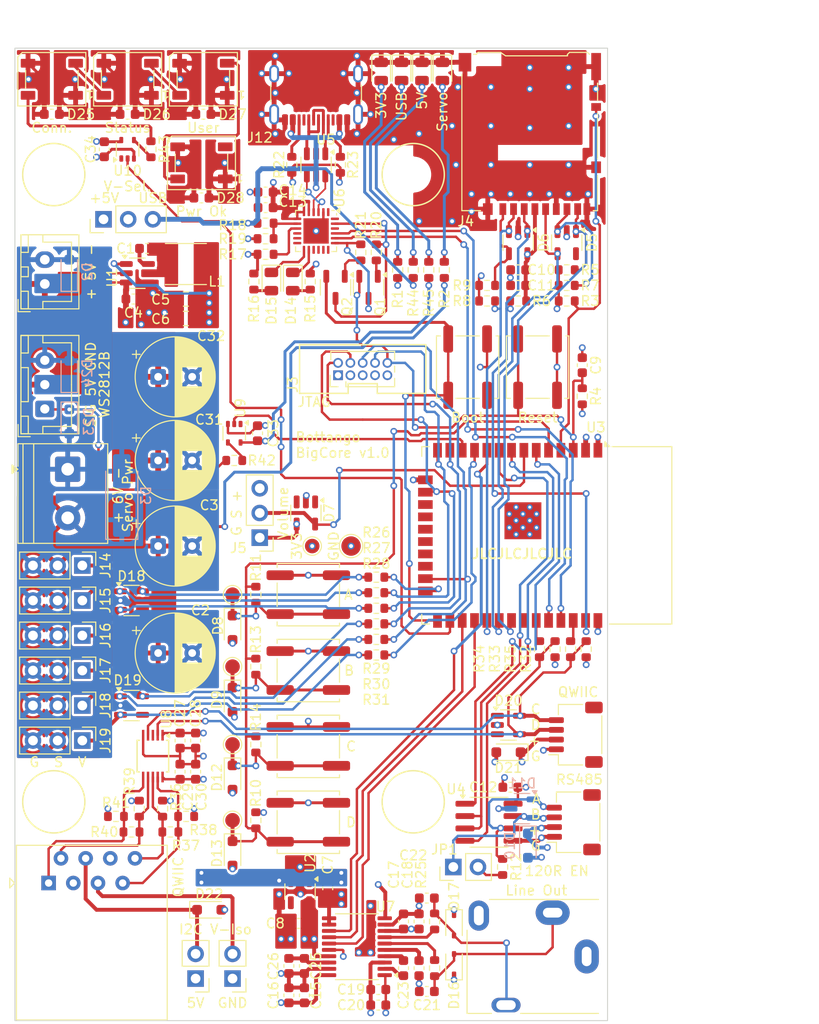
<source format=kicad_pcb>
(kicad_pcb (version 20241229) (generator "pcbnew") (generator_version "9.0")
  (layers (0 "F.Cu" signal "SignalT.Cu") (4 "In1.Cu" signal "GND.Cu") (6 "In2.Cu" signal "VCC.Cu") (2 "B.Cu" signal "SignalB.Cu") (13 "F.Paste" user) (15 "B.Paste" user) (5 "F.SilkS" user "F.Silkscreen") (7 "B.SilkS" user "B.Silkscreen") (1 "F.Mask" user) (3 "B.Mask" user) (25 "Edge.Cuts" user))
  (net 0 "")
  (net 1 "Net-(U1-SW)")
  (net 2 "Net-(U1-BST)")
  (net 3 "Vdrive")
  (net 4 "GND")
  (net 5 "+5V")
  (net 6 "+3.3VA")
  (net 7 "/Controller/EN")
  (net 8 "+3.3V")
  (net 9 "GNDA")
  (net 10 "Net-(U7-CAPP)")
  (net 11 "Net-(U7-CAPM)")
  (net 12 "Net-(U7-VNEG)")
  (net 13 "Net-(U7-LDOO)")
  (net 14 "Net-(D16-A2)")
  (net 15 "/Controller/SD_CLK")
  (net 16 "/Controller/SD_CMD")
  (net 17 "/Controller/SD_CD")
  (net 18 "/Controller/RS485_~{RE}DE")
  (net 19 "/Controller/Servo_03")
  (net 20 "/Controller/Servo_06")
  (net 21 "/Controller/RS485_D")
  (net 22 "/Controller/Servo_04")
  (net 23 "/Controller/Servo_05")
  (net 24 "/Controller/Servo_01")
  (net 25 "/Controller/Servo_02")
  (net 26 "/Controller/RS485_R")
  (net 27 "Net-(Q1-B)")
  (net 28 "Net-(Q1-E)")
  (net 29 "Net-(Q2-B)")
  (net 30 "Net-(Q2-E)")
  (net 31 "/Controller/BOOT")
  (net 32 "/Controller/SDA")
  (net 33 "/Controller/SCL")
  (net 34 "Net-(U6-~{RST})")
  (net 35 "VBUS")
  (net 36 "Net-(U6-VBUS)")
  (net 37 "Net-(U7-OUTL)")
  (net 38 "Net-(U7-OUTR)")
  (net 39 "/Controller/RS485_A")
  (net 40 "/Controller/RS485_B")
  (net 42 "/Controller/RXD")
  (net 46 "/Controller/I2S_Data")
  (net 48 "/Controller/SD_Detect")
  (net 50 "/Controller/TXD")
  (net 51 "/Controller/I2S_LeftRightClock")
  (net 54 "/Controller/I2S_BitClock")
  (net 55 "Net-(U6-D-)")
  (net 56 "Net-(U6-D+)")
  (net 67 "Net-(D17-A2)")
  (net 68 "Net-(D4-A)")
  (net 69 "Net-(J4-DAT2)")
  (net 70 "/Controller/Volume")
  (net 71 "/Controller/Buttons")
  (net 72 "Net-(U8-DSCLP)")
  (net 73 "Net-(U8-DSDAM)")
  (net 74 "Net-(J14-Pin_1)")
  (net 75 "Net-(U8-DSDAP)")
  (net 76 "Net-(U8-DSCLM)")
  (net 77 "Net-(JP1-B)")
  (net 81 "/Controller/LED_STATUS")
  (net 82 "/Controller/WS2812_Bus")
  (net 85 "Net-(D8-K)")
  (net 87 "Net-(D12-K)")
  (net 88 "Net-(D9-K)")
  (net 89 "Net-(D14-K)")
  (net 90 "Net-(D14-A)")
  (net 91 "Net-(D15-A)")
  (net 92 "Net-(J17-Pin_1)")
  (net 93 "Net-(J16-Pin_1)")
  (net 94 "Net-(J15-Pin_1)")
  (net 95 "Net-(J19-Pin_1)")
  (net 96 "Net-(J18-Pin_1)")
  (net 97 "Net-(D15-K)")
  (net 100 "Net-(D22-K)")
  (net 101 "Net-(D23-K)")
  (net 102 "Net-(D25-DOUT)")
  (net 103 "Net-(D25-DIN)")
  (net 106 "Net-(J12-CC2)")
  (net 107 "Net-(J12-D+-PadA6)")
  (net 108 "Net-(J12-D--PadA7)")
  (net 109 "Net-(J12-CC1)")
  (net 110 "Net-(D26-DOUT)")
  (net 111 "Net-(D27-DOUT)")
  (net 113 "Net-(R42-Pad1)")
  (net 114 "Net-(R43-Pad1)")
  (net 115 "/Controller/SD_DAT0")
  (net 116 "Net-(J4-DAT0)")
  (net 117 "Net-(J20-Pin_3)")
  (net 118 "Net-(J20-Pin_4)")
  (net 120 "Net-(J23-Pin_2)")
  (net 121 "/Power Supply/5V_In")
  (net 122 "Net-(D29-A)")
  (net 123 "Net-(D1-A)")
  (net 124 "Net-(D30-A)")
  (footprint "Resistor_SMD:R_0603_1608Metric" (layer "F.Cu") (at 111.5 114 90)
    (property "Reference" "R22")
    (property "Value" "5,1k")
  )
  (footprint "Package_SO:TSSOP-10_3x3mm_P0.5mm" (layer "F.Cu") (at 97.2 174.8 -90)
    (property "Reference" "U8")
    (property "Value" "PCA9615DP")
  )
  (footprint "Package_TO_SOT_SMD:SOT-23-5" (layer "F.Cu") (at 133.8 171.6)
    (property "Reference" "D20")
    (property "Value" "ESDS312")
  )
  (footprint "Resistor_SMD:R_0603_1608Metric" (layer "F.Cu") (at 99 182.6)
    (property "Reference" "R37")
    (property "Value" "100")
  )
  (footprint "Capacitor_SMD:C_0603_1608Metric" (layer "F.Cu") (at 141.4 134.6 90)
    (property "Reference" "C9")
    (property "Value" "100n")
  )
  (footprint "Capacitor_SMD:C_0805_2012Metric" (layer "F.Cu") (at 100.6 127.8 180)
    (property "Reference" "C5")
    (property "Value" "22µ")
  )
  (footprint "Capacitor_THT:CP_Radial_D8.0mm_P3.50mm" (layer "F.Cu") (at 97.747349 153.2)
    (property "Reference" "C3")
    (property "Value" "470µ")
  )
  (footprint "Connector_PinHeader_2.54mm:PinHeader_1x03_P2.54mm_Vertical" (layer "F.Cu") (at 89.94 169.6 -90)
    (property "Reference" "J18")
    (property "Value" "Servo 05")
  )
  (footprint "Connector_PinHeader_2.54mm:PinHeader_1x03_P2.54mm_Vertical" (layer "F.Cu") (at 89.94 162.4 -90)
    (property "Reference" "J16")
    (property "Value" "Servo 03")
  )
  (footprint "Connector_USB:USB_C_Receptacle_GCT_USB4105-xx-A_16P_TopMnt_Horizontal" (layer "F.Cu") (at 114 105.7 180)
    (property "Reference" "J12")
    (property "Value" "USB_C_Receptacle_USB2.0")
  )
  (footprint "Diode_SMD:D_SOD-323_HandSoldering" (layer "F.Cu") (at 105.4 161.6 -90)
    (property "Reference" "D8")
    (property "Value" "ESDS311DYFR")
  )
  (footprint "Resistor_SMD:R_0603_1608Metric" (layer "F.Cu") (at 139.8 126.4)
    (property "Reference" "R7")
    (property "Value" "10k")
  )
  (footprint "Diode_SMD:D_SOD-323_HandSoldering" (layer "F.Cu") (at 105.4 177 -90)
    (property "Reference" "D12")
    (property "Value" "ESDS311DYFR")
  )
  (footprint "Capacitor_SMD:C_0603_1608Metric" (layer "F.Cu") (at 112.2 192 180)
    (property "Reference" "C8")
    (property "Value" "1µ")
  )
  (footprint "TestPoint:TestPoint_Pad_D2.0mm" (layer "F.Cu") (at 117.6 153.2)
    (property "Reference" "J11" (hide yes))
    (property "Value" "GND")
  )
  (footprint "Button_Switch_SMD:SW_Push_1P1T_NO_CK_KSC7xxJ" (layer "F.Cu") (at 129.6 134.8 90)
    (property "Reference" "SW2" (hide yes))
    (property "Value" "Boot")
  )
  (footprint "Connector_PinHeader_2.54mm:PinHeader_1x03_P2.54mm_Vertical" (layer "F.Cu") (at 92.12 119.6 90)
    (property "Reference" "JP2" (hide yes))
    (property "Value" "5V Selection")
  )
  (footprint "Resistor_SMD:R_0603_1608Metric" (layer "F.Cu") (at 120.2 159.6 180)
    (property "Reference" "R28")
    (property "Value" "33")
  )
  (footprint "LED_SMD:LED_0805_2012Metric" (layer "F.Cu") (at 127 104.4 -90)
    (property "Reference" "D1" (hide yes))
    (property "Value" "Green")
  )
  (footprint "Resistor_SMD:R_0603_1608Metric" (layer "F.Cu") (at 126.2 191.8 90)
    (property "Reference" "R25")
    (property "Value" "470")
  )
  (footprint "Capacitor_SMD:C_0603_1608Metric" (layer "F.Cu") (at 96.6 122.6 180)
    (property "Reference" "C1")
    (property "Value" "100n")
  )
  (footprint "Package_TO_SOT_SMD:SOT-23-3" (layer "F.Cu") (at 116 126.6 -90)
    (property "Reference" "Q2")
    (property "Value" "SS8050-G")
  )
  (footprint "Resistor_SMD:R_0603_1608Metric" (layer "F.Cu") (at 95 182.6 180)
    (property "Reference" "R40")
    (property "Value" "100")
  )
  (footprint "Resistor_SMD:R_0603_1608Metric" (layer "F.Cu") (at 107.8 173.6 -90)
    (property "Reference" "R14")
    (property "Value" "300")
  )
  (footprint "Capacitor_SMD:C_0603_1608Metric" (layer "F.Cu") (at 107.975 141.6 90)
    (property "Reference" "C33")
    (property "Value" "100n")
  )
  (footprint "Capacitor_SMD:C_0603_1608Metric" (layer "F.Cu") (at 124.6 191.8 90)
    (property "Reference" "C18")
    (property "Value" "10µ")
  )
  (footprint "Resistor_SMD:R_0603_1608Metric" (layer "F.Cu") (at 95.8 180.2 -90)
    (property "Reference" "R39")
    (property "Value" "390")
  )
  (footprint "Resistor_SMD:R_0603_1608Metric" (layer "F.Cu") (at 116.5 114 90)
    (property "Reference" "R23")
    (property "Value" "5,1k")
  )
  (footprint "Resistor_SMD:R_0603_1608Metric" (layer "F.Cu") (at 100.625 181)
    (property "Reference" "R38")
    (property "Value" "390")
  )
  (footprint "Resistor_SMD:R_0603_1608Metric" (layer "F.Cu") (at 105.575 144.4 180)
    (property "Reference" "R42")
    (property "Value" "120")
  )
  (footprint "Resistor_SMD:R_0603_1608Metric" (layer "F.Cu") (at 133.2 186.2 90)
    (property "Reference" "R12")
    (property "Value" "120")
  )
  (footprint "Connector_PinHeader_2.54mm:PinHeader_1x03_P2.54mm_Vertical" (layer "F.Cu") (at 89.94 158.8 -90)
    (property "Reference" "J15")
    (property "Value" "Servo 02")
  )
  (footprint "Resistor_SMD:R_0603_1608Metric" (layer "F.Cu") (at 122.4 124.8 90)
    (property "Reference" "R1")
    (property "Value" "120")
  )
  (footprint "Diode_SMD:D_SOD-323_HandSoldering" (layer "F.Cu") (at 105.4 184.8 -90)
    (property "Reference" "D13")
    (property "Value" "ESDS311DYFR")
  )
  (footprint "Capacitor_SMD:C_0603_1608Metric" (layer "F.Cu") (at 92.2 112.4 -90)
    (property "Reference" "C34")
    (property "Value" "100n")
  )
  (footprint "MountingHole:MountingHole_3.2mm_M3" (layer "F.Cu") (at 87 179.5)
    (property "Reference" "H3" (hide yes))
    (property "Value" "MountingHole")
  )
  (footprint "Connector_PinHeader_2.54mm:PinHeader_1x02_P2.54mm_Vertical" (layer "F.Cu") (at 105.4 197.675 180)
    (property "Reference" "J23" (hide yes))
    (property "Value" "5V Isolation")
  )
  (footprint "Resistor_SMD:R_0603_1608Metric" (layer "F.Cu") (at 108.8 121.6 180)
    (property "Reference" "R19")
    (property "Value" "47.5k")
  )
  (footprint "Resistor_SMD:R_0603_1608Metric" (layer "F.Cu") (at 141.4 137.8 90)
    (property "Reference" "R4")
    (property "Value" "10k")
  )
  (footprint "LED_SMD:LED_WS2812B_PLCC4_5.0x5.0mm_P3.2mm" (layer "F.Cu") (at 94.6 105.2 180)
    (property "Reference" "D26")
    (property "Value" "WS2812B")
  )
  (footprint "Resistor_SMD:R_0603_1608Metric" (layer "F.Cu") (at 140.2 163.8 -90)
    (property "Reference" "R35")
    (property "Value" "33")
  )
  (footprint "Connector_PinHeader_2.54mm:PinHeader_1x03_P2.54mm_Vertical" (layer "F.Cu") (at 89.94 155.2 -90)
    (property "Reference" "J14")
    (property "Value" "Servo 01")
  )
  (footprint "LED_SMD:LED_0805_2012Metric" (layer "F.Cu") (at 120.7 104.4 -90)
    (property "Reference" "D4" (hide yes))
    (property "Value" "Green")
  )
  (footprint "Resistor_SMD:R_0603_1608Metric" (layer "F.Cu") (at 131.6 128)
    (property "Reference" "R8")
    (property "Value" "10k")
  )
  (footprint "Capacitor_SMD:C_0603_1608Metric" (layer "F.Cu") (at 125.4 189.4 180)
    (property "Reference" "C22")
    (property "Value" "2.2n")
  )
  (footprint "Diode_SMD:D_SOD-323_HandSoldering" (layer "F.Cu") (at 105.4 169 -90)
    (property "Reference" "D9")
    (property "Value" "ESDS311DYFR")
  )
  (footprint "Connector_JST:JST_XH_B3B-XH-A_1x03_P2.50mm_Vertical" (layer "F.Cu") (at 86.075 139.1 90)
    (property "Reference" "J22" (hide yes))
    (property "Value" "WS2812")
  )
  (footprint "Resistor_SMD:R_0603_1608Metric" (layer "F.Cu") (at 113.4 126 -90)
    (property "Reference" "R15")
    (property "Value" "120")
  )
  (footprint "Resistor_SMD:R_0603_1608Metric" (layer "F.Cu") (at 120.2 161.2 180)
    (property "Reference" "R29")
    (property "Value" "33")
  )
  (footprint "Resistor_SMD:R_0603_1608Metric" (layer "F.Cu") (at 137 163.8 -90)
    (property "Reference" "R34")
    (property "Value" "33")
  )
  (footprint "Resistor_SMD:R_0603_1608Metric" (layer "F.Cu") (at 127.2 124.8 90)
    (property "Reference" "R2")
    (property "Value" "470")
  )
  (footprint "Connector_PinHeader_2.54mm:PinHeader_1x02_P2.54mm_Vertical" (layer "F.Cu") (at 128.125 186.2 90)
    (property "Reference" "JP1")
    (property "Value" "RS485")
  )
  (footprint "Capacitor_SMD:C_0603_1608Metric" (layer "F.Cu") (at 123 191.8 90)
    (property "Reference" "C17")
    (property "Value" "100n")
  )
  (footprint "Resistor_SMD:R_0603_1608Metric" (layer "F.Cu") (at 124 124.8 90)
    (property "Reference" "R44")
    (property "Value" "470")
  )
  (footprint "TestPoint:TestPoint_Pad_D1.5mm" (layer "F.Cu") (at 105.4 165.6)
    (property "Reference" "J8" (hide yes))
    (property "Value" "Btn 1")
  )
  (footprint "Capacitor_SMD:C_0603_1608Metric" (layer "F.Cu") (at 94.6 108.8 180)
    (property "Reference" "C36" (hide yes))
    (property "Value" "100n")
  )
  (footprint "Capacitor_SMD:C_0603_1608Metric" (layer "F.Cu") (at 100 173.2 -90)
    (property "Reference" "C27")
    (property "Value" "100n")
  )
  (footprint "Connector_PinHeader_2.54mm:PinHeader_1x03_P2.54mm_Vertical" (layer "F.Cu") (at 108.2 152.34 180)
    (property "Reference" "J5")
    (property "Value" "Volume")
  )
  (footprint "Resistor_SMD:R_0603_1608Metric" (layer "F.Cu") (at 139.8 124.8)
    (property "Reference" "R5")
    (property "Value" "10k")
  )
  (footprint "Capacitor_SMD:C_0603_1608Metric" (layer "F.Cu") (at 95.2 127.8)
    (property "Reference" "C4")
    (property "Value" "10µ")
  )
  (footprint "LED_SMD:LED_0805_2012Metric" (layer "F.Cu") (at 124.9 104.4 -90)
    (property "Reference" "D30" (hide yes))
    (property "Value" "Green")
  )
  (footprint "Button_Switch_SMD:SW_Push_1P1T_NO_CK_KSC7xxJ" (layer "F.Cu") (at 113.2 158.2)
    (property "Reference" "SW3" (hide yes))
    (property "Value" "Btn 0")
  )
  (footprint "Resistor_SMD:R_0603_1608Metric" (layer "F.Cu") (at 120.2 164.4 180)
    (property "Reference" "R31")
    (property "Value" "33")
  )
  (footprint "Capacitor_SMD:C_0603_1608Metric" (layer "F.Cu") (at 120.4 200.4 180)
    (property "Reference" "C20")
    (property "Value" "10µ")
  )
  (footprint "Connector_Audio:Jack_3.5mm_CUI_SJ1-3514N_Horizontal" (layer "F.Cu") (at 141.85 195.4 180)
    (property "Reference" "J13" (hide yes))
    (property "Value" "Line Out")
  )
  (footprint "Connector_Card:microSD_HC_Hirose_DM3AT-SF-PEJM5" (layer "F.Cu") (at 136 110.825 180)
    (property "Reference" "J4")
    (property "Value" "DM3AT-SF-PEJM5")
  )
  (footprint "Capacitor_SMD:C_0603_1608Metric" (layer "F.Cu") (at 111.2 199.4 90)
    (property "Reference" "C16")
    (property "Value" "10µ")
  )
  (footprint "Button_Switch_SMD:SW_Push_1P1T_NO_CK_KSC7xxJ" (layer "F.Cu") (at 136.8 134.8 90)
    (property "Reference" "SW1" (hide yes))
    (property "Value" "Reset")
  )
  (footprint "Package_TO_SOT_SMD:SOT-23-5" (layer "F.Cu") (at 95 158.8)
    (property "Reference" "D18")
    (property "Value" "ESDS314")
  )
  (footprint "Connector_RJ:RJ45_Amphenol_54602-x08_Horizontal" (layer "F.Cu") (at 86.47 187.85)
    (property "Reference" "J21" (hide yes))
    (property "Value" "RJ45")
  )
  (footprint "Diode_SMD:D_SOD-323" (layer "F.Cu") (at 128.2 196.2 90)
    (property "Reference" "D16")
    (property "Value" "SD08LCC")
  )
  (footprint "Resistor_SMD:R_0603_1608Metric" (layer "F.Cu") (at 107.6 126 -90)
    (property "Reference" "R16")
    (property "Value" "120")
  )
  (footprint "Package_SO:SOIC-8_3.9x4.9mm_P1.27mm" (layer "F.Cu") (at 131.8 181.6)
    (property "Reference" "U4")
    (property "Value" "SN65HVD75DR")
  )
  (footprint "Capacitor_SMD:C_0603_1608Metric" (layer "F.Cu") (at 115.2 188.4 -90)
    (property "Reference" "C7")
    (property "Value" "1µ")
  )
  (footprint "Capacitor_SMD:C_0603_1608Metric" (layer "F.Cu") (at 102.4 108.8 180)
    (property "Reference" "C37" (hide yes))
    (property "Value" "100n")
  )
  (footprint "LED_SMD:LED_0805_2012Metric" (layer "F.Cu") (at 109.4 126 -90)
    (property "Reference" "D15")
    (property "Value" "RX")
  )
  (footprint "Resistor_SMD:R_0603_1608Metric" (layer "F.Cu") (at 138.6 163.8 90)
    (property "Reference" "R33")
    (property "Value" "1.6k")
  )
  (footprint "Resistor_SMD:R_0603_1608Metric" (layer "F.Cu") (at 93.4 181 180)
    (property "Reference" "R41")
    (property "Value" "390")
  )
  (footprint "Resistor_SMD:R_0603_1608Metric" (layer "F.Cu") (at 118.6 123 -90)
    (property "Reference" "R21")
    (property "Value" "10k")
  )
  (footprint "Button_Switch_SMD:SW_Push_1P1T_NO_CK_KSC7xxJ" (layer "F.Cu") (at 113.2 166)
    (property "Reference" "SW4" (hide yes))
    (property "Value" "Btn 1")
  )
  (footprint "Capacitor_SMD:C_0603_1608Metric" (layer "F.Cu") (at 100 176.4 90)
    (property "Reference" "C29")
    (property "Value" "100n")
  )
  (footprint "NetTie:NetTie-2_SMD_Pad0.5mm" (layer "F.Cu") (at 110.2 190.8 -90)
    (property "Reference" "NT1" (hide yes))
    (property "Value" "NetTie_2" (hide yes))
  )
  (footprint "Capacitor_SMD:C_0603_1608Metric" (layer "F.Cu") (at 134 178 180)
    (property "Reference" "C12")
    (property "Value" "100n")
  )
  (footprint "TerminalBlock_Phoenix:TerminalBlock_Phoenix_PT-1,5-2-5.0-H_1x02_P5.00mm_Horizontal" (layer "F.Cu") (at 88.4325 145.3 -90)
    (property "Reference" "J2" (hide yes))
    (property "Value" "Vdrive In")
  )
  (footprint "Resistor_SMD:R_0603_1608Metric" (layer "F.Cu") (at 134.8 128 180)
    (property "Reference" "R6")
    (property "Value" "10k")
  )
  (footprint "Capacitor_SMD:C_0603_1608Metric" (layer "F.Cu") (at 101.6 173.2 -90)
    (property "Reference" "C28")
    (property "Value" "1µ")
  )
  (footprint "Capacitor_THT:CP_Radial_D8.0mm_P3.50mm" (layer "F.Cu") (at 97.747349 164.2)
    (property "Reference" "C2")
    (property "Value" "470µ")
  )
  (footprint "Capacitor_SMD:C_0805_2012Metric" (layer "F.Cu") (at 100.6 129.8 180)
    (property "Reference" "C6")
    (property "Value" "22µ")
  )
  (footprint "Button_Switch_SMD:SW_Push_1P1T_NO_CK_KSC7xxJ" (layer "F.Cu") (at 113.2 181.6)
    (property "Reference" "SW6" (hide yes))
    (property "Value" "Btn 3")
  )
  (footprint "Resistor_SMD:R_0603_1608Metric" (layer "F.Cu") (at 120.2 156.4 180)
    (property "Reference" "R26")
    (property "Value" "33")
  )
  (footprint "Resistor_SMD:R_0603_1608Metric" (layer "F.Cu") (at 120.2 162.8 180)
    (property "Reference" "R30")
    (property "Value" "33")
  )
  (footprint "Capacitor_THT:CP_Radial_D8.0mm_P3.50mm" (layer "F.Cu") (at 97.747349 144.4)
    (property "Reference" "C31")
    (property "Value" "470µ")
  )
  (footprint "Capacitor_SMD:C_0603_1608Metric" (layer "F.Cu") (at 125.4 199 180)
    (property "Reference" "C21")
    (property "Value" "2.2n")
  )
  (footprint "LED_SMD:LED_WS2812B_PLCC4_5.0x5.0mm_P3.2mm" (layer "F.Cu") (at 102.2 113.8 180)
    (property "Reference" "D28")
    (property "Value" "WS2812B")
  )
  (footprint "Connector_PinHeader_2.54mm:PinHeader_1x03_P2.54mm_Vertical" (layer "F.Cu") (at 89.94 166 -90)
    (property "Reference" "J17")
    (property "Value" "Servo 04")
  )
  (footprint "LED_SMD:LED_WS2812B_PLCC4_5.0x5.0mm_P3.2mm" (layer "F.Cu") (at 102.4 105.2 180)
    (property "Reference" "D27")
    (property "Value" "WS2812B")
  )
  (footprint "Resistor_SMD:R_0603_1608Metric" (layer "F.Cu") (at 97 112.4 90)
    (property "Reference" "R43")
    (property "Value" "120")
  )
  (footprint "Inductor_SMD:L_APV_ANR4020" (layer "F.Cu") (at 100.6 124.2)
    (property "Reference" "L1")
    (property "Value" "2,2µ")
  )
  (footprint "LED_SMD:LED_0805_2012Metric" (layer "F.Cu") (at 122.8 104.4 -90)
    (property "Reference" "D29" (hide yes))
    (property "Value" "Green")
  )
  (footprint "Capacitor_SMD:C_0603_1608Metric" (layer "F.Cu") (at 120.4 198.8 180)
    (property "Reference" "C19")
    (property "Value" "100n")
  )
  (footprint "Connector_JST:JST_XH_B2B-XH-A_1x02_P2.50mm_Vertical" (layer "F.Cu") (at 86.075 126.25 90)
    (property "Reference" "J1" (hide yes))
    (property "Value" "5V In")
  )
  (footprint "Package_TO_SOT_SMD:SOT-23-5" (layer "F.Cu") (at 112.95 149.8 -90)
    (property "Reference" "D7")
    (property "Value" "ESDS312")
  )
  (footprint "Package_TO_SOT_SMD:SOT-23-3" (layer "F.Cu") (at 119.4 126.6 -90)
    (property "Reference" "Q1")
    (property "Value" "SS8050-G")
  )
  (footprint "Capacitor_SMD:C_0603_1608Metric" (layer "F.Cu") (at 112.8 196.375 -90)
    (property "Reference" "C25")
    (property "Value" "100n")
  )
  (footprint "Resistor_SMD:R_0603_1608Metric" (layer "F.Cu") (at 125.6 124.8 90)
    (property "Reference" "R45")
    (property "Value" "470")
  )
  (footprint "Connector_PinHeader_2.54mm:PinHeader_1x03_P2.54mm_Vertical" (layer "F.Cu") (at 89.94 173.2 -90)
    (property "Reference" "J19")
    (property "Value" "Servo 06")
  )
  (footprint "Capacitor_SMD:C_0603_1608Metric" (layer "F.Cu") (at 86.8 108.8 180)
    (property "Reference" "C35" (hide yes))
    (property "Value" "100n")
  )
  (footprint "Capacitor_SMD:C_0603_1608Metric" (layer "F.Cu") (at 134.8 126.4 180)
    (property "Reference" "C11")
    (property "Value" "10µ")
  )
  (footprint "Package_SO:TSSOP-20_4.4x6.5mm_P0.65mm" (layer "F.Cu") (at 118.2 194.4 180)
    (property "Reference" "U7")
    (property "Value" "PCM5102A")
  )
  (footprint "Capacitor_SMD:C_0603_1608Metric" (layer "F.Cu") (at 112.8 199.4 90)
    (property "Reference" "C15")
    (property "Value" "100n")
  )
  (footprint "TestPoint:TestPoint_Pad_D1.5mm" (layer "F.Cu") (at 105.4 158.2)
    (property "Reference" "J6" (hide yes))
    (property "Value" "Btn 0")
  )
  (footprint "Resistor_SMD:R_0603_1608Metric" (layer "F.Cu") (at 141.8 163.8 90)
    (property "Reference" "R32")
    (property "Value" "1.6k")
  )
  (footprint "Diode_SMD:D_SOD-323_HandSoldering" (layer "F.Cu") (at 103 190.6)
    (property "Reference" "D22")
    (property "Value" "TSD05DYFR")
  )
  (footprint "Button_Switch_SMD:SW_Push_1P1T_NO_CK_KSC7xxJ" (layer "F.Cu") (at 113.2 173.8)
    (property "Reference" "SW5" (hide yes))
    (property "Value" "Btn 2")
  )
  (footprint "Resistor_SMD:R_0603_1608Metric" (layer "F.Cu") (at 126.2 196.6 -90)
    (property "Reference" "R24" (hide yes))
    (property "Value" "470")
  )
  (footprint "Package_TO_SOT_SMD:SOT-23-5" (layer "F.Cu") (at 95 169.6)
    (property "Reference" "D19")
    (property "Value" "ESDS314")
  )
  (footprint "MountingHole:MountingHole_3.2mm_M3" (layer "F.Cu") (at 124 115)
    (property "Reference" "H2" (hide yes))
    (property "Value" "MountingHole")
  )
  (footprint "Capacitor_SMD:C_0603_1608Metric" (layer "F.Cu") (at 111.2 196.375 -90)
    (property "Reference" "C26")
    (property "Value" "10µ")
  )
  (footprint "Resistor_SMD:R_0603_1608Metric" (layer "F.Cu") (at 131.6 126.4)
    (property "Reference" "R9")
    (property "Value" "10k")
  )
  (footprint "LED_SMD:LED_0805_2012Metric" (layer "F.Cu") (at 111.6 126 -90)
    (property "Reference" "D14")
    (property "Value" "TX")
  )
  (footprint "Resistor_SMD:R_0603_1608Metric" (layer "F.Cu") (at 98.2 180.2 -90)
    (property "Reference" "R36")
    (property "Value" "390")
  )
  (footprint "Connector_JST:JST_SH_SM04B-SRSS-TB_1x04-1MP_P1.00mm_Horizontal" (layer "F.Cu") (at 140.525 181.6 90)
    (property "Reference" "J7" (hide yes))
    (property "Value" "RS485")
  )
  (footprint "Connector_JST:JST_SH_SM04B-SRSS-TB_1x04-1MP_P1.00mm_Horizontal" (layer "F.Cu") (at 140.725 172.6 90)
    (property "Reference" "J20" (hide yes))
    (property "Value" "I2C")
  )
  (footprint "TestPoint:TestPoint_Pad_D1.5mm" (layer "F.Cu") (at 105.4 173.6)
    (property "Reference" "J9" (hide yes))
    (property "Value" "Btn 2")
  )
  (footprint "Resistor_SMD:R_0603_1608Metric" (layer "F.Cu") (at 120.2 123 -90)
    (property "Reference" "R20")
    (property "Value" "10k")
  )
  (footprint "Resistor_SMD:R_0603_1608Metric" (layer "F.Cu") (at 107.8 165.6 -90)
    (property "Reference" "R13")
    (property "Value" "1,15k")
  )
  (footprint "Package_TO_SOT_SMD:SOT-353_SC-70-5" (layer "F.Cu") (at 105.575 141.6 -90)
    (property "Reference" "U9")
    (property "Value" "74LVC1G17")
  )
  (footprint "Package_TO_SOT_SMD:SOT-23-5" (layer "F.Cu") (at 139.8 122 -90)
    (property "Reference" "D5")
    (property "Value" "ESDS314")
  )
  (footprint "Capacitor_SMD:C_0603_1608Metric" (layer "F.Cu") (at 108.8 116.8 180)
    (property "Reference" "C14")
    (property "Value" "10µ")
  )
  (footprint "RF_Module:ESP32-WROOM-32D" (layer "F.Cu") (at 134.76 152.1 -90)
    (property "Reference" "U3")
    (property "Value" "ESP32-WROOM-32E")
  )
  (footprint "Package_TO_SOT_SMD:SOT-23-6" (layer "F.Cu") (at 114 114 -90)
    (property "Reference" "U5")
    (property "Value" "USBLC6-2SC6")
  )
  (footprint "Capacitor_SMD:C_0603_1608Metric" (layer "F.Cu") (at 134.8 124.8 180)
    (property "Reference" "C10")
    (property "Value" "100n")
  )
  (footprint "Package_DFN_QFN:QFN-24-1EP_4x4mm_P0.5mm_EP2.6x2.6mm" (layer "F.Cu") (at 114 120.8 -90)
    (property "Reference" "U6")
    (property "Value" "CP2102N-Axx-xQFN24")
  )
  (footprint "Connector_PinHeader_2.54mm:PinHeader_1x02_P2.54mm_Vertical" (layer "F.Cu") (at 101.6 197.675 180)
    (property "Reference" "J24" (hide yes))
    (property "Value" "GND Isolation")
  )
  (footprint "Capacitor_THT:CP_Radial_D8.0mm_P3.50mm" (layer "F.Cu") (at 97.747349 135.8)
    (property "Reference" "C32")
    (property "Value" "470µ")
  )
  (footprint "Resistor_SMD:R_0603_1608Metric" (layer "F.Cu") (at 107.8 158.2 -90)
    (property "Reference" "R11")
    (property "Value" "4,99k")
  )
  (footprint "Capacitor_SMD:C_0603_1608Metric" (layer "F.Cu") (at 108.8 118.4 180)
    (property "Reference" "C13")
    (property "Value" "100n")
  )
  (footprint "TestPoint:TestPoint_Pad_D1.5mm" (layer "F.Cu") (at 105.4 181.4)
    (property "Reference" "J10" (hide yes))
    (property "Value" "Btn 3")
  )
  (footprint "Package_TO_SOT_SMD:SOT-353_SC-70-5" (layer "F.Cu") (at 94.6 112.4 90)
    (property "Reference" "U10")
    (property "Value" "74LVC1G17")
  )
  (footprint "Resistor_SMD:R_0603_1608Metric" (layer "F.Cu") (at 120.2 158 180)
    (property "Reference" "R27")
    (property "Value" "33")
  )
  (footprint "LED_SMD:LED_WS2812B_PLCC4_5.0x5.0mm_P3.2mm" (layer "F.Cu") (at 86.8 105.2 180)
    (property "Reference" "D25")
    (property "Value" "WS2812B")
  )
  (footprint "Diode_SMD:D_SOD-323_HandSoldering" (layer "F.Cu") (at 133.8 174.4 180)
    (property "Reference" "D21")
    (property "Value" "ESDS311DYFR")
  )
  (footprint "Connector_PinHeader_1.27mm:PinHeader_2x05_P1.27mm_Vertical" (layer "F.Cu") (at 116.26 135.635 90)
    (property "Reference" "J3")
    (property "Value" "JTAG")
  )
  (footprint "Resistor_SMD:R_0603_1608Metric" (layer "F.Cu") (at 108.8 123.2)
    (property "Reference" "R17")
    (property "Value" "1k")
  )
  (footprint "Resistor_SMD:R_0603_1608Metric" (layer "F.Cu") (at 139.8 128)
    (property "Reference" "R3")
    (property "Value" "10k")
  )
  (footprint "Diode_SMD:D_SOD-323" (layer "F.Cu") (at 128.2 192.2 -90)
    (property "Reference" "D17")
    (property "Value" "SD08LCC")
  )
  (footprint "Package_TO_SOT_SMD:SOT-23-5" (layer "F.Cu") (at 112.35 188.7375 -90)
    (property "Reference" "U2")
    (property "Value" "AP2112K-3.3")
  )
  (footprint "Capacitor_SMD:C_0603_1608Metric" (layer "F.Cu") (at 102.2 117.4 180)
    (property "Reference" "C38" (hide yes))
    (property "Value" "100n")
  )
  (footprint "Resistor_SMD:R_0603_1608Metric" (layer "F.Cu") (at 107.8 181.4 -90)
    (property "Reference" "R10")
    (property "Value" "1k")
  )
  (footprint "Package_TO_SOT_SMD:TSOT-23-6" (layer "F.Cu") (at 95.6 125.147349)
    (property "Reference" "U1")
    (property "Value" "AP63203WU")
  )
  (footprint "MountingHole:MountingHole_3.2mm_M3" (layer "F.Cu") (at 87 115)
    (property "Reference" "H1" (hide yes))
    (property "Value" "MountingHole")
  )
  (footprint "Capacitor_SMD:C_0603_1608Metric" (layer "F.Cu") (at 124.6 196.6 -90)
    (property "Reference" "C24" (hide yes))
    (property "Value" "2.2µ")
  )
  (footprint "MountingHole:MountingHole_3.2mm_M3" (layer "F.Cu") (at 124 179.5)
    (property "Reference" "H4" (hide yes))
    (property "Value" "MountingHole")
  )
  (footprint "Package_TO_SOT_SMD:SOT-23-5" (layer "F.Cu") (at 134.8 122 -90)
    (property "Reference" "D6")
    (property "Value" "ESDS314")
  )
  (footprint "TestPoint:TestPoint_Pad_D1.5mm" (layer "F.Cu") (at 113.6 153.2)
    (property "Reference" "TP1" (hide yes))
    (property "Value" "+3V3")
  )
  (footprint "Capacitor_SMD:C_0603_1608Metric" (layer "F.Cu") (at 123 196.6 90)
    (property "Reference" "C23")
    (property "Value" "2.2µ")
  )
  (footprint "Resistor_SMD:R_0603_1608Metric" (layer "F.Cu") (at 108.8 120)
    (property "Reference" "R18")
    (property "Value" "22.1k")
  )
  (footprint "Capacitor_SMD:C_0603_1608Metric" (layer "F.Cu") (at 101.6 176.4 90)
    (property "Reference" "C30")
    (property "Value" "1µ")
  )
  (footprint "Diode_SMD:D_SOD-323_HandSoldering" (layer "B.Cu") (at 88.6 140.4 -90)
    (property "Reference" "D23")
    (property "Value" "TSD05DYFR")
  )
  (footprint "Diode_SMD:D_SOD-323_HandSoldering" (layer "B.Cu") (at 135.8 184 -90)
    (property "Reference" "D10")
    (property "Value" "ESDS311DYFR")
  )
  (footprint "Package_TO_SOT_SMD:SOT-23-3" (layer "B.Cu") (at 135.2 180.2 180)
    (property "Reference" "D11")
    (property "Value" "ESDS552")
  )
  (footprint "Diode_SMD:D_SMA_Handsoldering" (layer "B.Cu") (at 94 148 90)
    (property "Reference" "D3")
    (property "Value" "SMCJ13A")
  )
  (footprint "Diode_SMD:D_SOD-323_HandSoldering" (layer "B.Cu") (at 88.6 135.4 90)
    (property "Reference" "D24")
    (property "Value" "TSD05DYFR")
  )
  (footprint "Diode_SMD:D_SOD-323_HandSoldering" (layer "B.Cu") (at 88.6 125 90)
    (property "Reference" "D2")
    (property "Value" "TSD05DYFR")
  )
  (gr_circle (center 124 179.5) (end 127.2 179.5) (stroke (width 0.15)) (fill no) (layer "F.SilkS"))
  (gr_circle (center 87 115) (end 90.2 115) (stroke (width 0.15)) (fill no) (layer "F.SilkS"))
  (gr_circle (center 87 179.5) (end 90.2 179.5) (stroke (width 0.15)) (fill no) (layer "F.SilkS"))
  (gr_line (start 125.3 132.5) (end 125.3 137.5) (stroke (width 0.15)) (layer "F.SilkS"))
  (gr_circle (center 124 115) (end 127.2 115) (stroke (width 0.15)) (fill no) (layer "F.SilkS"))
  (gr_line (start 112.3 132.5) (end 125.3 132.5) (stroke (width 0.15)) (layer "F.SilkS"))
  (gr_line (start 117.3 136.5) (end 117.3 137.5) (stroke (width 0.15)) (layer "F.SilkS"))
  (gr_line (start 120.3 136.5) (end 117.3 136.5) (stroke (width 0.15)) (layer "F.SilkS"))
  (gr_line (start 112.3 137.5) (end 117.3 137.5) (stroke (width 0.15)) (layer "F.SilkS"))
  (gr_line (start 112.3 137.5) (end 112.3 132.5) (stroke (width 0.15)) (layer "F.SilkS"))
  (gr_line (start 125.3 137.5) (end 120.3 137.5) (stroke (width 0.15)) (layer "F.SilkS"))
  (gr_line (start 120.3 137.5) (end 120.3 136.5) (stroke (width 0.15)) (layer "F.SilkS"))
  (gr_rect (start 83 102) (end 144 202) (stroke (width 0.1)) (fill no) (layer "Edge.Cuts"))
  (gr_text "G  S  V" (at 84.4 176 0) (layer "F.SilkS") (effects (font (size 1 1)) (justify left bottom)))
  (gr_text "Line Out" (at 133.4 189.2 0) (layer "F.SilkS") (effects (font (size 1 1)) (justify left bottom)))
  (gr_text "A\nB\n+\nG" (at 137.2 181.6 0) (layer "F.SilkS") (effects (font (size 1 1)) (justify right)))
  (gr_text "User" (at 102.4 109.6 0) (layer "F.SilkS") (effects (font (size 1 1)) (justify top)))
  (gr_text "QWIIC" (at 100.4 189.4 90) (layer "F.SilkS") (effects (font (size 1 1)) (justify left bottom)))
  (gr_text "JLCJLCJLCJLC" (at 135.2 154 0) (layer "F.SilkS") (effects (font (size 1 1) (thickness 0.19))))
  (gr_text "A" (at 116.8 158.2 0) (layer "F.SilkS") (effects (font (size 1 1)) (justify left)))
  (gr_text "USB" (at 122.8 106.4 90) (layer "F.SilkS") (effects (font (size 1 1)) (justify right)))
  (gr_text "B" (at 116.8 166 0) (layer "F.SilkS") (effects (font (size 1 1)) (justify left)))
  (gr_text "C\nD\n+\nG" (at 137.2 172.4 0) (layer "F.SilkS") (effects (font (size 1 1)) (justify right)))
  (gr_text "G S +" (at 106.4 149.8 90) (layer "F.SilkS") (effects (font (size 1 1)) (justify bottom)))
  (gr_text "5V" (at 101.6 199.6 0) (layer "F.SilkS") (effects (font (size 1 1)) (justify top)))
  (gr_text "Status" (at 94.6 109.6 0) (layer "F.SilkS") (effects (font (size 1 1)) (justify top)))
  (gr_text "+5V" (at 92.2 118 0) (layer "F.SilkS") (effects (font (size 1 1)) (justify bottom)))
  (gr_text "USB" (at 97.2 118 0) (layer "F.SilkS") (effects (font (size 1 1)) (justify bottom)))
  (gr_text "QWIIC" (at 138.8 168.8 0) (layer "F.SilkS") (effects (font (size 1 1)) (justify left bottom)))
  (gr_text "D" (at 117 181.6 0) (layer "F.SilkS") (effects (font (size 1 1)) (justify left)))
  (gr_text "SIG 5V GND" (at 91.4 136.6 90) (layer "F.SilkS") (effects (font (size 1 1)) (justify bottom)))
  (gr_text "Boot" (at 129.6 139.4 0) (layer "F.SilkS") (effects (font (size 1 1)) (justify top)))
  (gr_text "Servo" (at 127 106.4 90) (layer "F.SilkS") (effects (font (size 1 1)) (justify right)))
  (gr_text "5V" (at 124.9 106.4 90) (layer "F.SilkS") (effects (font (size 1 1)) (justify right)))
  (gr_text "Reset" (at 136.8 139.4 0) (layer "F.SilkS") (effects (font (size 1 1)) (justify top)))
  (gr_text "V-Sel." (at 94.6 116.8 0) (layer "F.SilkS") (effects (font (size 1 1)) (justify bottom)))
  (gr_text "GND" (at 116.4 153.2 90) (layer "F.SilkS") (effects (font (size 1 1)) (justify bottom)))
  (gr_text "WS2812B" (at 92.8 136.6 90) (layer "F.SilkS") (effects (font (size 1 1)) (justify bottom)))
  (gr_text "C" (at 117 173.8 0) (layer "F.SilkS") (effects (font (size 1 1)) (justify left)))
  (gr_text "GND" (at 105.4 199.6 0) (layer "F.SilkS") (effects (font (size 1 1)) (justify top)))
  (gr_text "JTAG" (at 113.8 137.8 0) (layer "F.SilkS") (effects (font (size 1 1)) (justify top)))
  (gr_text "Conn." (at 86.8 109.6 0) (layer "F.SilkS") (effects (font (size 1 1)) (justify top)))
  (gr_text "Volume" (at 111.2 149.8 90) (layer "F.SilkS") (effects (font (size 1 1)) (justify bottom)))
  (gr_text "Pwr Ok" (at 102.2 118.2 0) (layer "F.SilkS") (effects (font (size 1 1)) (justify top)))
  (gr_text "+ 5V -" (at 91.4 125 90) (layer "F.SilkS") (effects (font (size 1 1)) (justify bottom)))
  (gr_text "3V3" (at 120.7 106.4 90) (layer "F.SilkS") (effects (font (size 1 1)) (justify right)))
  (gr_text "3V3" (at 112.6 153.2 90) (layer "F.SilkS") (effects (font (size 1 1)) (justify bottom)))
  (gr_text "Bottango\nBigCore v1.0" (at 111.8 144.2 0) (layer "F.SilkS") (effects (font (size 1 1)) (justify left bottom)))
  (gr_text "120R EN" (at 135.4 187.2 0) (layer "F.SilkS") (effects (font (size 1 1)) (justify left bottom)))
  (gr_text "+ 6V -" (at 94.2 148 90) (layer "F.SilkS") (effects (font (size 1 1)) (justify bottom)))
  (gr_text "Servo Pwr" (at 95.2 148 90) (layer "F.SilkS") (effects (font (size 1 1)) (justify bottom)))
  (gr_text "RS485" (at 138.6 177.8 0) (layer "F.SilkS") (effects (font (size 1 1)) (justify left bottom)))
  (gr_text "I2C V-Iso" (at 99.8 193.2 0) (layer "F.SilkS") (effects (font (size 1 1)) (justify left bottom)))
  (segment (start 96.2 124.2) (end 95.825 123.825) (width 0.4) (layer "F.Cu") (net 2))
  (segment (start 95.825 123.825) (end 95.825 122.6) (width 0.4) (layer "F.Cu") (net 2))
  (segment (start 96.734849 124.2) (end 96.2 124.2) (width 0.4) (layer "F.Cu") (net 2))
  (segment (start 96.7375 124.197349) (end 96.734849 124.2) (width 0.4) (layer "F.Cu") (net 2))
  (segment (start 104.6 151.2) (end 99.2 151.2) (width 0.3) (layer "F.Cu") (net 3))
  (segment (start 127.2 125.625) (end 127.2 126.4) (width 0.3) (layer "F.Cu") (net 3))
  (via (at 104.6 151.2) (size 0.7) (drill 0.4) (layers "F.Cu" "B.Cu") (net 3))
  (via (at 127.2 126.4) (size 0.7) (drill 0.4) (layers "F.Cu" "B.Cu") (net 3))
  (segment (start 118.8 132.8) (end 119.8 131.8) (width 0.3) (layer "B.Cu") (net 3))
  (segment (start 104.6 146.6) (end 105.6 145.6) (width 0.3) (layer "B.Cu") (net 3))
  (segment (start 111.4 133.4) (end 112 132.8) (width 0.3) (layer "B.Cu") (net 3))
  (segment (start 104.6 151.2) (end 104.6 146.6) (width 0.3) (layer "B.Cu") (net 3))
  (segment (start 127.2 128.6) (end 127.2 126.4) (width 0.3) (layer "B.Cu") (net 3))
  (segment (start 111.4 144.6) (end 111.4 133.4) (width 0.3) (layer "B.Cu") (net 3))
  (segment (start 124 131.8) (end 127.2 128.6) (width 0.3) (layer "B.Cu") (net 3))
  (segment (start 105.6 145.6) (end 110.4 145.6) (width 0.3) (layer "B.Cu") (net 3))
  (segment (start 119.8 131.8) (end 124 131.8) (width 0.3) (layer "B.Cu") (net 3))
  (segment (start 110.4 145.6) (end 111.4 144.6) (width 0.3) (layer "B.Cu") (net 3))
  (segment (start 112 132.8) (end 118.8 132.8) (width 0.3) (layer "B.Cu") (net 3))
  (segment (start 88.4325 150.3) (end 89.5 150.3) (width 0.3) (layer "B.Cu") (net 3))
  (segment (start 113.2 156.2) (end 110.3 156.2) (width 0.3) (layer "F.Cu") (net 4))
  (segment (start 92.575 180.025) (end 92.575 181) (width 0.25) (layer "F.Cu") (net 4))
  (segment (start 96.2 174.6) (end 96.4 174.8) (width 0.25) (layer "F.Cu") (net 4))
  (segment (start 105.4 162.85) (end 105.4 163.2) (width 0.25) (layer "F.Cu") (net 4))
  (segment (start 120.4 188) (end 121.125 188.8) (width 0.4) (layer "F.Cu") (net 4))
  (segment (start 100 175.625) (end 100 174.8) (width 0.25) (layer "F.Cu") (net 4))
  (segment (start 136.895 183.505) (end 137.2 183.2) (width 0.4) (layer "F.Cu") (net 4))
  (segment (start 112.8 197.15) (end 111.2 197.15) (width 0.4) (layer "F.Cu") (net 4))
  (segment (start 134.8 120.8625) (end 134.8 121.4) (width 0.4) (layer "F.Cu") (net 4))
  (segment (start 113.2 164) (end 110.3 164) (width 0.3) (layer "F.Cu") (net 4))
  (segment (start 108.025 118.4) (end 108.025 116.8) (width 0.3) (layer "F.Cu") (net 4))
  (segment (start 105.4 186.05) (end 105.4 186.4) (width 0.25) (layer "F.Cu") (net 4))
  (segment (start 116.1 171.8) (end 113.2 171.8) (width 0.3) (layer "F.Cu") (net 4))
  (segment (start 99.75 112.15) (end 100.75 112.15) (width 0.3) (layer "F.Cu") (net 4))
  (segment (start 113.2 179.6) (end 110.3 179.6) (width 0.3) (layer "F.Cu") (net 4))
  (segment (start 134.025 124.8) (end 134.025 126.4) (width 0.25) (layer "F.Cu") (net 4))
  (segment (start 99.95 103.55) (end 101.625 105.225) (width 0.3) (layer "F.Cu") (net 4))
  (segment (start 116.8 194.8) (end 116.8 195.4) (width 0.25) (layer "F.Cu") (net 4))
  (segment (start 105.4 170.6) (end 105.6 170.8) (width 0.25) (layer "F.Cu") (net 4))
  (segment (start 143.02 142.02) (end 143 142) (width 0.5) (layer "F.Cu") (net 4))
  (segment (start 96.4 174.8) (end 100 174.8) (width 0.25) (layer "F.Cu") (net 4))
  (segment (start 116.5 114.3) (end 116.5 114.825) (width 0.25) (layer "F.Cu") (net 4))
  (segment (start 92.2 113.175) (end 91.425 113.175) (width 0.3) (layer "F.Cu") (net 4))
  (segment (start 111.5 114.3) (end 111.5 114.825) (width 0.25) (layer "F.Cu") (net 4))
  (segment (start 115.3375 189.3125) (end 115.2 189.175) (width 0.4) (layer "F.Cu") (net 4))
  (segment (start 134.275 183.505) (end 136.895 183.505) (width 0.4) (layer "F.Cu") (net 4))
  (segment (start 101.45 180.05) (end 101.45 181) (width 0.25) (layer "F.Cu") (net 4))
  (segment (start 110.25 197.15) (end 110.4 197.15) (width 0.25) (layer "F.Cu") (net 4))
  (segment (start 111.8 114) (end 111.5 114.3) (width 0.25) (layer "F.Cu") (net 4))
  (segment (start 101.6 174.8) (end 102.4 174.8) (width 0.25) (layer "F.Cu") (net 4))
  (segment (start 116.5 114.825) (end 116.5 115.7) (width 0.3) (layer "F.Cu") (net 4))
  (segment (start 92.575 180.2) (end 92.575 180.025) (width 0.25) (layer "F.Cu") (net 4))
  (segment (start 125.26 146.39) (end 124.01 146.39) (width 0.5) (layer "F.Cu") (net 4))
  (segment (start 95.25 113.35) (end 95.25 112.65) (width 0.3) (layer "F.Cu") (net 4))
  (segment (start 116.2 114) (end 116.5 114.3) (width 0.25) (layer "F.Cu") (net 4))
  (segment (start 133.225 178) (end 133.225 177.175) (width 0.25) (layer "F.Cu") (net 4))
  (segment (start 112.8 197.15) (end 112.8 198.6) (width 0.4) (layer "F.Cu") (net 4))
  (segment (start 138.8 134.8) (end 138.8 131.9) (width 0.25) (layer "F.Cu") (net 4))
  (segment (start 92.975 112.4) (end 92.2 113.175) (width 0.3) (layer "F.Cu") (net 4))
  (segment (start 107.2 141.6) (end 107.975 140.825) (width 0.25) (layer "F.Cu") (net 4))
  (segment (start 95 112.4) (end 92.975 112.4) (width 0.3) (layer "F.Cu") (net 4))
  (segment (start 101.6 174.8) (end 101.6 175.625) (width 0.25) (layer "F.Cu") (net 4))
  (segment (start 104.25 190.6) (end 104.6 190.6) (width 0.3) (layer "F.Cu") (net 4))
  (segment (start 114.75 120.05) (end 114 120.8) (width 0.25) (layer "F.Cu") (net 4))
  (segment (start 143.02 160.85) (end 143.02 161.98) (width 0.5) (layer "F.Cu") (net 4))
  (segment (start 84.35 103.55) (end 86.025 105.225) (width 0.3) (layer "F.Cu") (net 4))
  (segment (start 104.925 140.65) (end 104.925 141.55) (width 0.25) (layer "F.Cu") (net 4))
  (segment (start 124.01 146.39) (end 124 146.4) (width 0.5) (layer "F.Cu") (net 4))
  (segment (start 114.75 118.8625) (end 114.75 120.05) (width 0.25) (layer "F.Cu") (net 4))
  (segment (start 105.4 178.25) (end 105.4 178.6) (width 0.25) (layer "F.Cu") (net 4))
  (segment (start 133.225 177.175) (end 133.4 177) (width 0.25) (layer "F.Cu") (net 4))
  (segment (start 114 114) (end 111.8 114) (width 0.25) (layer "F.Cu") (net 4))
  (segment (start 100 173.975) (end 101.6 173.975) (width 0.25) (layer "F.Cu") (net 4))
  (segment (start 91.425 113.175) (end 91.4 113.2) (width 0.3) (layer "F.Cu") (net 4))
  (segment (start 115.3375 192.125) (end 115.3375 191.475) (width 0.4) (layer "F.Cu") (net 4))
  (segment (start 108.75 140.825) (end 108.775 140.8) (width 0.25) (layer "F.Cu") (net 4))
  (segment (start 96.2 172.65) (end 96.2 174.6) (width 0.25) (layer "F.Cu") (net 4))
  (segment (start 100.75 112.15) (end 101.425 112.825) (width 0.3) (layer "F.Cu") (net 4))
  (segment (start 114 114) (end 116.2 114) (width 0.25) (layer "F.Cu") (net 4))
  (segment (start 95.25 112.65) (end 95 112.4) (width 0.3) (layer "F.Cu") (net 4))
  (segment (start 141.4 133.825) (end 141.4 132.8) (width 0.25) (layer "F.Cu") (net 4))
  (segment (start 116.1 164) (end 113.2 164) (width 0.3) (layer "F.Cu") (net 4))
  (segment (start 107.975 140.825) (end 108.75 140.825) (width 0.25) (layer "F.Cu") (net 4))
  (segment (start 100 174.8) (end 100 173.975) (width 0.25) (layer "F.Cu") (net 4))
  (segment (start 113.275 196.675) (end 112.8 197.15) (width 0.4) (layer "F.Cu") (net 4))
  (segment (start 137.3 183.1) (end 137.2 183.2) (width 0.4) (layer "F.Cu") (net 4))
  (segment (start 92.15 103.55) (end 93.825 105.225) (width 0.3) (layer "F.Cu") (net 4))
  (segment (start 86.025 105.225) (end 86.025 109) (width 0.3) (layer "F.Cu") (net 4))
  (segment (start 101.45 180.2) (end 101.45 180.05) (width 0.25) (layer "F.Cu") (net 4))
  (segment (start 115.3375 194.725) (end 116.725 194.725) (width 0.25) (layer "F.Cu") (net 4))
  (segment (start 111.2 197.15) (end 110.25 197.15) (width 0.4) (layer "F.Cu") (net 4))
  (segment (start 107.975 121.6) (end 107 121.6) (width 0.3) (layer "F.Cu") (net 4))
  (segment (start 121.125 188.8) (end 121.125 191.4) (width 0.4) (layer "F.Cu") (net 4))
  (segment (start 138.725 174.1) (end 137.5 174.1) (width 0.3) (layer "F.Cu") (net 4))
  (segment (start 104.925 141.55) (end 104.975 141.6) (width 0.25) (layer "F.Cu") (net 4))
  (segment (start 101.6 175.625) (end 100 175.625) (width 0.25) (layer "F.Cu") (net 4))
  (segment (start 116.1 156.2) (end 113.2 156.2) (width 0.3) (layer "F.Cu") (net 4))
  (segment (start 131.6 134.8) (end 130.9 134.8) (width 0.25) (layer "F.Cu") (net 4))
  (segment (start 107.2 116.8) (end 108.025 116.8) (width 0.3) (layer "F.Cu") (net 4))
  (segment (start 114 112.8625) (end 114 114) (width 0.25) (layer "F.Cu") (net 4))
  (segment (start 112.95 148.6625) (end 112.95 148.05) (width 0.25) (layer "F.Cu") (net 4))
  (segment (start 138.525 183.1) (end 137.3 183.1) (width 0.4) (layer "F.Cu") (net 4))
  (segment (start 131.6 135.4) (end 131.6 137.7) (width 0.25) (layer "F.Cu") (net 4))
  (segment (start 138.8 137.7) (end 138.8 134.8) (width 0.25) (layer "F.Cu") (net 4))
  (segment (start 101.425 112.825) (end 101.425 117.6) (width 0.3) (layer "F.Cu") (net 4))
  (segment (start 104.975 141.6) (end 107.2 141.6) (width 0.25) (layer "F.Cu") (net 4))
  (segment (start 105.4 170.25) (end 105.4 170.6) (width 0.25) (layer "F.Cu") (net 4))
  (segment (start 101.6 173.975) (end 101.6 174.8) (width 0.25) (layer "F.Cu") (net 4))
  (segment (start 111.5 115.7) (end 111.6 115.8) (width 0.3) (layer "F.Cu") (net 4))
  (segment (start 139.8 120.8625) (end 139.8 121.4) (width 0.4) (layer "F.Cu") (net 4))
  (segment (start 132.55 175.25) (end 132.4 175.4) (width 0.4) (layer "F.Cu") (net 4))
  (segment (start 131.6 131.9) (end 131.6 135.4) (width 0.25) (layer "F.Cu") (net 4))
  (segment (start 116.5 115.7) (end 116.4 115.8) (width 0.3) (layer "F.Cu") (net 4))
  (segment (start 132.55 174.4) (end 132.55 175.25) (width 0.4) (layer "F.Cu") (net 4))
  (segment (start 115.3375 196.675) (end 113.275 196.675) (width 0.4) (layer "F.Cu") (net 4))
  (segment (start 116.725 194.725) (end 116.8 194.8) (width 0.25) (layer "F.Cu") (net 4))
  (segment (start 143.02 161.98) (end 143 162) (width 0.5) (layer "F.Cu") (net 4))
  (segment (start 113.2 171.8) (end 110.3 171.8) (width 0.3) (layer "F.Cu") (net 4))
  (segment (start 101.625 105.225) (end 101.625 109) (width 0.3) (layer "F.Cu") (net 4))
  (segment (start 112.95 148.05) (end 113 148) (width 0.25) (layer "F.Cu") (net 4))
  (segment (start 116.1 179.6) (end 113.2 179.6) (width 0.3) (layer "F.Cu") (net 4))
  (segment (start 111.2 197.15) (end 111.2 198.6) (width 0.4) (layer "F.Cu") (net 4))
  (segment (start 93.825 105.225) (end 93.825 109) (width 0.3) (layer "F.Cu") (net 4))
  (segment (start 113.2 171.2) (end 113.2 171.8) (width 0.3) (layer "F.Cu") (net 4))
  (segment (start 111.2 198.6) (end 112.8 198.6) (width 0.4) (layer "F.Cu") (net 4))
  (segment (start 115.3375 191.475) (end 115.3375 189.3125) (width 0.4) (layer "F.Cu") (net 4))
  (segment (start 137.5 174.1) (end 137.4 174.2) (width 0.3) (layer "F.Cu") (net 4))
  (segment (start 111.5 114.825) (end 111.5 115.7) (width 0.3) (layer "F.Cu") (net 4))
  (segment (start 143.02 143.35) (end 143.02 142.02) (width 0.5) (layer "F.Cu") (net 4))
  (via (at 105.4 178.6) (size 0.7) (drill 0.4) (layers "F.Cu" "B.Cu") (net 4))
  (via (at 100 105.2) (size 0.7) (drill 0.4) (layers "F.Cu" "B.Cu") (net 4))
  (via (at 92.2 105.2) (size 0.7) (drill 0.4) (layers "F.Cu" "B.Cu") (net 4))
  (via (at 109.8 106.6) (size 0.7) (drill 0.4) (layers "F.Cu" "B.Cu") (net 4))
  (via (at 97.2 127.2) (size 0.7) (drill 0.4) (layers "F.Cu" "B.Cu") (net 4))
  (via (at 138 117) (size 0.7) (drill 0.4) (layers "F.Cu" "B.Cu") (net 4))
  (via (at 118.2 106.6) (size 0.7) (drill 0.4) (layers "F.Cu" "B.Cu") (net 4))
  (via (at 132.6625 171.6) (size 0.7) (drill 0.4) (layers "F.Cu" "B.Cu") (net 4))
  (via (at 110.2 189) (size 0.7) (drill 0.4) (layers "F.Cu" "B.Cu") (net 4))
  (via (at 112.4 189) (size 0.7) (drill 0.4) (layers "F.Cu" "B.Cu") (net 4))
  (via (at 114 120.8) (size 0.7) (drill 0.4) (layers "F.Cu" "B.Cu") (net 4))
  (via (at 139.8 121.4) (size 0.7) (drill 0.4) (layers "F.Cu" "B.Cu") (net 4))
  (via (at 92.575 180.2) (size 0.7) (drill 0.4) (layers "F.Cu" "B.Cu") (net 4))
  (via (at 108.4 104.6) (size 0.7) (drill 0.4) (layers "F.Cu" "B.Cu") (net 4))
  (via (at 105.4 186.4) (size 0.7) (drill 0.4) (layers "F.Cu" "B.Cu") (net 4))
  (via (at 105.6 170.8) (size 0.7) (drill 0.4) (layers "F.Cu" "B.Cu") (net 4))
  (via (at 132 106) (size 0.7) (drill 0.4) (layers "F.Cu" "B.Cu") (net 4))
  (via (at 113.2 156.2) (size 0.7) (drill 0.4) (layers "F.Cu" "B.Cu") (net 4))
  (via (at 136 106.2) (size 0.7) (drill 0.4) (layers "F.Cu" "B.Cu") (net 4))
  (via (at 107.2 116.8) (size 0.7) (drill 0.4) (layers "F.Cu" "B.Cu") (net 4))
  (via (at 138.8 134.8) (size 0.7) (drill 0.4) (layers "F.Cu" "B.Cu") (net 4))
  (via (at 136 117) (size 0.7) (drill 0.4) (layers "F.Cu" "B.Cu") (net 4))
  (via (at 116.4 115.8) (size 0.7) (drill 0.4) (layers "F.Cu" "B.Cu") (net 4))
  (via (at 116.6 189) (size 0.7) (drill 0.4) (layers "F.Cu" "B.Cu") (net 4))
  (via (at 101.45 180.2) (size 0.7) (drill 0.4) (layers "F.Cu" "B.Cu") (net 4))
  (via (at 96 130.4) (size 0.7) (drill 0.4) (layers "F.Cu" "B.Cu") (net 4))
  (via (at 110.4 197.15) (size 0.7) (drill 0.4) (layers "F.Cu" "B.Cu") (net 4))
  (via (at 98.4 129.2) (size 0.7) (drill 0.4) (layers "F.Cu" "B.Cu") (net 4))
  (via (at 132 114) (size 0.7) (drill 0.4) (layers "F.Cu" "B.Cu") (net 4))
  (via (at 116.8 195.4) (size 0.7) (drill 0.4) (layers "F.Cu" "B.Cu") (net 4))
  (via (at 124 146.4) (size 0.7) (drill 0.4) (layers "F.Cu" "B.Cu") (net 4))
  (via (at 140 114) (size 0.7) (drill 0.4) (layers "F.Cu" "B.Cu") (net 4))
  (via (at 134.8 121.4) (size 0.7) (drill 0.4) (layers "F.Cu" "B.Cu") (net 4))
  (via (at 132.4 175.4) (size 0.7) (drill 0.4) (layers "F.Cu" "B.Cu") (net 4))
  (via (at 142.8 106.2) (size 0.7) (drill 0.4) (layers "F.Cu" "B.Cu") (net 4))
  (via (at 112.35 186.2) (size 0.7) (drill 0.4) (layers "F.Cu" "B.Cu") (net 4))
  (via (at 120.4 188) (size 0.7) (drill 0.4) (layers "F.Cu" "B.Cu") (net 4))
  (via (at 142 117) (size 0.7) (drill 0.4) (layers "F.Cu" "B.Cu") (net 4))
  (via (at 113 148) (size 0.7) (drill 0.4) (layers "F.Cu" "B.Cu") (net 4))
  (via (at 137.2 185.2) (size 0.7) (drill 0.4) (layers "F.Cu" "B.Cu") (net 4))
  (via (at 128.4 114) (size 0.7) (drill 0.4) (layers "F.Cu" "B.Cu") (net 4))
  (via (at 134 125.6) (size 0.7) (drill 0.4) (layers "F.Cu" "B.Cu") (net 4))
  (via (at 128.6 106) (size 0.7) (drill 0.4) (layers "F.Cu" "B.Cu") (net 4))
  (via (at 118.2 110.8) (size 0.7) (drill 0.4) (layers "F.Cu" "B.Cu") (net 4))
  (via (at 109.8 102.8) (size 0.7) (drill 0.4) (layers "F.Cu" "B.Cu") (net 4))
  (via (at 96.8 129.2) (size 0.7) (drill 0.4) (layers "F.Cu" "B.Cu") (net 4))
  (via (at 136 110.2) (size 0.7) (drill 0.4) (layers "F.Cu" "B.Cu") (net 4))
  (via (at 107 121.6) (size 0.7) (drill 0.4) (layers "F.Cu" "B.Cu") (net 4))
  (via (at 113.2 179.6) (size 0.7) (drill 0.4) (layers "F.Cu" "B.Cu") (net 4))
  (via (at 140 104) (size 0.7) (drill 0.4) (layers "F.Cu" "B.Cu") (net 4))
  (via (at 116.6 190) (size 0.7) (drill 0.4) (layers "F.Cu" "B.Cu") (net 4))
  (via (at 128 110) (size 0.7) (drill 0.4) (layers "F.Cu" "B.Cu") (net 4))
  (via (at 132 110) (size 0.7) (drill 0.4) (layers "F.Cu" "B.Cu") (net 4))
  (via (at 122 111.4) (size 0.7) (drill 0.4) (layers "F.Cu" "B.Cu") (net 4))
  (via (at 130 118.8) (size 0.7) (drill 0.4) (layers "F.Cu" "B.Cu") (net 4))
  (via (at 99.8 113.8) (size 0.7) (drill 0.4) (layers "F.Cu" "B.Cu") (net 4))
  (via (at 128 119.8) (size 0.7) (drill 0.4) (layers "F.Cu" "B.Cu") (net 4))
  (via (at 132 117) (size 0.7) (drill 0.4) (layers "F.Cu" "B.Cu") (net 4))
  (via (at 118.2 102.8) (size 0.7) (drill 0.4) (layers "F.Cu" "B.Cu") (net 4))
  (via (at 116.8 104.6) (size 0.7) (drill 0.4) (layers "F.Cu" "B.Cu") (net 4))
  (via (at 137.4 174.2) (size 0.7) (drill 0.4) (layers "F.Cu" "B.Cu") (net 4))
  (via (at 111.2 104.6) (size 0.7) (drill 0.4) (layers "F.Cu" "B.Cu") (net 4))
  (via (at 133.4 177) (size 0.7) (drill 0.4) (layers "F.Cu" "B.Cu") (net 4))
  (via (at 140 110) (size 0.7) (drill 0.4) (layers "F.Cu" "B.Cu") (net 4))
  (via (at 119.6 108.8) (size 0.7) (drill 0.4) (layers "F.Cu" "B.Cu") (net 4))
  (via (at 136 114) (size 0.7) (drill 0.4) (layers "F.Cu" "B.Cu") (net 4))
  (via (at 141.4 132.8) (size 0.7) (drill 0.4) (layers "F.Cu" "B.Cu") (net 4))
  (via (at 102.4 174.8) (size 0.7) (drill 0.4) (layers "F.Cu" "B.Cu") (net 4))
  (via (at 117.6 153.2) (size 0.7) (drill 0.4) (layers "F.Cu" "B.Cu") (net 4))
  (via (at 108.4 108.8) (size 0.7) (drill 0.4) (layers "F.Cu" "B.Cu") (net 4))
  (via (at 140 106) (size 0.7) (drill 0.4) (layers "F.Cu" "B.Cu") (net 4))
  (via (at 134 117) (size 0.7) (drill 0.4) (layers "F.Cu" "B.Cu") (net 4))
  (via (at 113.2 171.2) (size 0.7) (drill 0.4) (layers "F.Cu" "B.Cu") (net 4))
  (via (at 93.8625 158.8) (size 0.7) (drill 0.4) (layers "F.Cu" "B.Cu") (net 4))
  (via (at 137.2 183.2) (size 0.7) (drill 0.4) (layers "F.Cu" "B.Cu") (net 4))
  (via (at 143 142) (size 0.7) (drill 0.4) (layers "F.Cu" "B.Cu") (net 4))
  (via (at 132.8 180.2) (size 0.7) (drill 0.4) (layers "F.Cu" "B.Cu") (net 4))
  (via (at 136 104) (size 0.7) (drill 0.4) (layers "F.Cu" "B.Cu") (net 4))
  (via (at 124.6 110.8) (size 0.7) (drill 0.4) (layers "F.Cu" "B.Cu") (net 4))
  (via (at 109.8 110.8) (size 0.7) (drill 0.4) (layers "F.Cu" "B.Cu") (net 4))
  (via (at 104.6 190.6) (size 0.7) (drill 0.4) (layers "F.Cu" "B.Cu") (net 4))
  (via (at 93.8625 169.6) (size 0.7) (drill 0.4) (layers "F.Cu" "B.Cu") (net 4))
  (via (at 124.6 119.8) (size 0.7) (drill 0.4) (layers "F.Cu" "B.Cu") (net 4))
  (via (at 91.4 113.2) (size 0.7) (drill 0.4) (layers "F.Cu" "B.Cu") (net 4))
  (via (at 111.6 115.8) (size 0.7) (drill 0.4) (layers "F.Cu" "B.Cu") (net 4))
  (via (at 108.775 140.8) (size 0.7) (drill 0.4) (layers "F.Cu" "B.Cu") (net 4))
  (via (at 113.2 164) (size 0.7) (drill 0.4) (layers "F.Cu" "B.Cu") (net 4))
  (via (at 130.9 134.8) (size 0.7) (drill 0.4) (layers "F.Cu" "B.Cu") (net 4))
  (via (at 105.4 163.2) (size 0.7) (drill 0.4) (layers "F.Cu" "B.Cu") (net 4))
  (via (at 143 162) (size 0.7) (drill 0.4) (layers "F.Cu" "B.Cu") (net 4))
  (via (at 130 117) (size 0.7) (drill 0.4) (layers "F.Cu" "B.Cu") (net 4))
  (via (at 84.4 105.2) (size 0.7) (drill 0.4) (layers "F.Cu" "B.Cu") (net 4))
  (via (at 140 117) (size 0.7) (drill 0.4) (layers "F.Cu" "B.Cu") (net 4))
  (segment (start 137.15 185.25) (end 137.2 185.2) (width 0.25) (layer "B.Cu") (net 4))
  (segment (start 134.0625 180.2) (end 132.8 180.2) (width 0.4) (layer "B.Cu") (net 4))
  (segment (start 135.8 185.25) (end 137.15 185.25) (width 0.4) (layer "B.Cu") (net 4))
  (segment (start 102.4 177.175) (end 102.575 177.175) (width 0.25) (layer "F.Cu") (net 5))
  (segment (start 100 177.175) (end 98.425 177.175) (width 0.25) (layer "F.Cu") (net 5))
  (segment (start 93.95 111.45) (end 93.775 111.625) (width 0.3) (layer "F.Cu") (net 5))
  (segment (start 91.425 111.625) (end 91.4 111.6) (width 0.3) (layer "F.Cu") (net 5))
  (segment (start 125.6 125.625) (end 125.6 126.4) (width 0.3) (layer "F.Cu") (net 5))
  (segment (start 102.575 177.175) (end 101.6 177.175) (width 0.25) (layer "F.Cu") (net 5))
  (segment (start 93.775 111.625) (end 92.2 111.625) (width 0.3) (layer "F.Cu") (net 5))
  (segment (start 106.225 142.55) (end 107.8 142.55) (width 0.25) (layer "F.Cu") (net 5))
  (segment (start 95.025 179.375) (end 95 179.4) (width 0.25) (layer "F.Cu") (net 5))
  (segment (start 111.4 187.6) (end 110.2 187.6) (width 0.4) (layer "F.Cu") (net 5))
  (segment (start 98.975 179.375) (end 99 179.4) (width 0.25) (layer "F.Cu") (net 5))
  (segment (start 95.8 179.375) (end 95.025 179.375) (width 0.25) (layer "F.Cu") (net 5))
  (segment (start 107.8 142.55) (end 107.975 142.375) (width 0.25) (layer "F.Cu") (net 5))
  (segment (start 98.2 179.375) (end 98.975 179.375) (width 0.25) (layer "F.Cu") (net 5))
  (segment (start 98.425 177.175) (end 98.2 176.95) (width 0.25) (layer "F.Cu") (net 5))
  (segment (start 101.6 177.175) (end 100 177.175) (width 0.25) (layer "F.Cu") (net 5))
  (segment (start 107.975 142.375) (end 108 142.4) (width 0.25) (layer "F.Cu") (net 5))
  (segment (start 108 142.4) (end 108.775 142.4) (width 0.25) (layer "F.Cu") (net 5))
  (segment (start 92.2 111.625) (end 91.425 111.625) (width 0.3) (layer "F.Cu") (net 5))
  (via (at 95 179.4) (size 0.7) (drill 0.4) (layers "F.Cu" "B.Cu") (net 5))
  (via (at 108.775 142.4) (size 0.7) (drill 0.4) (layers "F.Cu" "B.Cu") (net 5))
  (via (at 104.8 105.2) (size 0.7) (drill 0.4) (layers "F.Cu" "B.Cu") (net 5))
  (via (at 91.4 111.6) (size 0.7) (drill 0.4) (layers "F.Cu" "B.Cu") (net 5))
  (via (at 102.4 177.175) (size 0.7) (drill 0.4) (layers "F.Cu" "B.Cu") (net 5))
  (via (at 116.6 186.8) (size 0.7) (drill 0.4) (layers "F.Cu" "B.Cu") (net 5))
  (via (at 102.2 187.8) (size 0.7) (drill 0.4) (layers "F.Cu" "B.Cu") (net 5))
  (via (at 125.6 126.4) (size 0.7) (drill 0.4) (layers "F.Cu" "B.Cu") (net 5))
  (via (at 104.6 113.8) (size 0.7) (drill 0.4) (layers "F.Cu" "B.Cu") (net 5))
  (via (at 99 179.4) (size 0.7) (drill 0.4) (layers "F.Cu" "B.Cu") (net 5))
  (via (at 102.2 186.8) (size 0.7) (drill 0.4) (layers "F.Cu" "B.Cu") (net 5))
  (via (at 116.6 187.8) (size 0.7) (drill 0.4) (layers "F.Cu" "B.Cu") (net 5))
  (via (at 110.2 187.6) (size 0.7) (drill 0.4) (layers "F.Cu" "B.Cu") (net 5))
  (via (at 97 105.2) (size 0.7) (drill 0.4) (layers "F.Cu" "B.Cu") (net 5))
  (via (at 89.2 105.2) (size 0.7) (drill 0.4) (layers "F.Cu" "B.Cu") (net 5))
  (segment (start 123.8 131.2) (end 125.6 129.4) (width 0.3) (layer "B.Cu") (net 5))
  (segment (start 125.6 129.4) (end 125.6 126.4) (width 0.3) (layer "B.Cu") (net 5))
  (segment (start 109 142.4) (end 109.6 141.8) (width 0.3) (layer "B.Cu") (net 5))
  (segment (start 110.8 133.2) (end 111.8 132.2) (width 0.3) (layer "B.Cu") (net 5))
  (segment (start 109.6 141.8) (end 109.6 139.6) (width 0.3) (layer "B.Cu") (net 5))
  (segment (start 118.6 132.2) (end 119.6 131.2) (width 0.3) (layer "B.Cu") (net 5))
  (segment (start 109.6 139.6) (end 110.8 138.4) (width 0.3) (layer "B.Cu") (net 5))
  (segment (start 110.8 138.4) (end 110.8 133.2) (width 0.3) (layer "B.Cu") (net 5))
  (segment (start 108.775 142.4) (end 109 142.4) (width 0.3) (layer "B.Cu") (net 5))
  (segment (start 111.8 132.2) (end 118.6 132.2) (width 0.3) (layer "B.Cu") (net 5))
  (segment (start 119.6 131.2) (end 123.8 131.2) (width 0.3) (layer "B.Cu") (net 5))
  (segment (start 123.8 192.575) (end 124.6 192.575) (width 0.4) (layer "F.Cu") (net 6))
  (segment (start 113.975 195.375) (end 113.8 195.2) (width 0.4) (layer "F.Cu") (net 6))
  (segment (start 121.175 201.375) (end 121.175 200.4) (width 0.25) (layer "F.Cu") (net 6))
  (segment (start 121.125 198.75) (end 121.175 198.8) (width 0.25) (layer "F.Cu") (net 6))
  (segment (start 122.8 192.775) (end 123 192.575) (width 0.4) (layer "F.Cu") (net 6))
  (segment (start 123 192.575) (end 123.8 192.575) (width 0.4) (layer "F.Cu") (net 6))
  (segment (start 121.0625 192.775) (end 122.8 192.775) (width 0.4) (layer "F.Cu") (net 6))
  (segment (start 115.3375 195.375) (end 113.975 195.375) (width 0.4) (layer "F.Cu") (net 6))
  (segment (start 121.125 197.25) (end 121.125 198.75) (width 0.25) (layer "F.Cu") (net 6))
  (segment (start 121.175 198.8) (end 121.175 200.4) (width 0.25) (layer "F.Cu") (net 6))
  (segment (start 113.8 195.2) (end 113.8 193.6) (width 0.4) (layer "F.Cu") (net 6))
  (segment (start 121.175 201.2) (end 121.175 201.375) (width 0.25) (layer "F.Cu") (net 6))
  (via (at 123.8 192.575) (size 0.7) (drill 0.4) (layers "F.Cu" "B.Cu") (net 6))
  (via (at 121.175 201.2) (size 0.7) (drill 0.4) (layers "F.Cu" "B.Cu") (net 6))
  (via (at 112.8 193.6) (size 0.7) (drill 0.4) (layers "F.Cu" "B.Cu") (net 6))
  (via (at 113.8 193.6) (size 0.7) (drill 0.4) (layers "F.Cu" "B.Cu") (net 6))
  (segment (start 135 139.8) (end 138.8 139.8) (width 0.25) (layer "F.Cu") (net 7))
  (segment (start 118.45 125.4625) (end 118.45 127.15) (width 0.25) (layer "F.Cu") (net 7))
  (segment (start 140.48 136.32) (end 140.6 136.2) (width 0.25) (layer "F.Cu") (net 7))
  (segment (start 140.6 136.2) (end 141.4 136.2) (width 0.25) (layer "F.Cu") (net 7))
  (segment (start 134.8 137.7) (end 134.8 139.8) (width 0.25) (layer "F.Cu") (net 7))
  (segment (start 129.2 139.8) (end 135 139.8) (width 0.25) (layer "F.Cu") (net 7))
  (segment (start 121.34 133.14) (end 121.34 134.365) (width 0.25) (layer "F.Cu") (net 7))
  (segment (start 128 141) (end 129.2 139.8) (width 0.25) (layer "F.Cu") (net 7))
  (segment (start 140.48 143.35) (end 140.48 142) (width 0.25) (layer "F.Cu") (net 7))
  (segment (start 140.48 142) (end 140.48 136.32) (width 0.25) (layer "F.Cu") (net 7))
  (segment (start 128 141) (end 124.2 141) (width 0.25) (layer "F.Cu") (net 7))
  (segment (start 134.8 139.8) (end 135 139.8) (width 0.25) (layer "F.Cu") (net 7))
  (segment (start 120.8 132.6) (end 121.34 133.14) (width 0.25) (layer "F.Cu") (net 7))
  (segment (start 118.2 131) (end 118.2 132) (width 0.25) (layer "F.Cu") (net 7))
  (segment (start 141.4 136.2) (end 141.4 136.975) (width 0.25) (layer "F.Cu") (net 7))
  (segment (start 118.2 132) (end 118.8 132.6) (width 0.25) (layer "F.Cu") (net 7))
  (segment (start 134.8 131.9) (end 134.8 137.7) (width 0.25) (layer "F.Cu") (net 7))
  (segment (start 138.8 139.8) (end 139.2 140.2) (width 0.25) (layer "F.Cu") (net 7))
  (segment (start 118.45 127.15) (end 118.2 127.4) (width 0.25) (layer "F.Cu") (net 7))
  (segment (start 141.4 135.375) (end 141.4 136.2) (width 0.25) (layer "F.Cu") (net 7))
  (segment (start 118.8 132.6) (end 120.8 132.6) (width 0.25) (layer "F.Cu") (net 7))
  (via (at 140.48 142) (size 0.7) (drill 0.4) (layers "F.Cu" "B.Cu") (net 7))
  (via (at 139.2 140.2) (size 0.7) (drill 0.4) (layers "F.Cu" "B.Cu") (net 7))
  (via (at 118.2 131) (size 0.7) (drill 0.4) (layers "F.Cu" "B.Cu") (net 7))
  (via (at 124.2 141) (size 0.7) (drill 0.4) (layers "F.Cu" "B.Cu") (net 7))
  (via (at 118.2 127.4) (size 0.7) (drill 0.4) (layers "F.Cu" "B.Cu") (net 7))
  (segment (start 124 135.2) (end 124 140.8) (width 0.25) (layer "B.Cu") (net 7))
  (segment (start 118.2 131) (end 118.2 127.4) (width 0.25) (layer "B.Cu") (net 7))
  (segment (start 139.2 140.72) (end 140.48 142) (width 0.25) (layer "B.Cu") (net 7))
  (segment (start 123.165 134.365) (end 124 135.2) (width 0.25) (layer "B.Cu") (net 7))
  (segment (start 139.2 140.2) (end 139.2 140.72) (width 0.25) (layer "B.Cu") (net 7))
  (segment (start 121.34 134.365) (end 123.165 134.365) (width 0.25) (layer "B.Cu") (net 7))
  (segment (start 124 140.8) (end 124.2 141) (width 0.25) (layer "B.Cu") (net 7))
  (segment (start 108.2 152.34) (end 111.66 152.34) (width 0.4) (layer "F.Cu") (net 8))
  (segment (start 136.525 122.7625) (end 136.15 123.1375) (width 0.4) (layer "F.Cu") (net 8))
  (segment (start 100 172.425) (end 98.425 172.425) (width 0.25) (layer "F.Cu") (net 8))
  (segment (start 135.5125 174.4) (end 136.8125 173.1) (width 0.4) (layer "F.Cu") (net 8))
  (segment (start 98.425 172.425) (end 98.2 172.65) (width 0.25) (layer "F.Cu") (net 8))
  (segment (start 113.4 124.8) (end 114 124.2) (width 0.3) (layer "F.Cu") (net 8))
  (segment (start 107.975 123.2) (end 107 123.2) (width 0.3) (layer "F.Cu") (net 8))
  (segment (start 135.75 123.2) (end 135.75 123.85) (width 0.4) (layer "F.Cu") (net 8))
  (segment (start 135.05 174.4) (end 135.05 175.25) (width 0.4) (layer "F.Cu") (net 8))
  (segment (start 141.75 142.05) (end 141.8 142) (width 0.5) (layer "F.Cu") (net 8))
  (segment (start 135.75 123.1375) (end 135.75 123.2) (width 0.4) (layer "F.Cu") (net 8))
  (segment (start 115.3375 197.325) (end 114.275 197.325) (width 0.4) (layer "F.Cu") (net 8))
  (segment (start 122.4 125.625) (end 122.4 126.4) (width 0.3) (layer "F.Cu") (net 8))
  (segment (start 94.4625 124.197349) (end 93.25 124.197349) (width 0.3) (layer "F.Cu") (net 8))
  (segment (start 109.575 116.8) (end 109.575 115.825) (width 0.3) (layer "F.Cu") (net 8))
  (segment (start 134.775 179.195) (end 134.775 178) (width 0.25) (layer "F.Cu") (net 8))
  (segment (start 102.575 172.425) (end 101.6 172.425) (width 0.25) (layer "F.Cu") (net 8))
  (segment (start 107.8 180.575) (end 108.575 180.575) (width 0.3) (layer "F.Cu") (net 8))
  (segment (start 130.775 128) (end 130.775 126.4) (width 0.25) (layer "F.Cu") (net 8))
  (segment (start 93.25 124.197349) (end 93.2 124.147349) (width 0.3) (layer "F.Cu") (net 8))
  (segment (start 101.6 172.425) (end 100 172.425) (width 0.25) (layer "F.Cu") (net 8))
  (segment (start 135.575 126.4) (end 135.575 124.8) (width 0.4) (layer "F.Cu") (net 8))
  (segment (start 138.975 128) (end 138.975 128.625) (width 0.25) (layer "F.Cu") (net 8))
  (segment (start 134.275 179.695) (end 134.775 179.195) (width 0.25) (layer "F.Cu") (net 8))
  (segment (start 135.575 124.025) (end 135.575 124.8) (width 0.4) (layer "F.Cu") (net 8))
  (segment (start 138.975 126.4) (end 138.975 128) (width 0.25) (layer "F.Cu") (net 8))
  (segment (start 135.75 123.85) (end 135.575 124.025) (width 0.4) (layer "F.Cu") (net 8))
  (segment (start 135.05 175.25) (end 135.2 175.4) (width 0.4) (layer "F.Cu") (net 8))
  (segment (start 114.275 197.325) (end 114 197.6) (width 0.4) (layer "F.Cu") (net 8))
  (segment (start 113.4 125.175) (end 113.4 124.8) (width 0.3) (layer "F.Cu") (net 8))
  (segment (start 141.8 164.625) (end 141.8 165.4) (width 0.25) (layer "F.Cu") (net 8))
  (segment (start 114 197.6) (end 114 199.8) (width 0.4) (layer "F.Cu") (net 8))
  (segment (start 134.775 178) (end 135.6 178) (width 0.25) (layer "F.Cu") (net 8))
  (segment (start 135.575 126.4) (end 135.575 127.95) (width 0.4) (layer "F.Cu") (net 8))
  (segment (start 137.3 182.1) (end 137.2 182.2) (width 0.4) (layer "F.Cu") (net 8))
  (segment (start 113.65 200.15) (end 110.25 200.15) (width 0.4) (layer "F.Cu") (net 8))
  (segment (start 114 199.8) (end 113.65 200.15) (width 0.4) (layer "F.Cu") (net 8))
  (segment (start 107.975 123.2) (end 107.975 124.8) (width 0.3) (layer "F.Cu") (net 8))
  (segment (start 141.4 138.625) (end 141.4 139.6) (width 0.25) (layer "F.Cu") (net 8))
  (segment (start 107.975 124.8) (end 107.6 125.175) (width 0.3) (layer "F.Cu") (net 8))
  (segment (start 130.775 125.625) (end 131 125.4) (width 0.25) (layer "F.Cu") (net 8))
  (segment (start 130.775 126.4) (end 130.775 125.625) (width 0.25) (layer "F.Cu") (net 8))
  (segment (start 111.66 152.34) (end 112 152) (width 0.4) (layer "F.Cu") (net 8))
  (segment (start 136.525 118.55) (end 136.525 122.7625) (width 0.4) (layer "F.Cu") (net 8))
  (segment (start 138.525 182.1) (end 137.3 182.1) (width 0.4) (layer "F.Cu") (net 8))
  (segment (start 141.75 143.35) (end 141.75 142.05) (width 0.5) (layer "F.Cu") (net 8))
  (segment (start 141.75 143.35) (end 141.825 143.275) (width 0.3) (layer "F.Cu") (net 8))
  (segment (start 102.4 172.425) (end 102.575 172.425) (width 0.25) (layer "F.Cu") (net 8))
  (segment (start 112 152) (end 112 150.9375) (width 0.4) (layer "F.Cu") (net 8))
  (segment (start 138.6 164.625) (end 138.6 165.4) (width 0.25) (layer "F.Cu") (net 8))
  (segment (start 135.575 127.95) (end 135.625 128) (width 0.4) (layer "F.Cu") (net 8))
  (segment (start 138.975 128.625) (end 138.8 128.8) (width 0.25) (layer "F.Cu") (net 8))
  (segment (start 110.25 200.15) (end 110.4 200.15) (width 0.25) (layer "F.Cu") (net 8))
  (segment (start 136.15 123.1375) (end 135.75 123.1375) (width 0.4) (layer "F.Cu") (net 8))
  (segment (start 138.975 126.4) (end 138.975 124.8) (width 0.25) (layer "F.Cu") (net 8))
  (segment (start 108.575 180.575) (end 108.6 180.6) (width 0.3) (layer "F.Cu") (net 8))
  (segment (start 109.575 115.825) (end 109.6 115.8) (width 0.3) (layer "F.Cu") (net 8))
  (segment (start 136.8125 173.1) (end 138.725 173.1) (width 0.4) (layer "F.Cu") (net 8))
  (via (at 141.8 165.4) (size 0.7) (drill 0.4) (layers "F.Cu" "B.Cu") (net 8))
  (via (at 109.6 115.8) (size 0.7) (drill 0.4) (layers "F.Cu" "B.Cu") (net 8))
  (via (at 135.2 175.4) (size 0.7) (drill 0.4) (layers "F.Cu" "B.Cu") (net 8))
  (via (at 108.6 180.6) (size 0.7) (drill 0.4) (layers "F.Cu" "B.Cu") (net 8))
  (via (at 103 128.2) (size 0.7) (drill 0.4) (layers "F.Cu" "B.Cu") (net 8))
  (via (at 138.6 165.4) (size 0.7) (drill 0.4) (layers "F.Cu" "B.Cu") (net 8))
  (via (at 114 124.2) (size 0.7) (drill 0.4) (layers "F.Cu" "B.Cu") (net 8))
  (via (at 107 123.2) (size 0.7) (drill 0.4) (layers "F.Cu" "B.Cu") (net 8))
  (via (at 122.4 126.4) (size 0.7) (drill 0.4) (layers "F.Cu" "B.Cu") (net 8))
  (via (at 103 127.2) (size 0.7) (drill 0.4) (layers "F.Cu" "B.Cu") (net 8))
  (via (at 103 129.2) (size 0.7) (drill 0.4) (layers "F.Cu" "B.Cu") (net 8))
  (via (at 135.6 178) (size 0.7) (drill 0.4) (layers "F.Cu" "B.Cu") (net 8))
  (via (at 135.75 123.2) (size 0.7) (drill 0.4) (layers "F.Cu" "B.Cu") (net 8))
  (via (at 110.4 200.15) (size 0.7) (drill 0.4) (layers "F.Cu" "B.Cu") (net 8))
  (via (at 93.2 124.147349) (size 0.7) (drill 0.4) (layers "F.Cu" "B.Cu") (net 8))
  (via (at 138.8 128.8) (size 0.7) (drill 0.4) (layers "F.Cu" "B.Cu") (net 8))
  (via (at 113.6 153.2) (size 0.7) (drill 0.4) (layers "F.Cu" "B.Cu") (net 8))
  (via (at 131 125.4) (size 0.7) (drill 0.4) (layers "F.Cu" "B.Cu") (net 8))
  (via (at 102.4 172.425) (size 0.7) (drill 0.4) (layers "F.Cu" "B.Cu") (net 8))
  (via (at 137.8 184.2) (size 0.7) (drill 0.4) (layers "F.Cu" "B.Cu") (net 8))
  (via (at 112 150.9375) (size 0.7) (drill 0.4) (layers "F.Cu" "B.Cu") (net 8))
  (via (at 103 130.2) (size 0.7) (drill 0.4) (layers "F.Cu" "B.Cu") (net 8))
  (via (at 137.2 182.2) (size 0.7) (drill 0.4) (layers "F.Cu" "B.Cu") (net 8))
  (via (at 141.4 139.6) (size 0.7) (drill 0.4) (layers "F.Cu" "B.Cu") (net 8))
  (via (at 141.8 142) (size 0.7) (drill 0.4) (layers "F.Cu" "B.Cu") (net 8))
  (segment (start 103 127.2) (end 98.4 127.2) (width 0.3) (layer "B.Cu") (net 8))
  (segment (start 95.452651 126.4) (end 93.2 124.147349) (width 0.3) (layer "B.Cu") (net 8))
  (segment (start 97.6 126.4) (end 95.452651 126.4) (width 0.3) (layer "B.Cu") (net 8))
  (segment (start 136.35 182.2) (end 135.8 182.75) (width 0.4) (layer "B.Cu") (net 8))
  (segment (start 135.8 182.75) (end 135.8 183.2) (width 0.4) (layer "B.Cu") (net 8))
  (segment (start 98.4 127.2) (end 97.6 126.4) (width 0.3) (layer "B.Cu") (net 8))
  (segment (start 136.8 184.2) (end 137.8 184.2) (width 0.4) (layer "B.Cu") (net 8))
  (segment (start 137.2 182.2) (end 136.35 182.2) (width 0.4) (layer "B.Cu") (net 8))
  (segment (start 135.8 183.2) (end 136.8 184.2) (width 0.4) (layer "B.Cu") (net 8))
  (segment (start 124.6 190.2) (end 124.6 189.425) (width 0.4) (layer "F.Cu") (net 9))
  (segment (start 119.625 198.8) (end 119.625 200.4) (width 0.4) (layer "F.Cu") (net 9))
  (segment (start 124.6 198.2) (end 124.6 198.975) (width 0.4) (layer "F.Cu") (net 9))
  (segment (start 119.625 201.375) (end 119.625 200.4) (width 0.25) (layer "F.Cu") (net 9))
  (segment (start 119.775 196.025) (end 119.6 196.2) (width 0.4) (layer "F.Cu") (net 9))
  (segment (start 121.0625 192.125) (end 121.9 192.125) (width 0.4) (layer "F.Cu") (net 9))
  (segment (start 124.6 189.425) (end 124.625 189.4) (width 0.4) (layer "F.Cu") (net 9))
  (segment (start 121.9 192.125) (end 123 191.025) (width 0.4) (layer "F.Cu") (net 9))
  (segment (start 123 191.025) (end 124.6 191.025) (width 0.4) (layer "F.Cu") (net 9))
  (segment (start 128.2 197.25) (end 128.2 197.8) (width 0.4) (layer "F.Cu") (net 9))
  (segment (start 128.2 191.15) (end 128.2 190.6) (width 0.4) (layer "F.Cu") (net 9))
  (segment (start 124.6 198.975) (end 124.625 199) (width 0.4) (layer "F.Cu") (net 9))
  (segment (start 119.6 196.2) (end 119.6 198.775) (width 0.4) (layer "F.Cu") (net 9))
  (segment (start 119.6 198.775) (end 119.625 198.8) (width 0.4) (layer "F.Cu") (net 9))
  (segment (start 121.0625 196.025) (end 119.775 196.025) (width 0.4) (layer "F.Cu") (net 9))
  (segment (start 119.625 201.2) (end 119.625 201.375) (width 0.25) (layer "F.Cu") (net 9))
  (segment (start 124.6 191.025) (end 124.6 190.2) (width 0.4) (layer "F.Cu") (net 9))
  (segment (start 124.6 197.375) (end 124.6 198.2) (width 0.4) (layer "F.Cu") (net 9))
  (via (at 128.2 190.6) (size 0.7) (drill 0.4) (layers "F.Cu" "B.Cu") (net 9))
  (via (at 111.4 193.6) (size 0.7) (drill 0.4) (layers "F.Cu" "B.Cu") (net 9))
  (via (at 119.6 190.2) (size 0.7) (drill 0.4) (layers "F.Cu" "B.Cu") (net 9))
  (via (at 128.2 197.8) (size 0.7) (drill 0.4) (layers "F.Cu" "B.Cu") (net 9))
  (via (at 124.6 190.2) (size 0.7) (drill 0.4) (layers "F.Cu" "B.Cu") (net 9))
  (via (at 118.4 195) (size 0.7) (drill 0.4) (layers "F.Cu" "B.Cu") (net 9))
  (via (at 119.6 195) (size 0.7) (drill 0.4) (layers "F.Cu" "B.Cu") (net 9))
  (via (at 110.4 193.6) (size 0.7) (drill 0.4) (layers "F.Cu" "B.Cu") (net 9))
  (via (at 119.625 201.2) (size 0.7) (drill 0.4) (layers "F.Cu" "B.Cu") (net 9))
  (via (at 124.6 198.2) (size 0.7) (drill 0.4) (layers "F.Cu" "B.Cu") (net 9))
  (segment (start 121.9 196.675) (end 122.6 197.375) (width 0.4) (layer "F.Cu") (net 10))
  (segment (start 121.0625 196.675) (end 121.9 196.675) (width 0.4) (layer "F.Cu") (net 10))
  (segment (start 122.6 197.375) (end 123 197.375) (width 0.4) (layer "F.Cu") (net 10))
  (segment (start 121.0625 195.375) (end 122.775 195.375) (width 0.4) (layer "F.Cu") (net 11))
  (segment (start 123 195.6) (end 123 195.825) (width 0.4) (layer "F.Cu") (net 11))
  (segment (start 122.775 195.375) (end 123 195.6) (width 0.4) (layer "F.Cu") (net 11))
  (segment (start 124.6 195) (end 124.6 195.825) (width 0.4) (layer "F.Cu") (net 12))
  (segment (start 124.325 194.725) (end 124.6 195) (width 0.4) (layer "F.Cu") (net 12))
  (segment (start 121.0625 194.725) (end 124.325 194.725) (width 0.4) (layer "F.Cu") (net 12))
  (segment (start 111.2 195.6) (end 112.8 195.6) (width 0.4) (layer "F.Cu") (net 13))
  (segment (start 113.225 196.025) (end 112.8 195.6) (width 0.4) (layer "F.Cu") (net 13))
  (segment (start 115.3375 196.025) (end 113.225 196.025) (width 0.4) (layer "F.Cu") (net 13))
  (segment (start 138.35 194.45) (end 138.35 190.9) (width 0.25) (layer "F.Cu") (net 14))
  (segment (start 126.2 198.975) (end 126.175 199) (width 0.25) (layer "F.Cu") (net 14))
  (segment (start 126.2 197.425) (end 126.2 198.975) (width 0.25) (layer "F.Cu") (net 14))
  (segment (start 126.6 197.425) (end 126.2 197.425) (width 0.25) (layer "F.Cu") (net 14))
  (segment (start 137.65 195.15) (end 138.35 194.45) (width 0.25) (layer "F.Cu") (net 14))
  (segment (start 128.2 195.825) (end 126.6 197.425) (width 0.25) (layer "F.Cu") (net 14))
  (segment (start 128.2 195.15) (end 128.2 195.825) (width 0.25) (layer "F.Cu") (net 14))
  (segment (start 128.2 195.15) (end 137.65 195.15) (width 0.25) (layer "F.Cu") (net 14))
  (segment (start 137.625 118.55) (end 137.625 122.825) (width 0.25) (layer "F.Cu") (net 15))
  (segment (start 137.625 122.825) (end 137.9375 123.1375) (width 0.25) (layer "F.Cu") (net 15))
  (segment (start 132.8 162) (end 132.8 160.91) (width 0.25) (layer "F.Cu") (net 15))
  (segment (start 137.9375 123.1375) (end 138.85 123.1375) (width 0.25) (layer "F.Cu") (net 15))
  (segment (start 132.8 160.91) (end 132.86 160.85) (width 0.25) (layer "F.Cu") (net 15))
  (via (at 138.85 123.1375) (size 0.7) (drill 0.4) (layers "F.Cu" "B.Cu") (net 15))
  (via (at 132.8 162) (size 0.7) (drill 0.4) (layers "F.Cu" "B.Cu") (net 15))
  (segment (start 133.2 147.4) (end 132.8 147) (width 0.25) (layer "B.Cu") (net 15))
  (segment (start 134.2 134.2) (end 134.2 129.8) (width 0.25) (layer "B.Cu") (net 15))
  (segment (start 132.8 162) (end 132.2 161.4) (width 0.25) (layer "B.Cu") (net 15))
  (segment (start 138.85 126.35) (end 138.85 123.1375) (width 0.25) (layer "B.Cu") (net 15))
  (segment (start 132.8 147) (end 132.8 135.6) (width 0.25) (layer "B.Cu") (net 15))
  (segment (start 132.8 135.6) (end 134.2 134.2) (width 0.25) (layer "B.Cu") (net 15))
  (segment (start 136.4 127.6) (end 137.6 127.6) (width 0.25) (layer "B.Cu") (net 15))
  (segment (start 134.2 129.8) (end 136.4 127.6) (width 0.25) (layer "B.Cu") (net 15))
  (segment (start 133.2 148.2) (end 133.2 147.4) (width 0.25) (layer "B.Cu") (net 15))
  (segment (start 132.2 149.2) (end 133.2 148.2) (width 0.25) (layer "B.Cu") (net 15))
  (segment (start 132.2 161.4) (end 132.2 149.2) (width 0.25) (layer "B.Cu") (net 15))
  (segment (start 137.6 127.6) (end 138.85 126.35) (width 0.25) (layer "B.Cu") (net 15))
  (segment (start 135.75 120.8625) (end 135.75 120.8) (width 0.25) (layer "F.Cu") (net 16))
  (segment (start 133.975 128) (end 133.975 128.775) (width 0.25) (layer "F.Cu") (net 16))
  (segment (start 132.4 147.8) (end 141.8 147.8) (width 0.25) (layer "F.Cu") (net 16))
  (segment (start 133.975 128.775) (end 134 128.8) (width 0.25) (layer "F.Cu") (net 16))
  (segment (start 135.75 120.8) (end 135.75 120.15) (width 0.25) (layer "F.Cu") (net 16))
  (segment (start 141.8 162) (end 141.8 160.9) (width 0.25) (layer "F.Cu") (net 16))
  (segment (start 141.8 160.9) (end 141.75 160.85) (width 0.25) (layer "F.Cu") (net 16))
  (segment (start 135.75 120.15) (end 135.425 119.825) (width 0.25) (layer "F.Cu") (net 16))
  (segment (start 135.425 119.825) (end 135.425 118.55) (width 0.25) (layer "F.Cu") (net 16))
  (via (at 135.75 120.8) (size 0.7) (drill 0.4) (layers "F.Cu" "B.Cu") (net 16))
  (via (at 141.8 147.8) (size 0.7) (drill 0.4) (layers "F.Cu" "B.Cu") (net 16))
  (via (at 132.4 147.8) (size 0.7) (drill 0.4) (layers "F.Cu" "B.Cu") (net 16))
  (via (at 141.8 162) (size 0.7) (drill 0.4) (layers "F.Cu" "B.Cu") (net 16))
  (via (at 134 128.8) (size 0.7) (drill 0.4) (layers "F.Cu" "B.Cu") (net 16))
  (segment (start 133.6 134) (end 132.2 135.4) (width 0.25) (layer "B.Cu") (net 16))
  (segment (start 134.8 122.6) (end 134.8 127) (width 0.25) (layer "B.Cu") (net 16))
  (segment (start 132.2 135.4) (end 132.2 147.6) (width 0.25) (layer "B.Cu") (net 16))
  (segment (start 133.6 128.2) (end 133.6 128.8) (width 0.25) (layer "B.Cu") (net 16))
  (segment (start 132.2 147.6) (end 132.4 147.8) (width 0.25) (layer "B.Cu") (net 16))
  (segment (start 135.75 121.65) (end 134.8 122.6) (width 0.25) (layer "B.Cu") (net 16))
  (segment (start 134.8 127) (end 133.6 128.2) (width 0.25) (layer "B.Cu") (net 16))
  (segment (start 141.8 162) (end 141.8 147.8) (width 0.25) (layer "B.Cu") (net 16))
  (segment (start 134 128.8) (end 133.6 128.8) (width 0.25) (layer "B.Cu") (net 16))
  (segment (start 135.75 120.8) (end 135.75 121.65) (width 0.25) (layer "B.Cu") (net 16))
  (segment (start 133.6 128.8) (end 133.6 134) (width 0.25) (layer "B.Cu") (net 16))
  (segment (start 132.425 128) (end 132.425 128.775) (width 0.25) (layer "F.Cu") (net 17))
  (segment (start 132.425 128.775) (end 132.4 128.8) (width 0.25) (layer "F.Cu") (net 17))
  (segment (start 133.85 120.8625) (end 133.85 120.8) (width 0.25) (layer "F.Cu") (net 17))
  (segment (start 133.85 119.95) (end 134.325 119.475) (width 0.25) (layer "F.Cu") (net 17))
  (segment (start 131.6 162) (end 131.6 160.86) (width 0.25) (layer "F.Cu") (net 17))
  (segment (start 133.85 120.8) (end 133.85 119.95) (width 0.25) (layer "F.Cu") (net 17))
  (segment (start 134.325 119.475) (end 134.325 118.55) (width 0.25) (layer "F.Cu") (net 17))
  (segment (start 131.6 160.86) (end 131.59 160.85) (width 0.25) (layer "F.Cu") (net 17))
  (via (at 132.4 128.8) (size 0.7) (drill 0.4) (layers "F.Cu" "B.Cu") (net 17))
  (via (at 133.85 120.8) (size 0.7) (drill 0.4) (layers "F.Cu" "B.Cu") (net 17))
  (via (at 131.6 162) (size 0.7) (drill 0.4) (layers "F.Cu" "B.Cu") (net 17))
  (segment (start 132.4 128.8) (end 133 128.8) (width 0.25) (layer "B.Cu") (net 17))
  (segment (start 133 121) (end 133 128.8) (width 0.25) (layer "B.Cu") (net 17))
  (segment (start 133.85 120.8) (end 133.2 120.8) (width 0.25) (layer "B.Cu") (net 17))
  (segment (start 133 128.8) (end 133 133.6) (width 0.25) (layer "B.Cu") (net 17))
  (segment (start 133.2 120.8) (end 133 121) (width 0.25) (layer "B.Cu") (net 17))
  (segment (start 131.6 135) (end 131.6 162) (width 0.25) (layer "B.Cu") (net 17))
  (segment (start 133 133.6) (end 131.6 135) (width 0.25) (layer "B.Cu") (net 17))
  (segment (start 131 169.292894) (end 135 165.292894) (width 0.25) (layer "F.Cu") (net 18))
  (segment (start 134.2 146.4) (end 133.6 146.4) (width 0.25) (layer "F.Cu") (net 18))
  (segment (start 130.965 180.965) (end 131 181) (width 0.25) (layer "F.Cu") (net 18))
  (segment (start 132.86 145.66) (end 132.86 143.35) (width 0.25) (layer "F.Cu") (net 18))
  (segment (start 131 182) (end 131 181) (width 0.25) (layer "F.Cu") (net 18))
  (segment (start 131 181) (end 131 169.292894) (width 0.25) (layer "F.Cu") (net 18))
  (segment (start 129.325 180.965) (end 130.965 180.965) (width 0.25) (layer "F.Cu") (net 18))
  (segment (start 134.2 146.4) (end 134.4 146.2) (width 0.25) (layer "F.Cu") (net 18))
  (segment (start 129.325 182.235) (end 130.765 182.235) (width 0.25) (layer "F.Cu") (net 18))
  (segment (start 135 165.292894) (end 135 162.4) (width 0.25) (layer "F.Cu") (net 18))
  (segment (start 130.765 182.235) (end 131 182) (width 0.25) (layer "F.Cu") (net 18))
  (segment (start 133.6 146.4) (end 132.86 145.66) (width 0.25) (layer "F.Cu") (net 18))
  (via (at 134.4 146.2) (size 0.7) (drill 0.4) (layers "F.Cu" "B.Cu") (net 18))
  (via (at 135 162.4) (size 0.7) (drill 0.4) (layers "F.Cu" "B.Cu") (net 18))
  (segment (start 137.8 146.6) (end 137.8 154.4) (width 0.25) (layer "B.Cu") (net 18))
  (segment (start 137.8 154.4) (end 135 157.2) (width 0.25) (layer "B.Cu") (net 18))
  (segment (start 134.4 146.2) (end 137.4 146.2) (width 0.25) (layer "B.Cu") (net 18))
  (segment (start 137.4 146.2) (end 137.8 146.6) (width 0.25) (layer "B.Cu") (net 18))
  (segment (start 135 157.2) (end 135 162.4) (width 0.25) (layer "B.Cu") (net 18))
  (segment (start 126.4 147.6) (end 125.32 147.6) (width 0.25) (layer "F.Cu") (net 19))
  (segment (start 117.53 133.53) (end 117.2 133.2) (width 0.25) (layer "F.Cu") (net 19))
  (segment (start 124.8 140.2) (end 118.8 140.2) (width 0.25) (layer "F.Cu") (net 19))
  (segment (start 115.4 140.2) (end 118.8 140.2) (width 0.25) (layer "F.Cu") (net 19))
  (segment (start 127.8 147.6) (end 128 147.8) (width 0.25) (layer "F.Cu") (net 19))
  (segment (start 125.32 147.6) (end 125.26 147.66) (width 0.25) (layer "F.Cu") (net 19))
  (segment (start 122 159.6) (end 121.025 159.6) (width 0.25) (layer "F.Cu") (net 19))
  (segment (start 117.2 133.2) (end 115 133.2) (width 0.25) (layer "F.Cu") (net 19))
  (segment (start 114.6 139.4) (end 115.4 140.2) (width 0.25) (layer "F.Cu") (net 19))
  (segment (start 126.4 147.6) (end 127.8 147.6) (width 0.25) (layer "F.Cu") (net 19))
  (segment (start 115 133.2) (end 114.6 133.6) (width 0.25) (layer "F.Cu") (net 19))
  (segment (start 117.53 134.365) (end 117.53 133.53) (width 0.25) (layer "F.Cu") (net 19))
  (segment (start 114.6 133.6) (end 114.6 139.4) (width 0.25) (layer "F.Cu") (net 19))
  (via (at 128 147.8) (size 0.7) (drill 0.4) (layers "F.Cu" "B.Cu") (net 19))
  (via (at 122 159.6) (size 0.7) (drill 0.4) (layers "F.Cu" "B.Cu") (net 19))
  (via (at 126.4 147.6) (size 0.7) (drill 0.4) (layers "F.Cu" "B.Cu") (net 19))
  (via (at 124.8 140.2) (size 0.7) (drill 0.4) (layers "F.Cu" "B.Cu") (net 19))
  (segment (start 127.6 159) (end 122.6 159) (width 0.25) (layer "B.Cu") (net 19))
  (segment (start 125.4 140.8) (end 125.4 146.6) (width 0.25) (layer "B.Cu") (net 19))
  (segment (start 125.4 146.6) (end 126.4 147.6) (width 0.25) (layer "B.Cu") (net 19))
  (segment (start 128.2 158.4) (end 127.6 159) (width 0.25) (layer "B.Cu") (net 19))
  (segment (start 128 147.8) (end 128.2 148) (width 0.25) (layer "B.Cu") (net 19))
  (segment (start 124.8 140.2) (end 125.4 140.8) (width 0.25) (layer "B.Cu") (net 19))
  (segment (start 128.2 148) (end 128.2 158.4) (width 0.25) (layer "B.Cu") (net 19))
  (segment (start 122.6 159) (end 122 159.6) (width 0.25) (layer "B.Cu") (net 19))
  (segment (start 130.32 144.68) (end 130.2 144.8) (width 0.25) (layer "F.Cu") (net 20))
  (segment (start 130.32 143.35) (end 130.32 144.68) (width 0.25) (layer "F.Cu") (net 20))
  (segment (start 122 164.4) (end 121.025 164.4) (width 0.25) (layer "F.Cu") (net 20))
  (via (at 130.2 144.8) (size 0.7) (drill 0.4) (layers "F.Cu" "B.Cu") (net 20))
  (via (at 122 164.4) (size 0.7) (drill 0.4) (layers "F.Cu" "B.Cu") (net 20))
  (segment (start 130 156) (end 130 147.2) (width 0.25) (layer "B.Cu") (net 20))
  (segment (start 130 159) (end 130 157.2) (width 0.25) (layer "B.Cu") (net 20))
  (segment (start 125.6 160.8) (end 122 164.4) (width 0.25) (layer "B.Cu") (net 20))
  (segment (start 128.2 160.8) (end 130 159) (width 0.25) (layer "B.Cu") (net 20))
  (segment (start 128.2 160.8) (end 125.6 160.8) (width 0.25) (layer "B.Cu") (net 20))
  (segment (start 129.8 145.2) (end 130.2 144.8) (width 0.25) (layer "B.Cu") (net 20))
  (segment (start 130 147.2) (end 129.8 147) (width 0.25) (layer "B.Cu") (net 20))
  (segment (start 130.4 156.8) (end 130.4 156.4) (width 0.25) (layer "B.Cu") (net 20))
  (segment (start 130.4 156.4) (end 130 156) (width 0.25) (layer "B.Cu") (net 20))
  (segment (start 129.8 147) (end 129.8 145.2) (width 0.25) (layer "B.Cu") (net 20))
  (segment (start 130 157.2) (end 130.4 156.8) (width 0.25) (layer "B.Cu") (net 20))
  (segment (start 134.13 143.35) (end 134.13 144.73) (width 0.25) (layer "F.Cu") (net 21))
  (segment (start 134.13 144.73) (end 134.2 144.8) (width 0.25) (layer "F.Cu") (net 21))
  (segment (start 129.325 183.505) (end 130.695 183.505) (width 0.25) (layer "F.Cu") (net 21))
  (segment (start 131.6 182.6) (end 131.6 169.4) (width 0.25) (layer "F.Cu") (net 21))
  (segment (start 131.6 169.4) (end 135.8 165.2) (width 0.25) (layer "F.Cu") (net 21))
  (segment (start 130.695 183.505) (end 131.6 182.6) (width 0.25) (layer "F.Cu") (net 21))
  (segment (start 135.8 165.2) (end 135.8 163) (width 0.25) (layer "F.Cu") (net 21))
  (via (at 135.8 163) (size 0.7) (drill 0.4) (layers "F.Cu" "B.Cu") (net 21))
  (via (at 134.2 144.8) (size 0.7) (drill 0.4) (layers "F.Cu" "B.Cu") (net 21))
  (segment (start 137.8 145.6) (end 138 145.8) (width 0.25) (layer "B.Cu") (net 21))
  (segment (start 135.8 163) (end 135.8 157.2) (width 0.25) (layer "B.Cu") (net 21))
  (segment (start 138.4 146.2) (end 138 145.8) (width 0.25) (layer "B.Cu") (net 21))
  (segment (start 135 145.6) (end 137.8 145.6) (width 0.25) (layer "B.Cu") (net 21))
  (segment (start 138.4 154.6) (end 138.4 146.2) (width 0.25) (layer "B.Cu") (net 21))
  (segment (start 135.8 157.2) (end 138.4 154.6) (width 0.25) (layer "B.Cu") (net 21))
  (segment (start 134.2 144.8) (end 135 145.6) (width 0.25) (layer "B.Cu") (net 21))
  (segment (start 122 161.2) (end 121.025 161.2) (width 0.25) (layer "F.Cu") (net 22))
  (segment (start 115.6 138.6) (end 115.2 138.2) (width 0.25) (layer "F.Cu") (net 22))
  (segment (start 115.435 134.365) (end 116.26 134.365) (width 0.25) (layer "F.Cu") (net 22))
  (segment (start 115.2 138.2) (end 115.2 134.6) (width 0.25) (layer "F.Cu") (net 22))
  (segment (start 126 138.6) (end 115.6 138.6) (width 0.25) (layer "F.Cu") (net 22))
  (segment (start 127.8 144.8) (end 127.8 143.37) (width 0.25) (layer "F.Cu") (net 22))
  (segment (start 115.2 134.6) (end 115.435 134.365) (width 0.25) (layer "F.Cu") (net 22))
  (via (at 126 138.6) (size 0.7) (drill 0.4) (layers "F.Cu" "B.Cu") (net 22))
  (via (at 122 161.2) (size 0.7) (drill 0.4) (layers "F.Cu" "B.Cu") (net 22))
  (via (at 127.8 144.8) (size 0.7) (drill 0.4) (layers "F.Cu" "B.Cu") (net 22))
  (segment (start 128.8 158.6) (end 128.8 147.6) (width 0.25) (layer "B.Cu") (net 22))
  (segment (start 127.8 159.6) (end 123.6 159.6) (width 0.25) (layer "B.Cu") (net 22))
  (segment (start 126.6 138.8) (end 126.4 138.6) (width 0.25) (layer "B.Cu") (net 22))
  (segment (start 123.6 159.6) (end 122 161.2) (width 0.25) (layer "B.Cu") (net 22))
  (segment (start 127.8 159.6) (end 128.8 158.6) (width 0.25) (layer "B.Cu") (net 22))
  (segment (start 128.6 145.8) (end 127.8 145) (width 0.25) (layer "B.Cu") (net 22))
  (segment (start 128.8 147.6) (end 128.6 147.4) (width 0.25) (layer "B.Cu") (net 22))
  (segment (start 126.4 138.6) (end 126 138.6) (width 0.25) (layer "B.Cu") (net 22))
  (segment (start 127.8 140) (end 126.6 138.8) (width 0.25) (layer "B.Cu") (net 22))
  (segment (start 127.8 144.8) (end 127.8 140) (width 0.25) (layer "B.Cu") (net 22))
  (segment (start 128.6 147.4) (end 128.6 145.8) (width 0.25) (layer "B.Cu") (net 22))
  (segment (start 127.8 145) (end 127.8 144.8) (width 0.25) (layer "B.Cu") (net 22))
  (segment (start 125.31 156.6) (end 125.26 156.55) (width 0.25) (layer "F.Cu") (net 23))
  (segment (start 129.6 156.6) (end 125.31 156.6) (width 0.25) (layer "F.Cu") (net 23))
  (segment (start 122 162.8) (end 121.025 162.8) (width 0.25) (layer "F.Cu") (net 23))
  (via (at 129.6 156.6) (size 0.7) (drill 0.4) (layers "F.Cu" "B.Cu") (net 23))
  (via (at 122 162.8) (size 0.7) (drill 0.4) (layers "F.Cu" "B.Cu") (net 23))
  (segment (start 128.6 145) (end 128.6 139.8) (width 0.25) (layer "B.Cu") (net 23))
  (segment (start 129.4 156.8) (end 129.4 147.4) (width 0.25) (layer "B.Cu") (net 23))
  (segment (start 129.2 145.6) (end 128.6 145) (width 0.25) (layer "B.Cu") (net 23))
  (segment (start 128.6 139.8) (end 125.8 137) (width 0.25) (layer "B.Cu") (net 23))
  (segment (start 120 132.6) (end 118.8 133.8) (width 0.25) (layer "B.Cu") (net 23))
  (segment (start 129.2 147.2) (end 129.2 145.6) (width 0.25) (layer "B.Cu") (net 23))
  (segment (start 129.4 147.4) (end 129.2 147.2) (width 0.25) (layer "B.Cu") (net 23))
  (segment (start 124.6 160.2) (end 122 162.8) (width 0.25) (layer "B.Cu") (net 23))
  (segment (start 125.2 132.6) (end 120 132.6) (width 0.25) (layer "B.Cu") (net 23))
  (segment (start 129.6 156.6) (end 129.4 156.6) (width 0.25) (layer "B.Cu") (net 23))
  (segment (start 129.4 156.6) (end 129.4 158.8) (width 0.25) (layer "B.Cu") (net 23))
  (segment (start 125.8 137) (end 125.8 133.2) (width 0.25) (layer "B.Cu") (net 23))
  (segment (start 118.8 133.8) (end 118.8 134.365) (width 0.25) (layer "B.Cu") (net 23))
  (segment (start 128 160.2) (end 124.6 160.2) (width 0.25) (layer "B.Cu") (net 23))
  (segment (start 129.4 158.8) (end 128 160.2) (width 0.25) (layer "B.Cu") (net 23))
  (segment (start 125.8 133.2) (end 125.2 132.6) (width 0.25) (layer "B.Cu") (net 23))
  (segment (start 122 156.4) (end 121.025 156.4) (width 0.25) (layer "F.Cu") (net 24))
  (segment (start 125.25 157.82) (end 126.38 157.82) (width 0.25) (layer "F.Cu") (net 24))
  (segment (start 126.38 157.82) (end 126.6 157.6) (width 0.25) (layer "F.Cu") (net 24))
  (via (at 126.6 157.6) (size 0.7) (drill 0.4) (layers "F.Cu" "B.Cu") (net 24))
  (via (at 122 156.4) (size 0.7) (drill 0.4) (layers "F.Cu" "B.Cu") (net 24))
  (segment (start 126.6 157.6) (end 123.2 157.6) (width 0.25) (layer "B.Cu") (net 24))
  (segment (start 123.2 157.6) (end 122 156.4) (width 0.25) (layer "B.Cu") (net 24))
  (segment (start 126.51 144.71) (end 126.51 143.35) (width 0.25) (layer "F.Cu") (net 25))
  (segment (start 122 158) (end 121.025 158) (width 0.25) (layer "F.Cu") (net 25))
  (via (at 122 158) (size 0.7) (drill 0.4) (layers "F.Cu" "B.Cu") (net 25))
  (via (at 126.6 144.8) (size 0.7) (drill 0.4) (layers "F.Cu" "B.Cu") (net 25))
  (segment (start 126.2 139.4) (end 125.4 139.4) (width 0.25) (layer "B.Cu") (net 25))
  (segment (start 122.4 158.4) (end 122 158) (width 0.25) (layer "B.Cu") (net 25))
  (segment (start 127.6 158.2) (end 127.6 149) (width 0.25) (layer "B.Cu") (net 25))
  (segment (start 127.2 148.6) (end 127.2 145.4) (width 0.25) (layer "B.Cu") (net 25))
  (segment (start 125.2 133.6) (end 124.8 133.2) (width 0.25) (layer "B.Cu") (net 25))
  (segment (start 125.4 139.4) (end 125.2 139.2) (width 0.25) (layer "B.Cu") (net 25))
  (segment (start 120.07 133.53) (end 120.07 134.365) (width 0.25) (layer "B.Cu") (net 25))
  (segment (start 127.4 158.4) (end 122.4 158.4) (width 0.25) (layer "B.Cu") (net 25))
  (segment (start 125.2 139.2) (end 125.2 133.6) (width 0.25) (layer "B.Cu") (net 25))
  (segment (start 127.6 149) (end 127.2 148.6) (width 0.25) (layer "B.Cu") (net 25))
  (segment (start 124.8 133.2) (end 120.4 133.2) (width 0.25) (layer "B.Cu") (net 25))
  (segment (start 127.2 145.4) (end 126.6 144.8) (width 0.25) (layer "B.Cu") (net 25))
  (segment (start 126.6 144.8) (end 126.6 139.8) (width 0.25) (layer "B.Cu") (net 25))
  (segment (start 127.4 158.4) (end 127.6 158.2) (width 0.25) (layer "B.Cu") (net 25))
  (segment (start 126.6 139.8) (end 126.2 139.4) (width 0.25) (layer "B.Cu") (net 25))
  (segment (start 120.4 133.2) (end 120.07 133.53) (width 0.25) (layer "B.Cu") (net 25))
  (segment (start 129.325 179.695) (end 130.305 179.695) (width 0.25) (layer "F.Cu") (net 26))
  (segment (start 133.392894 166.192894) (end 134.2 165.385788) (width 0.25) (layer "F.Cu") (net 26))
  (segment (start 131.3 168.285788) (end 133.392894 166.192894) (width 0.25) (layer "F.Cu") (net 26))
  (segment (start 130.4 169.185788) (end 131.3 168.285788) (width 0.25) (layer "F.Cu") (net 26))
  (segment (start 136.8 144.8) (end 136.67 144.67) (width 0.25) (layer "F.Cu") (net 26))
  (segment (start 130.4 179.6) (end 130.4 169.185788) (width 0.25) (layer "F.Cu") (net 26))
  (segment (start 136.67 144.67) (end 136.67 143.35) (width 0.25) (layer "F.Cu") (net 26))
  (segment (start 134.2 165.385788) (end 134.2 163) (width 0.25) (layer "F.Cu") (net 26))
  (segment (start 130.305 179.695) (end 130.4 179.6) (width 0.25) (layer "F.Cu") (net 26))
  (via (at 134.2 163) (size 0.7) (drill 0.4) (layers "F.Cu" "B.Cu") (net 26))
  (via (at 136.8 144.8) (size 0.7) (drill 0.4) (layers "F.Cu" "B.Cu") (net 26))
  (segment (start 136.6 157.2) (end 139 154.8) (width 0.25) (layer "B.Cu") (net 26))
  (segment (start 134.2 163) (end 135 163.8) (width 0.25) (layer "B.Cu") (net 26))
  (segment (start 138 144.8) (end 136.8 144.8) (width 0.25) (layer "B.Cu") (net 26))
  (segment (start 136.6 163.8) (end 136.6 157.2) (width 0.25) (layer "B.Cu") (net 26))
  (segment (start 139 154.8) (end 139 145.8) (width 0.25) (layer "B.Cu") (net 26))
  (segment (start 135 163.8) (end 136.6 163.8) (width 0.25) (layer "B.Cu") (net 26))
  (segment (start 139 145.8) (end 138 144.8) (width 0.25) (layer "B.Cu") (net 26))
  (segment (start 120.2 125.3125) (end 120.35 125.4625) (width 0.25) (layer "F.Cu") (net 27))
  (segment (start 120.2 123.825) (end 120.2 125.3125) (width 0.25) (layer "F.Cu") (net 27))
  (segment (start 117.2 122.05) (end 118.475 122.05) (width 0.25) (layer "F.Cu") (net 28))
  (segment (start 117.2 122.8) (end 117.2 122.05) (width 0.25) (layer "F.Cu") (net 28))
  (segment (start 115.9375 122.05) (end 117.2 122.05) (width 0.25) (layer "F.Cu") (net 28))
  (segment (start 119.4 127.7375) (end 119.4 128.8) (width 0.25) (layer "F.Cu") (net 28))
  (segment (start 118.475 122.05) (end 118.6 122.175) (width 0.25) (layer "F.Cu") (net 28))
  (via (at 117.2 122.8) (size 0.7) (drill 0.4) (layers "F.Cu" "B.Cu") (net 28))
  (via (at 119.4 128.8) (size 0.7) (drill 0.4) (layers "F.Cu" "B.Cu") (net 28))
  (segment (start 119.4 128.8) (end 119.4 125) (width 0.25) (layer "B.Cu") (net 28))
  (segment (start 119.4 125) (end 117.2 122.8) (width 0.25) (layer "B.Cu") (net 28))
  (segment (start 118.6 123.825) (end 117.375 123.825) (width 0.25) (layer "F.Cu") (net 29))
  (segment (start 117 124.2) (end 117 125.4125) (width 0.25) (layer "F.Cu") (net 29))
  (segment (start 117.375 123.825) (end 117 124.2) (width 0.25) (layer "F.Cu") (net 29))
  (segment (start 117 125.4125) (end 116.95 125.4625) (width 0.25) (layer "F.Cu") (net 29))
  (segment (start 120.2 122.175) (end 121.175 122.175) (width 0.25) (layer "F.Cu") (net 30))
  (segment (start 120.95 120.05) (end 115.9375 120.05) (width 0.25) (layer "F.Cu") (net 30))
  (segment (start 121 120) (end 120.95 120.05) (width 0.25) (layer "F.Cu") (net 30))
  (segment (start 116.6 129.6) (end 120.6 129.6) (width 0.25) (layer "F.Cu") (net 30))
  (segment (start 121.2 129) (end 121.2 122.2) (width 0.25) (layer "F.Cu") (net 30))
  (segment (start 116 129) (end 116.6 129.6) (width 0.25) (layer "F.Cu") (net 30))
  (segment (start 121.175 122.175) (end 121.2 122.2) (width 0.25) (layer "F.Cu") (net 30))
  (segment (start 116 127.7375) (end 116 129) (width 0.25) (layer "F.Cu") (net 30))
  (segment (start 120.6 129.6) (end 121.2 129) (width 0.25) (layer "F.Cu") (net 30))
  (via (at 121 120) (size 0.7) (drill 0.4) (layers "F.Cu" "B.Cu") (net 30))
  (via (at 121.2 122.2) (size 0.7) (drill 0.4) (layers "F.Cu" "B.Cu") (net 30))
  (segment (start 121.2 120.2) (end 121 120) (width 0.25) (layer "B.Cu") (net 30))
  (segment (start 121.2 122.2) (end 121.2 120.2) (width 0.25) (layer "B.Cu") (net 30))
  (segment (start 123.6 160.4) (end 124.05 160.85) (width 0.25) (layer "F.Cu") (net 31))
  (segment (start 115.05 129.25) (end 116 130.2) (width 0.3) (layer "F.Cu") (net 31))
  (segment (start 116 130.2) (end 127.2 130.2) (width 0.3) (layer "F.Cu") (net 31))
  (segment (start 123.6 155) (end 123.6 160.4) (width 0.25) (layer "F.Cu") (net 31))
  (segment (start 115.05 125.4625) (end 115.05 129.25) (width 0.3) (layer "F.Cu") (net 31))
  (segment (start 127.6 130.6) (end 127.6 132) (width 0.3) (layer "F.Cu") (net 31))
  (segment (start 123.2 137.8) (end 123.3 137.7) (width 0.25) (layer "F.Cu") (net 31))
  (segment (start 127.6 135.8) (end 127.6 131.9) (width 0.25) (layer "F.Cu") (net 31))
  (segment (start 127.6 137.7) (end 127.6 135.8) (width 0.25) (layer "F.Cu") (net 31))
  (segment (start 127.2 130.2) (end 127.6 130.6) (width 0.3) (layer "F.Cu") (net 31))
  (segment (start 123.3 137.7) (end 127.6 137.7) (width 0.25) (layer "F.Cu") (net 31))
  (segment (start 124.05 160.85) (end 126.5 160.85) (width 0.25) (layer "F.Cu") (net 31))
  (via (at 123.2 137.8) (size 0.7) (drill 0.4) (layers "F.Cu" "B.Cu") (net 31))
  (via (at 123.6 155) (size 0.7) (drill 0.4) (layers "F.Cu" "B.Cu") (net 31))
  (segment (start 123.6 155) (end 123.6 147.6) (width 0.25) (layer "B.Cu") (net 31))
  (segment (start 123.2 147.2) (end 123.2 137.8) (width 0.25) (layer "B.Cu") (net 31))
  (segment (start 123.6 147.6) (end 123.2 147.2) (width 0.25) (layer "B.Cu") (net 31))
  (segment (start 136.66 162.635) (end 137 162.975) (width 0.25) (layer "F.Cu") (net 32))
  (segment (start 136.66 160.85) (end 136.66 162.635) (width 0.25) (layer "F.Cu") (net 32))
  (segment (start 140.47 160.85) (end 140.47 162.705) (width 0.25) (layer "F.Cu") (net 33))
  (segment (start 140.47 162.705) (end 140.2 162.975) (width 0.25) (layer "F.Cu") (net 33))
  (segment (start 112.0625 120.55) (end 111.45 120.55) (width 0.25) (layer "F.Cu") (net 34))
  (segment (start 111.2 123) (end 111 123.2) (width 0.25) (layer "F.Cu") (net 34))
  (segment (start 111 123.2) (end 109.625 123.2) (width 0.25) (layer "F.Cu") (net 34))
  (segment (start 111.2 120.8) (end 111.2 123) (width 0.25) (layer "F.Cu") (net 34))
  (segment (start 111.45 120.55) (end 111.2 120.8) (width 0.25) (layer "F.Cu") (net 34))
  (segment (start 111.6 109.38) (end 111.6 110.6) (width 0.5) (layer "F.Cu") (net 35))
  (segment (start 107.975 120) (end 107 120) (width 0.3) (layer "F.Cu") (net 35))
  (segment (start 114 115.1375) (end 114 116.35) (width 0.5) (layer "F.Cu") (net 35))
  (segment (start 116.4 109.38) (end 116.4 110.8) (width 0.5) (layer "F.Cu") (net 35))
  (segment (start 124 125.625) (end 124 126.4) (width 0.3) (layer "F.Cu") (net 35))
  (segment (start 111.6 110.6) (end 111.4 110.8) (width 0.5) (layer "F.Cu") (net 35))
  (via (at 114 116.35) (size 0.7) (drill 0.4) (layers "F.Cu" "B.Cu") (net 35))
  (via (at 124 126.4) (size 0.7) (drill 0.4) (layers "F.Cu" "B.Cu") (net 35))
  (via (at 107 120) (size 0.7) (drill 0.4) (layers "F.Cu" "B.Cu") (net 35))
  (via (at 111.4 110.8) (size 0.7) (drill 0.4) (layers "F.Cu" "B.Cu") (net 35))
  (via (at 116.4 110.8) (size 0.7) (drill 0.4) (layers "F.Cu" "B.Cu") (net 35))
  (segment (start 116.4 111.2) (end 111.6 111.2) (width 0.5) (layer "B.Cu") (net 35))
  (segment (start 116.4 110.8) (end 116.4 111.2) (width 0.5) (layer "B.Cu") (net 35))
  (segment (start 115 114.4) (end 114 114.4) (width 0.3) (layer "B.Cu") (net 35))
  (segment (start 115.6 115) (end 115 114.4) (width 0.3) (layer "B.Cu") (net 35))
  (segment (start 102 119.6) (end 102.4 120) (width 0.5) (layer "B.Cu") (net 35))
  (segment (start 108 114.8) (end 108.4 114.4) (width 0.5) (layer "B.Cu") (net 35))
  (segment (start 108.4 114.4) (end 114 114.4) (width 0.5) (layer "B.Cu") (net 35))
  (segment (start 124 126.4) (end 115.6 118) (width 0.3) (layer "B.Cu") (net 35))
  (segment (start 107.6 120) (end 108 119.6) (width 0.5) (layer "B.Cu") (net 35))
  (segment (start 114 114.4) (end 114 111.25) (width 0.5) (layer "B.Cu") (net 35))
  (segment (start 115.6 118) (end 115.6 115) (width 0.3) (layer "B.Cu") (net 35))
  (segment (start 102.4 120) (end 107 120) (width 0.5) (layer "B.Cu") (net 35))
  (segment (start 108 119.6) (end 108 114.8) (width 0.5) (layer "B.Cu") (net 35))
  (segment (start 114 116.35) (end 114 115.6) (width 0.5) (layer "B.Cu") (net 35))
  (segment (start 111.4 110.8) (end 111.4 111) (width 0.3) (layer "B.Cu") (net 35))
  (segment (start 111.4 111) (end 111.6 111.2) (width 0.5) (layer "B.Cu") (net 35))
  (segment (start 114 115.6) (end 114 114.6) (width 0.5) (layer "B.Cu") (net 35))
  (segment (start 114 114.6) (end 114 114.4) (width 0.5) (layer "B.Cu") (net 35))
  (segment (start 107 120) (end 107.6 120) (width 0.5) (layer "B.Cu") (net 35))
  (segment (start 97.2 119.6) (end 102 119.6) (width 0.5) (layer "B.Cu") (net 35))
  (segment (start 109.675 120.05) (end 109.625 120) (width 0.25) (layer "F.Cu") (net 36))
  (segment (start 109.625 121.6) (end 109.625 120) (width 0.25) (layer "F.Cu") (net 36))
  (segment (start 112.0625 120.05) (end 109.675 120.05) (width 0.25) (layer "F.Cu") (net 36))
  (segment (start 121.0625 194.075) (end 125.475 194.075) (width 0.3) (layer "F.Cu") (net 37))
  (segment (start 126.2 194.8) (end 126.2 195.775) (width 0.3) (layer "F.Cu") (net 37))
  (segment (start 125.475 194.075) (end 126.2 194.8) (width 0.3) (layer "F.Cu") (net 37))
  (segment (start 125.4 193.425) (end 126.2 192.625) (width 0.3) (layer "F.Cu") (net 38))
  (segment (start 121.0625 193.425) (end 125.4 193.425) (width 0.3) (layer "F.Cu") (net 38))
  (segment (start 138.525 180.1) (end 137.5 180.1) (width 0.4) (layer "F.Cu") (net 39))
  (segment (start 133.2 185.375) (end 132.975 185.375) (width 0.25) (layer "F.Cu") (net 39))
  (segment (start 137.5 180.1) (end 137.4 180) (width 0.4) (layer "F.Cu") (net 39))
  (segment (start 132.6 182.6) (end 133 182.2) (width 0.25) (layer "F.Cu") (net 39))
  (segment (start 132.6 185) (end 132.6 182.6) (width 0.25) (layer "F.Cu") (net 39))
  (segment (start 133 182.2) (end 133.235 182.235) (width 0.4) (layer "F.Cu") (net 39))
  (segment (start 132.975 185.375) (end 132.6 185) (width 0.25) (layer "F.Cu") (net 39))
  (segment (start 133.235 182.235) (end 134.275 182.235) (width 0.4) (layer "F.Cu") (net 39))
  (via (at 137.4 180) (size 0.7) (drill 0.4) (layers "F.Cu" "B.Cu") (net 39))
  (via (at 133 182.2) (size 0.7) (drill 0.4) (layers "F.Cu" "B.Cu") (net 39))
  (segment (start 136.3375 179.25) (end 132.15 179.25) (width 0.25) (layer "B.Cu") (net 39))
  (segment (start 131.8 181.8) (end 132.2 182.2) (width 0.25) (layer "B.Cu") (net 39))
  (segment (start 131.8 179.6) (end 131.8 181.8) (width 0.25) (layer "B.Cu") (net 39))
  (segment (start 132.2 182.2) (end 133 182.2) (width 0.25) (layer "B.Cu") (net 39))
  (segment (start 136.65 179.25) (end 136.3375 179.25) (width 0.4) (layer "B.Cu") (net 39))
  (segment (start 137.4 180) (end 136.65 179.25) (width 0.4) (layer "B.Cu") (net 39))
  (segment (start 132.15 179.25) (end 131.8 179.6) (width 0.25) (layer "B.Cu") (net 39))
  (segment (start 137.5 181.1) (end 137.4 181.2) (width 0.4) (layer "F.Cu") (net 40))
  (segment (start 134.31 181) (end 134.275 180.965) (width 0.4) (layer "F.Cu") (net 40))
  (segment (start 135.4 181) (end 134.31 181) (width 0.4) (layer "F.Cu") (net 40))
  (segment (start 138.525 181.1) (end 137.5 181.1) (width 0.4) (layer "F.Cu") (net 40))
  (via (at 137.4 181.2) (size 0.7) (drill 0.4) (layers "F.Cu" "B.Cu") (net 40))
  (via (at 135.4 181) (size 0.7) (drill 0.4) (layers "F.Cu" "B.Cu") (net 40))
  (segment (start 135.55 181.15) (end 135.4 181) (width 0.4) (layer "B.Cu") (net 40))
  (segment (start 134.2 183) (end 128.6 183) (width 0.25) (layer "B.Cu") (net 40))
  (segment (start 135.4 181) (end 135 181) (width 0.25) (layer "B.Cu") (net 40))
  (segment (start 134.4 181.6) (end 134.4 182.8) (width 0.25) (layer "B.Cu") (net 40))
  (segment (start 135 181) (end 134.4 181.6) (width 0.25) (layer "B.Cu") (net 40))
  (segment (start 128.125 183.475) (end 128.125 186.2) (width 0.25) (layer "B.Cu") (net 40))
  (segment (start 136.3375 181.15) (end 135.55 181.15) (width 0.4) (layer "B.Cu") (net 40))
  (segment (start 137.35 181.15) (end 136.3375 181.15) (width 0.4) (layer "B.Cu") (net 40))
  (segment (start 134.4 182.8) (end 134.2 183) (width 0.25) (layer "B.Cu") (net 40))
  (segment (start 137.4 181.2) (end 137.35 181.15) (width 0.4) (layer "B.Cu") (net 40))
  (segment (start 128.6 183) (end 128.125 183.475) (width 0.25) (layer "B.Cu") (net 40))
  (segment (start 115.9375 121.05) (end 117.35 121.05) (width 0.25) (layer "F.Cu") (net 42))
  (segment (start 117.35 121.05) (end 117.6 120.8) (width 0.25) (layer "F.Cu") (net 42))
  (segment (start 117.6 120.8) (end 129.2 120.8) (width 0.25) (layer "F.Cu") (net 42))
  (segment (start 137.94 159.66) (end 138 159.6) (width 0.25) (layer "F.Cu") (net 42))
  (segment (start 134.2 142) (end 130.4 142) (width 0.25) (layer "F.Cu") (net 42))
  (segment (start 137.94 160.85) (end 137.94 159.66) (width 0.25) (layer "F.Cu") (net 42))
  (via (at 130.4 142) (size 0.7) (drill 0.4) (layers "F.Cu" "B.Cu") (net 42))
  (via (at 138 159.6) (size 0.7) (drill 0.4) (layers "F.Cu" "B.Cu") (net 42))
  (via (at 134.2 142) (size 0.7) (drill 0.4) (layers "F.Cu" "B.Cu") (net 42))
  (via (at 129.2 120.8) (size 0.7) (drill 0.4) (layers "F.Cu" "B.Cu") (net 42))
  (segment (start 130.2 140.4) (end 130.2 121.8) (width 0.25) (layer "B.Cu") (net 42))
  (segment (start 137.6 142) (end 139.8 144.2) (width 0.25) (layer "B.Cu") (net 42))
  (segment (start 139.8 146.2) (end 139.6 146.4) (width 0.25) (layer "B.Cu") (net 42))
  (segment (start 130.4 142) (end 130.4 140.6) (width 0.25) (layer "B.Cu") (net 42))
  (segment (start 130.2 121.8) (end 129.2 120.8) (width 0.25) (layer "B.Cu") (net 42))
  (segment (start 130.4 140.6) (end 130.2 140.4) (width 0.25) (layer "B.Cu") (net 42))
  (segment (start 139.6 146.4) (end 139.6 155) (width 0.25) (layer "B.Cu") (net 42))
  (segment (start 134.2 142) (end 137.6 142) (width 0.25) (layer "B.Cu") (net 42))
  (segment (start 139.8 144.2) (end 139.8 146.2) (width 0.25) (layer "B.Cu") (net 42))
  (segment (start 138 156.6) (end 138 159.6) (width 0.25) (layer "B.Cu") (net 42))
  (segment (start 139.6 155) (end 138 156.6) (width 0.25) (layer "B.Cu") (net 42))
  (segment (start 115.3375 193.425) (end 117.575 193.425) (width 0.25) (layer "F.Cu") (net 46))
  (segment (start 118.8 185) (end 118.8 178.4) (width 0.25) (layer "F.Cu") (net 46))
  (segment (start 117.575 193.425) (end 118.2 192.8) (width 0.25) (layer "F.Cu") (net 46))
  (segment (start 129.05 168.15) (end 129.05 160.85) (width 0.25) (layer "F.Cu") (net 46))
  (segment (start 118.2 192.8) (end 118.2 185.6) (width 0.25) (layer "F.Cu") (net 46))
  (segment (start 118.2 185.6) (end 118.8 185) (width 0.25) (layer "F.Cu") (net 46))
  (segment (start 118.8 178.4) (end 129.05 168.15) (width 0.25) (layer "F.Cu") (net 46))
  (segment (start 139.2 141.4) (end 140 140.6) (width 0.25) (layer "F.Cu") (net 48))
  (segment (start 140.625 128) (end 140.625 128.425) (width 0.25) (layer "F.Cu") (net 48))
  (segment (start 139.2 143.34) (end 139.2 141.4) (width 0.25) (layer "F.Cu") (net 48))
  (segment (start 142.825 108.05) (end 142.825 108.975) (width 0.25) (layer "F.Cu") (net 48))
  (segment (start 142.825 108.975) (end 142.8 109) (width 0.25) (layer "F.Cu") (net 48))
  (segment (start 139.21 143.35) (end 139.2 143.34) (width 0.25) (layer "F.Cu") (net 48))
  (segment (start 143.2 120.2) (end 142.8 119.8) (width 0.25) (layer "F.Cu") (net 48))
  (segment (start 140 140.6) (end 140 129.8) (width 0.25) (layer "F.Cu") (net 48))
  (segment (start 141 128.8) (end 142.6 128.8) (width 0.25) (layer "F.Cu") (net 48))
  (segment (start 140 129.8) (end 141 128.8) (width 0.25) (layer "F.Cu") (net 48))
  (segment (start 142.6 128.8) (end 143.2 128.2) (width 0.25) (layer "F.Cu") (net 48))
  (segment (start 143.2 128.2) (end 143.2 120.2) (width 0.25) (layer "F.Cu") (net 48))
  (segment (start 140.625 128.425) (end 141 128.8) (width 0.25) (layer "F.Cu") (net 48))
  (via (at 142.8 109) (size 0.7) (drill 0.4) (layers "F.Cu" "B.Cu") (net 48))
  (via (at 142.8 119.8) (size 0.7) (drill 0.4) (layers "F.Cu" "B.Cu") (net 48))
  (segment (start 142.8 109) (end 142.8 119.8) (width 0.25) (layer "B.Cu") (net 48))
  (segment (start 139.21 159.61) (end 139.2 159.6) (width 0.25) (layer "F.Cu") (net 50))
  (segment (start 115.9375 121.55) (end 117.65 121.55) (width 0.25) (layer "F.Cu") (net 50))
  (segment (start 128.4 121.4) (end 129.2 122.2) (width 0.25) (layer "F.Cu") (net 50))
  (segment (start 134.8 141.2) (end 129.6 141.2) (width 0.25) (layer "F.Cu") (net 50))
  (segment (start 117.8 121.4) (end 128.4 121.4) (width 0.25) (layer "F.Cu") (net 50))
  (segment (start 117.65 121.55) (end 117.8 121.4) (width 0.25) (layer "F.Cu") (net 50))
  (segment (start 139.21 160.85) (end 139.21 159.61) (width 0.25) (layer "F.Cu") (net 50))
  (via (at 134.8 141.2) (size 0.7) (drill 0.4) (layers "F.Cu" "B.Cu") (net 50))
  (via (at 139.2 159.6) (size 0.7) (drill 0.4) (layers "F.Cu" "B.Cu") (net 50))
  (via (at 129.6 141.2) (size 0.7) (drill 0.4) (layers "F.Cu" "B.Cu") (net 50))
  (via (at 129.2 122.2) (size 0.7) (drill 0.4) (layers "F.Cu" "B.Cu") (net 50))
  (segment (start 137.8 141.2) (end 134.8 141.2) (width 0.25) (layer "B.Cu") (net 50))
  (segment (start 129.6 122.6) (end 129.2 122.2) (width 0.25) (layer "B.Cu") (net 50))
  (segment (start 140.2 146.6) (end 140.4 146.4) (width 0.25) (layer "B.Cu") (net 50))
  (segment (start 140.4 146.4) (end 140.4 143.8) (width 0.25) (layer "B.Cu") (net 50))
  (segment (start 129.6 141.2) (end 129.6 122.6) (width 0.25) (layer "B.Cu") (net 50))
  (segment (start 140.4 143.8) (end 137.8 141.2) (width 0.25) (layer "B.Cu") (net 50))
  (segment (start 140.2 155.2) (end 140.2 146.6) (width 0.25) (layer "B.Cu") (net 50))
  (segment (start 139.2 156.2) (end 140.2 155.2) (width 0.25) (layer "B.Cu") (net 50))
  (segment (start 139.2 159.6) (end 139.2 156.2) (width 0.25) (layer "B.Cu") (net 50))
  (segment (start 118.125 194.075) (end 118.8 193.4) (width 0.25) (layer "F.Cu") (net 51))
  (segment (start 119.4 185.4) (end 119.4 178.6) (width 0.25) (layer "F.Cu") (net 51))
  (segment (start 130.32 167.68) (end 130.32 160.85) (width 0.25) (layer "F.Cu") (net 51))
  (segment (start 118.8 186) (end 119.4 185.4) (width 0.25) (layer "F.Cu") (net 51))
  (segment (start 115.3375 194.075) (end 118.125 194.075) (width 0.25) (layer "F.Cu") (net 51))
  (segment (start 118.8 193.4) (end 118.8 186) (width 0.25) (layer "F.Cu") (net 51))
  (segment (start 119.4 178.6) (end 130.32 167.68) (width 0.25) (layer "F.Cu") (net 51))
  (segment (start 117.6 192.6) (end 117.6 185.4) (width 0.25) (layer "F.Cu") (net 54))
  (segment (start 118.2 184.8) (end 118.2 178.2) (width 0.25) (layer "F.Cu") (net 54))
  (segment (start 128.2 168) (end 128.2 164) (width 0.25) (layer "F.Cu") (net 54))
  (segment (start 118.2 178.2) (end 128.2 168) (width 0.25) (layer "F.Cu") (net 54))
  (segment (start 131.59 144.21) (end 131.59 144.81) (width 0.3) (layer "F.Cu") (net 54))
  (segment (start 131.59 144.81) (end 130.6 145.8) (width 0.3) (layer "F.Cu") (net 54))
  (segment (start 131.59 144.21) (end 131.59 143.35) (width 0.3) (layer "F.Cu") (net 54))
  (segment (start 117.6 185.4) (end 118.2 184.8) (width 0.25) (layer "F.Cu") (net 54))
  (segment (start 115.3375 192.775) (end 117.425 192.775) (width 0.25) (layer "F.Cu") (net 54))
  (segment (start 117.425 192.775) (end 117.6 192.6) (width 0.25) (layer "F.Cu") (net 54))
  (via (at 128.2 164) (size 0.7) (drill 0.4) (layers "F.Cu" "B.Cu") (net 54))
  (via (at 130.6 145.8) (size 0.7) (drill 0.4) (layers "F.Cu" "B.Cu") (net 54))
  (segment (start 131 146.2) (end 130.6 145.8) (width 0.3) (layer "B.Cu") (net 54))
  (segment (start 128.2 164) (end 131 161.2) (width 0.3) (layer "B.Cu") (net 54))
  (segment (start 131 161.2) (end 131 146.2) (width 0.3) (layer "B.Cu") (net 54))
  (segment (start 114.95 115.1375) (end 114.95 116.45) (width 0.175) (layer "F.Cu") (net 55))
  (segment (start 114.95 116.45) (end 113.75 117.65) (width 0.175) (layer "F.Cu") (net 55))
  (segment (start 113.75 117.65) (end 113.75 118.8625) (width 0.175) (layer "F.Cu") (net 55))
  (segment (start 114.6 117.8) (end 114.25 118.15) (width 0.175) (layer "F.Cu") (net 56))
  (segment (start 113.05 116.65) (end 113.2 116.8) (width 0.175) (layer "F.Cu") (net 56))
  (segment (start 114.25 118.15) (end 114.25 118.8625) (width 0.175) (layer "F.Cu") (net 56))
  (segment (start 113.05 115.1375) (end 113.05 116.65) (width 0.175) (layer "F.Cu") (net 56))
  (via (at 113.2 116.8) (size 0.7) (drill 0.4) (layers "F.Cu" "B.Cu") (net 56))
  (via (at 114.6 117.8) (size 0.7) (drill 0.4) (layers "F.Cu" "B.Cu") (net 56))
  (segment (start 114.2 117.8) (end 114.6 117.8) (width 0.175) (layer "B.Cu") (net 56))
  (segment (start 113.2 116.8) (end 114.2 117.8) (width 0.175) (layer "B.Cu") (net 56))
  (segment (start 128.2 193.25) (end 128.2 192.975) (width 0.25) (layer "F.Cu") (net 67))
  (segment (start 126.175 190.95) (end 126.2 190.975) (width 0.25) (layer "F.Cu") (net 67))
  (segment (start 128.2 192.975) (end 126.2 190.975) (width 0.25) (layer "F.Cu") (net 67))
  (segment (start 128.2 193.25) (end 128.95 194) (width 0.25) (layer "F.Cu") (net 67))
  (segment (start 126.175 189.4) (end 126.175 190.95) (width 0.25) (layer "F.Cu") (net 67))
  (segment (start 128.95 194) (end 133.6 194) (width 0.25) (layer "F.Cu") (net 67))
  (via (at 133.6 194) (size 0.7) (drill 0.4) (layers "F.Cu" "B.Cu") (net 67))
  (segment (start 133.6 194) (end 133.6 200.35) (width 0.25) (layer "B.Cu") (net 67))
  (segment (start 133.6 200.45) (end 133.65 200.5) (width 0.25) (layer "B.Cu") (net 67))
  (segment (start 133.6 200.35) (end 133.55 200.4) (width 0.25) (layer "B.Cu") (net 67))
  (segment (start 120.7 106) (end 120.7 105.3375) (width 0.3) (layer "F.Cu") (net 68))
  (segment (start 122.4 123.975) (end 122.4 123) (width 0.3) (layer "F.Cu") (net 68))
  (via (at 120.7 106) (size 0.7) (drill 0.4) (layers "F.Cu" "B.Cu") (net 68))
  (via (at 122.4 123) (size 0.7) (drill 0.4) (layers "F.Cu" "B.Cu") (net 68))
  (segment (start 120.7 106) (end 120.7 109.9) (width 0.3) (layer "B.Cu") (net 68))
  (segment (start 120.7 109.9) (end 119 111.6) (width 0.3) (layer "B.Cu") (net 68))
  (segment (start 122.4 120.2) (end 122.4 123) (width 0.3) (layer "B.Cu") (net 68))
  (segment (start 119 111.6) (end 119 116.8) (width 0.3) (layer "B.Cu") (net 68))
  (segment (start 119 116.8) (end 122.4 120.2) (width 0.3) (layer "B.Cu") (net 68))
  (segment (start 133 124) (end 133.4 124) (width 0.25) (layer "F.Cu") (net 69))
  (segment (start 133.85 122.65) (end 133.6 122.4) (width 0.25) (layer "F.Cu") (net 69))
  (segment (start 133.85 123.55) (end 133.85 123.1375) (width 0.25) (layer "F.Cu") (net 69))
  (segment (start 132.425 126.4) (end 132.425 124.575) (width 0.25) (layer "F.Cu") (net 69))
  (segment (start 133.85 123.1375) (end 133.85 122.65) (width 0.25) (layer "F.Cu") (net 69))
  (segment (start 133.6 122.4) (end 133.2 122.4) (width 0.25) (layer "F.Cu") (net 69))
  (segment (start 133.225 119.575) (end 133.225 118.55) (width 0.25) (layer "F.Cu") (net 69))
  (segment (start 133 122.2) (end 133 119.8) (width 0.25) (layer "F.Cu") (net 69))
  (segment (start 133.4 124) (end 133.85 123.55) (width 0.25) (layer "F.Cu") (net 69))
  (segment (start 132.425 124.575) (end 133 124) (width 0.25) (layer "F.Cu") (net 69))
  (segment (start 133.2 122.4) (end 133 122.2) (width 0.25) (layer "F.Cu") (net 69))
  (segment (start 133 119.8) (end 133.225 119.575) (width 0.25) (layer "F.Cu") (net 69))
  (segment (start 116.4 145.4) (end 126.2 145.4) (width 0.25) (layer "F.Cu") (net 70))
  (segment (start 108.2 149.8) (end 112.7625 149.8) (width 0.4) (layer "F.Cu") (net 70))
  (segment (start 126.2 145.4) (end 127.8 147) (width 0.25) (layer "F.Cu") (net 70))
  (segment (start 135.4 146.6) (end 135.4 143.35) (width 0.25) (layer "F.Cu") (net 70))
  (segment (start 135 147) (end 135.4 146.6) (width 0.25) (layer "F.Cu") (net 70))
  (segment (start 115.8 151) (end 113.9625 151) (width 0.25) (layer "F.Cu") (net 70))
  (segment (start 112.7625 149.8) (end 113.9 150.9375) (width 0.4) (layer "F.Cu") (net 70))
  (segment (start 113.9625 151) (end 113.9 150.9375) (width 0.25) (layer "F.Cu") (net 70))
  (segment (start 127.8 147) (end 135 147) (width 0.25) (layer "F.Cu") (net 70))
  (via (at 115.8 151) (size 0.7) (drill 0.4) (layers "F.Cu" "B.Cu") (net 70))
  (via (at 116.4 145.4) (size 0.7) (drill 0.4) (layers "F.Cu" "B.Cu") (net 70))
  (segment (start 116.4 150.4) (end 115.8 151) (width 0.25) (layer "B.Cu") (net 70))
  (segment (start 116.4 145.4) (end 116.4 150.4) (width 0.25) (layer "B.Cu") (net 70))
  (segment (start 110.3 183.6) (end 109.175 183.6) (width 0.25) (layer "F.Cu") (net 71))
  (segment (start 128.2 141.6) (end 124.8 141.6) (width 0.25) (layer "F.Cu") (net 71))
  (segment (start 124.8 141.6) (end 124.6 141.8) (width 0.25) (layer "F.Cu") (net 71))
  (segment (start 107.8 182.225) (end 107.025 182.225) (width 0.25) (layer "F.Cu") (net 71))
  (segment (start 122 154) (end 122 147) (width 0.25) (layer "F.Cu") (net 71))
  (segment (start 137.2 140.4) (end 129.4 140.4) (width 0.25) (layer "F.Cu") (net 71))
  (segment (start 107.8 164.775) (end 106.825 164.775) (width 0.25) (layer "F.Cu") (net 71))
  (segment (start 137.94 143.35) (end 137.94 141.14) (width 0.25) (layer "F.Cu") (net 71))
  (segment (start 116.1 183.6) (end 110.3 183.6) (width 0.3) (layer "F.Cu") (net 71))
  (segment (start 106.8 155.4) (end 107.2 155) (width 0.25) (layer "F.Cu") (net 71))
  (segment (start 129.4 140.4) (end 128.2 141.6) (width 0.25) (layer "F.Cu") (net 71))
  (segment (start 121 155) (end 122 154) (width 0.25) (layer "F.Cu") (net 71))
  (segment (start 106.8 182) (end 106.8 172.8) (width 0.25) (layer "F.Cu") (net 71))
  (segment (start 107.025 182.225) (end 106.8 182) (width 0.25) (layer "F.Cu") (net 71))
  (segment (start 107.8 183.2) (end 107.45 183.55) (width 0.25) (layer "F.Cu") (net 71))
  (segment (start 106.825 172.775) (end 106.8 172.8) (width 0.25) (layer "F.Cu") (net 71))
  (segment (start 106.8 172.8) (end 106.8 164.8) (width 0.25) (layer "F.Cu") (net 71))
  (segment (start 105.4 181.4) (end 105.4 183.55) (width 0.4) (layer "F.Cu") (net 71))
  (segment (start 107.8 172.775) (end 106.825 172.775) (width 0.25) (layer "F.Cu") (net 71))
  (segment (start 109.175 183.6) (end 107.8 182.225) (width 0.25) (layer "F.Cu") (net 71))
  (segment (start 123.8 141.8) (end 123.4 141.4) (width 0.25) (layer "F.Cu") (net 71))
  (segment (start 107.8 157.375) (end 106.825 157.375) (width 0.25) (layer "F.Cu") (net 71))
  (segment (start 124.6 141.8) (end 123.8 141.8) (width 0.25) (layer "F.Cu") (net 71))
  (segment (start 106.825 157.375) (end 106.8 157.4) (width 0.25) (layer "F.Cu") (net 71))
  (segment (start 107.45 183.55) (end 105.4 183.55) (width 0.25) (layer "F.Cu") (net 71))
  (segment (start 106.825 164.775) (end 106.8 164.8) (width 0.25) (layer "F.Cu") (net 71))
  (segment (start 106.8 164.8) (end 106.8 157.4) (width 0.25) (layer "F.Cu") (net 71))
  (segment (start 123.4 141.4) (end 122 141.4) (width 0.25) (layer "F.Cu") (net 71))
  (segment (start 107.8 182.225) (end 107.8 183.2) (width 0.25) (layer "F.Cu") (net 71))
  (segment (start 107.2 155) (end 121 155) (width 0.25) (layer "F.Cu") (net 71))
  (segment (start 106.8 157.4) (end 106.8 155.4) (width 0.25) (layer "F.Cu") (net 71))
  (segment (start 137.94 141.14) (end 137.2 140.4) (width 0.25) (layer "F.Cu") (net 71))
  (via (at 122 147) (size 0.7) (drill 0.4) (layers "F.Cu" "B.Cu") (net 71))
  (via (at 122 141.4) (size 0.7) (drill 0.4) (layers "F.Cu" "B.Cu") (net 71))
  (segment (start 122 147) (end 122 141.4) (width 0.25) (layer "B.Cu") (net 71))
  (segment (start 88.2 184) (end 95.6 184) (width 0.25) (layer "F.Cu") (net 72))
  (segment (start 95.8 182.625) (end 95.825 182.6) (width 0.25) (layer "F.Cu") (net 72))
  (segment (start 96.7 180.125) (end 95.8 181.025) (width 0.25) (layer "F.Cu") (net 72))
  (segment (start 95.8 183.8) (end 95.8 182.625) (width 0.25) (layer "F.Cu") (net 72))
  (segment (start 95.6 184) (end 95.8 183.8) (width 0.25) (layer "F.Cu") (net 72))
  (segment (start 87.74 185.31) (end 87.74 184.46) (width 0.25) (layer "F.Cu") (net 72))
  (segment (start 95.8 181.025) (end 95.8 182.575) (width 0.25) (layer "F.Cu") (net 72))
  (segment (start 87.74 184.46) (end 88.2 184) (width 0.25) (layer "F.Cu") (net 72))
  (segment (start 96.7 176.95) (end 96.7 180.125) (width 0.25) (layer "F.Cu") (net 72))
  (segment (start 95.8 182.575) (end 95.825 182.6) (width 0.25) (layer "F.Cu") (net 72))
  (segment (start 99.8 181) (end 99.8 182.575) (width 0.25) (layer "F.Cu") (net 73))
  (segment (start 99.8 182.575) (end 99.825 182.6) (width 0.25) (layer "F.Cu") (net 73))
  (segment (start 98 178.4) (end 99.6 178.4) (width 0.25) (layer "F.Cu") (net 73))
  (segment (start 99.8 178.6) (end 99.8 181) (width 0.25) (layer "F.Cu") (net 73))
  (segment (start 99.825 182.6) (end 99.825 184.175) (width 0.25) (layer "F.Cu") (net 73))
  (segment (start 97.7 178.1) (end 98 178.4) (width 0.25) (layer "F.Cu") (net 73))
  (segment (start 97.7 176.95) (end 97.7 178.1) (width 0.25) (layer "F.Cu") (net 73))
  (segment (start 99.825 184.175) (end 96.15 187.85) (width 0.25) (layer "F.Cu") (net 73))
  (segment (start 99.6 178.4) (end 99.8 178.6) (width 0.25) (layer "F.Cu") (net 73))
  (segment (start 96.15 187.85) (end 94.09 187.85) (width 0.25) (layer "F.Cu") (net 73))
  (segment (start 119.375 156.4) (end 118.4 156.4) (width 0.3) (layer "F.Cu") (net 74))
  (segment (start 89.94 155.2) (end 93.4875 155.2) (width 0.4) (layer "F.Cu") (net 74))
  (segment (start 93.4875 155.2) (end 96.1375 157.85) (width 0.4) (layer "F.Cu") (net 74))
  (via (at 118.4 156.4) (size 0.7) (drill 0.4) (layers "F.Cu" "B.Cu") (net 74))
  (via (at 96.1375 157.85) (size 0.7) (drill 0.4) (layers "F.Cu" "B.Cu") (net 74))
  (segment (start 96.4875 158.2) (end 96.1375 157.85) (width 0.25) (layer "B.Cu") (net 74))
  (segment (start 96.4875 158.2) (end 115 158.2) (width 0.25) (layer "B.Cu") (net 74))
  (segment (start 116.8 156.4) (end 115 158.2) (width 0.25) (layer "B.Cu") (net 74))
  (segment (start 118.4 156.4) (end 116.8 156.4) (width 0.25) (layer "B.Cu") (net 74))
  (segment (start 98.2 181.025) (end 98.2 182.575) (width 0.25) (layer "F.Cu") (net 75))
  (segment (start 97.2 180.025) (end 98.2 181.025) (width 0.25) (layer "F.Cu") (net 75))
  (segment (start 98.2 184.8) (end 98.2 182.625) (width 0.25) (layer "F.Cu") (net 75))
  (segment (start 95.36 185.31) (end 97.69 185.31) (width 0.25) (layer "F.Cu") (net 75))
  (segment (start 98.2 182.575) (end 98.175 182.6) (width 0.25) (layer "F.Cu") (net 75))
  (segment (start 98.2 182.625) (end 98.175 182.6) (width 0.25) (layer "F.Cu") (net 75))
  (segment (start 97.69 185.31) (end 98.2 184.8) (width 0.25) (layer "F.Cu") (net 75))
  (segment (start 97.2 176.95) (end 97.2 180.025) (width 0.25) (layer "F.Cu") (net 75))
  (segment (start 94.6 178.4) (end 95.8 178.4) (width 0.25) (layer "F.Cu") (net 76))
  (segment (start 94.175 183.375) (end 94.175 182.6) (width 0.25) (layer "F.Cu") (net 76))
  (segment (start 94 183.55) (end 87.25 183.55) (width 0.25) (layer "F.Cu") (net 76))
  (segment (start 94.225 181) (end 94.225 178.775) (width 0.25) (layer "F.Cu") (net 76))
  (segment (start 94 183.55) (end 94.175 183.375) (width 0.25) (layer "F.Cu") (net 76))
  (segment (start 94.225 178.775) (end 94.6 178.4) (width 0.25) (layer "F.Cu") (net 76))
  (segment (start 86.47 184.33) (end 86.47 187.85) (width 0.25) (layer "F.Cu") (net 76))
  (segment (start 87.25 183.55) (end 86.47 184.33) (width 0.25) (layer "F.Cu") (net 76))
  (segment (start 94.225 181) (end 94.225 182.55) (width 0.25) (layer "F.Cu") (net 76))
  (segment (start 95.8 178.4) (end 96.2 178) (width 0.25) (layer "F.Cu") (net 76))
  (segment (start 96.2 178) (end 96.2 176.95) (width 0.25) (layer "F.Cu") (net 76))
  (segment (start 130.665 186.2) (end 131.49 187.025) (width 0.25) (layer "F.Cu") (net 77))
  (segment (start 131.49 187.025) (end 133.2 187.025) (width 0.25) (layer "F.Cu") (net 77))
  (segment (start 122.8 161.4) (end 122.8 146.4) (width 0.25) (layer "F.Cu") (net 81))
  (segment (start 127.6 162.2) (end 123.6 162.2) (width 0.25) (layer "F.Cu") (net 81))
  (segment (start 110.4 139.2) (end 110.2 139) (width 0.25) (layer "F.Cu") (net 81))
  (segment (start 110.4 145.8) (end 110.4 143) (width 0.25) (layer "F.Cu") (net 81))
  (segment (start 110.2 139) (end 105.8 139) (width 0.25) (layer "F.Cu") (net 81))
  (segment (start 105.2 138.4) (end 105.2 121) (width 0.25) (layer "F.Cu") (net 81))
  (segment (start 127.78 160.85) (end 127.78 162.02) (width 0.25) (layer "F.Cu") (net 81))
  (segment (start 123.6 162.2) (end 122.8 161.4) (width 0.25) (layer "F.Cu") (net 81))
  (segment (start 122.6 146.2) (end 110.8 146.2) (width 0.25) (layer "F.Cu") (net 81))
  (segment (start 110.4 140.2) (end 110.4 139.2) (width 0.25) (layer "F.Cu") (net 81))
  (segment (start 110.8 146.2) (end 110.4 145.8) (width 0.25) (layer "F.Cu") (net 81))
  (segment (start 105.2 121) (end 104 119.8) (width 0.25) (layer "F.Cu") (net 81))
  (segment (start 100.2 119.8) (end 94.6 114.2) (width 0.25) (layer "F.Cu") (net 81))
  (segment (start 127.78 162.02) (end 127.6 162.2) (width 0.25) (layer "F.Cu") (net 81))
  (segment (start 105.8 139) (end 105.2 138.4) (width 0.25) (layer "F.Cu") (net 81))
  (segment (start 104 119.8) (end 100.2 119.8) (width 0.25) (layer "F.Cu") (net 81))
  (segment (start 94.6 114.2) (end 94.6 113.35) (width 0.25) (layer "F.Cu") (net 81))
  (segment (start 122.8 146.4) (end 122.6 146.2) (width 0.25) (layer "F.Cu") (net 81))
  (via (at 110.4 140.2) (size 0.7) (drill 0.4) (layers "F.Cu" "B.Cu") (net 81))
  (via (at 110.4 143) (size 0.7) (drill 0.4) (layers "F.Cu" "B.Cu") (net 81))
  (segment (start 110.4 140.2) (end 110.4 143) (width 0.25) (layer "B.Cu") (net 81))
  (segment (start 109.6 140.3) (end 109.6 141.6) (width 0.25) (layer "F.Cu") (net 82))
  (segment (start 123.6 142.4) (end 124.8 142.4) (width 0.25) (layer "F.Cu") (net 82))
  (segment (start 128.8 142.2) (end 129.04 142.44) (width 0.25) (layer "F.Cu") (net 82))
  (segment (start 105.575 140.125) (end 105.9 139.8) (width 0.25) (layer "F.Cu") (net 82))
  (segment (start 109.6 141.6) (end 110.2 142.2) (width 0.25) (layer "F.Cu") (net 82))
  (segment (start 110.2 142.2) (end 123.4 142.2) (width 0.25) (layer "F.Cu") (net 82))
  (segment (start 105.9 139.8) (end 109.1 139.8) (width 0.25) (layer "F.Cu") (net 82))
  (segment (start 129.04 142.44) (end 129.04 143.35) (width 0.25) (layer "F.Cu") (net 82))
  (segment (start 123.4 142.2) (end 123.6 142.4) (width 0.25) (layer "F.Cu") (net 82))
  (segment (start 124.8 142.4) (end 125 142.2) (width 0.25) (layer "F.Cu") (net 82))
  (segment (start 105.575 140.65) (end 105.575 140.125) (width 0.25) (layer "F.Cu") (net 82))
  (segment (start 125 142.2) (end 128.8 142.2) (width 0.25) (layer "F.Cu") (net 82))
  (segment (start 109.1 139.8) (end 109.6 140.3) (width 0.25) (layer "F.Cu") (net 82))
  (segment (start 107.8 160.4) (end 107.8 159.025) (width 0.25) (layer "F.Cu") (net 85))
  (segment (start 105.4 160.35) (end 105.95 160.35) (width 0.25) (layer "F.Cu") (net 85))
  (segment (start 116.1 160.2) (end 110.3 160.2) (width 0.3) (layer "F.Cu") (net 85))
  (segment (start 105.95 160.35) (end 106 160.4) (width 0.25) (layer "F.Cu") (net 85))
  (segment (start 108.975 160.2) (end 107.8 159.025) (width 0.25) (layer "F.Cu") (net 85))
  (segment (start 110.3 160.2) (end 108.975 160.2) (width 0.25) (layer "F.Cu") (net 85))
  (segment (start 105.4 158.2) (end 105.4 160.35) (width 0.4) (layer "F.Cu") (net 85))
  (via (at 106 160.4) (size 0.7) (drill 0.4) (layers "F.Cu" "B.Cu") (net 85))
  (via (at 107.8 160.4) (size 0.7) (drill 0.4) (layers "F.Cu" "B.Cu") (net 85))
  (segment (start 106 160.4) (end 107.8 160.4) (width 0.25) (layer "B.Cu") (net 85))
  (segment (start 110.3 175.8) (end 109.175 175.8) (width 0.25) (layer "F.Cu") (net 87))
  (segment (start 109.175 175.8) (end 107.8 174.425) (width 0.25) (layer "F.Cu") (net 87))
  (segment (start 116.1 175.8) (end 110.3 175.8) (width 0.3) (layer "F.Cu") (net 87))
  (segment (start 107.8 175.8) (end 107.8 174.425) (width 0.25) (layer "F.Cu") (net 87))
  (segment (start 105.4 175.75) (end 105.95 175.75) (width 0.25) (layer "F.Cu") (net 87))
  (segment (start 105.4 173.6) (end 105.4 175.75) (width 0.4) (layer "F.Cu") (net 87))
  (segment (start 105.95 175.75) (end 106 175.8) (width 0.25) (layer "F.Cu") (net 87))
  (via (at 107.8 175.8) (size 0.7) (drill 0.4) (layers "F.Cu" "B.Cu") (net 87))
  (via (at 106 175.8) (size 0.7) (drill 0.4) (layers "F.Cu" "B.Cu") (net 87))
  (segment (start 106 175.8) (end 107.8 175.8) (width 0.25) (layer "B.Cu") (net 87))
  (segment (start 105.4 167.75) (end 105.95 167.75) (width 0.25) (layer "F.Cu") (net 88))
  (segment (start 116.1 168) (end 110.3 168) (width 0.3) (layer "F.Cu") (net 88))
  (segment (start 110.3 168) (end 109.375 168) (width 0.25) (layer "F.Cu") (net 88))
  (segment (start 107.8 167.8) (end 107.8 166.425) (width 0.25) (layer "F.Cu") (net 88))
  (segment (start 109.375 168) (end 107.8 166.425) (width 0.25) (layer "F.Cu") (net 88))
  (segment (start 105.95 167.75) (end 106 167.8) (width 0.25) (layer "F.Cu") (net 88))
  (segment (start 105.4 165.6) (end 105.4 167.75) (width 0.4) (layer "F.Cu") (net 88))
  (via (at 107.8 167.8) (size 0.7) (drill 0.4) (layers "F.Cu" "B.Cu") (net 88))
  (via (at 106 167.8) (size 0.7) (drill 0.4) (layers "F.Cu" "B.Cu") (net 88))
  (segment (start 106 167.8) (end 107.8 167.8) (width 0.25) (layer "B.Cu") (net 88))
  (segment (start 112.2 125.0625) (end 111.6 125.0625) (width 0.25) (layer "F.Cu") (net 89))
  (segment (start 113.25 124.0125) (end 112.2 125.0625) (width 0.25) (layer "F.Cu") (net 89))
  (segment (start 113.25 122.7375) (end 113.25 124.0125) (width 0.25) (layer "F.Cu") (net 89))
  (segment (start 113.4 126.825) (end 113.2875 126.9375) (width 0.3) (layer "F.Cu") (net 90))
  (segment (start 113.2875 126.9375) (end 111.6 126.9375) (width 0.3) (layer "F.Cu") (net 90))
  (segment (start 107.7125 126.9375) (end 107.6 126.825) (width 0.3) (layer "F.Cu") (net 91))
  (segment (start 109.4 126.9375) (end 107.7125 126.9375) (width 0.3) (layer "F.Cu") (net 91))
  (segment (start 93.4875 166) (end 96.1375 168.65) (width 0.4) (layer "F.Cu") (net 92))
  (segment (start 89.94 166) (end 93.4875 166) (width 0.4) (layer "F.Cu") (net 92))
  (segment (start 119.375 161.2) (end 118.4 161.2) (width 0.25) (layer "F.Cu") (net 92))
  (via (at 96.1375 168.65) (size 0.7) (drill 0.4) (layers "F.Cu" "B.Cu") (net 92))
  (via (at 118.4 161.2) (size 0.7) (drill 0.4) (layers "F.Cu" "B.Cu") (net 92))
  (segment (start 101.4 168.2) (end 105.2 168.2) (width 0.25) (layer "B.Cu") (net 92))
  (segment (start 100.95 168.65) (end 101.4 168.2) (width 0.25) (layer "B.Cu") (net 92))
  (segment (start 105.8 168.8) (end 109.6 168.8) (width 0.25) (layer "B.Cu") (net 92))
  (segment (start 109.6 168.8) (end 117.2 161.2) (width 0.25) (layer "B.Cu") (net 92))
  (segment (start 105.2 168.2) (end 105.8 168.8) (width 0.25) (layer "B.Cu") (net 92))
  (segment (start 96.1375 168.65) (end 100.95 168.65) (width 0.25) (layer "B.Cu") (net 92))
  (segment (start 117.2 161.2) (end 118.4 161.2) (width 0.25) (layer "B.Cu") (net 92))
  (segment (start 119.375 159.6) (end 118.4 159.6) (width 0.3) (layer "F.Cu") (net 93))
  (segment (start 89.94 162.4) (end 91.2125 162.4) (width 0.4) (layer "F.Cu") (net 93))
  (segment (start 91.2125 162.4) (end 93.8625 159.75) (width 0.4) (layer "F.Cu") (net 93))
  (via (at 118.4 159.6) (size 0.7) (drill 0.4) (layers "F.Cu" "B.Cu") (net 93))
  (via (at 93.8625 159.75) (size 0.7) (drill 0.4) (layers "F.Cu" "B.Cu") (net 93))
  (segment (start 93.8625 159.75) (end 94.85 159.75) (width 0.25) (layer "B.Cu") (net 93))
  (segment (start 95.2 159.4) (end 115 159.4) (width 0.25) (layer "B.Cu") (net 93))
  (segment (start 115.2 159.6) (end 118.4 159.6) (width 0.25) (layer "B.Cu") (net 93))
  (segment (start 94.85 159.75) (end 95.2 159.4) (width 0.25) (layer "B.Cu") (net 93))
  (segment (start 115 159.4) (end 115.2 159.6) (width 0.25) (layer "B.Cu") (net 93))
  (segment (start 119.375 158) (end 118.4 158) (width 0.3) (layer "F.Cu") (net 94))
  (segment (start 90.89 157.85) (end 93.8 157.85) (width 0.4) (layer "F.Cu") (net 94))
  (segment (start 93.8 157.85) (end 93.8625 157.85) (width 0.4) (layer "F.Cu") (net 94))
  (segment (start 89.94 158.8) (end 90.89 157.85) (width 0.4) (layer "F.Cu") (net 94))
  (via (at 93.8 157.85) (size 0.7) (drill 0.4) (layers "F.Cu" "B.Cu") (net 94))
  (via (at 118.4 158) (size 0.7) (drill 0.4) (layers "F.Cu" "B.Cu") (net 94))
  (segment (start 115.2 158.8) (end 116 158) (width 0.25) (layer "B.Cu") (net 94))
  (segment (start 93.8 157.85) (end 94.45 157.85) (width 0.25) (layer "B.Cu") (net 94))
  (segment (start 116 158) (end 118.4 158) (width 0.25) (layer "B.Cu") (net 94))
  (segment (start 95.4 158.8) (end 115.2 158.8) (width 0.25) (layer "B.Cu") (net 94))
  (segment (start 94.45 157.85) (end 95.4 158.8) (width 0.25) (layer "B.Cu") (net 94))
  (segment (start 119.375 164.4) (end 118.4 164.4) (width 0.25) (layer "F.Cu") (net 95))
  (segment (start 89.94 173.2) (end 91.2125 173.2) (width 0.4) (layer "F.Cu") (net 95))
  (segment (start 91.2125 173.2) (end 93.8625 170.55) (width 0.4) (layer "F.Cu") (net 95))
  (via (at 118.4 164.4) (size 0.7) (drill 0.4) (layers "F.Cu" "B.Cu") (net 95))
  (via (at 93.8625 170.55) (size 0.7) (drill 0.4) (layers "F.Cu" "B.Cu") (net 95))
  (segment (start 101.8 169.4) (end 104.8 169.4) (width 0.25) (layer "B.Cu") (net 95))
  (segment (start 105.4 170) (end 111.6 170) (width 0.25) (layer "B.Cu") (net 95))
  (segment (start 104.8 169.4) (end 105.4 170) (width 0.25) (layer "B.Cu") (net 95))
  (segment (start 111.6 170) (end 117.2 164.4) (width 0.25) (layer "B.Cu") (net 95))
  (segment (start 117.2 164.4) (end 118.4 164.4) (width 0.25) (layer "B.Cu") (net 95))
  (segment (start 93.8625 170.55) (end 100.65 170.55) (width 0.25) (layer "B.Cu") (net 95))
  (segment (start 100.65 170.55) (end 101.8 169.4) (width 0.25) (layer "B.Cu") (net 95))
  (segment (start 93.8 168.65) (end 93.8625 168.65) (width 0.4) (layer "F.Cu") (net 96))
  (segment (start 90.89 168.65) (end 93.8 168.65) (width 0.4) (layer "F.Cu") (net 96))
  (segment (start 119.375 162.8) (end 118.4 162.8) (width 0.25) (layer "F.Cu") (net 96))
  (segment (start 89.94 169.6) (end 90.89 168.65) (width 0.4) (layer "F.Cu") (net 96))
  (via (at 93.8 168.65) (size 0.7) (drill 0.4) (layers "F.Cu" "B.Cu") (net 96))
  (via (at 118.4 162.8) (size 0.7) (drill 0.4) (layers "F.Cu" "B.Cu") (net 96))
  (segment (start 95.6 169.6) (end 100.8 169.6) (width 0.25) (layer "B.Cu") (net 96))
  (segment (start 105.6 169.4) (end 110.6 169.4) (width 0.25) (layer "B.Cu") (net 96))
  (segment (start 101.6 168.8) (end 105 168.8) (width 0.25) (layer "B.Cu") (net 96))
  (segment (start 110.6 169.4) (end 117.2 162.8) (width 0.25) (layer "B.Cu") (net 96))
  (segment (start 117.2 162.8) (end 118.4 162.8) (width 0.25) (layer "B.Cu") (net 96))
  (segment (start 100.8 169.6) (end 101.6 168.8) (width 0.25) (layer "B.Cu") (net 96))
  (segment (start 93.8 168.65) (end 94.65 168.65) (width 0.25) (layer "B.Cu") (net 96))
  (segment (start 94.65 168.65) (end 95.6 169.6) (width 0.25) (layer "B.Cu") (net 96))
  (segment (start 105 168.8) (end 105.6 169.4) (width 0.25) (layer "B.Cu") (net 96))
  (segment (start 112.75 122.7375) (end 112.75 123.45) (width 0.25) (layer "F.Cu") (net 97))
  (segment (start 110.6 124) (end 109.6 125) (width 0.25) (layer "F.Cu") (net 97))
  (segment (start 112.75 123.45) (end 112.2 124) (width 0.25) (layer "F.Cu") (net 97))
  (segment (start 112.2 124) (end 110.6 124) (width 0.25) (layer "F.Cu") (net 97))
  (segment (start 109.6 125) (end 109.6 125.0625) (width 0.25) (layer "F.Cu") (net 97))
  (segment (start 91.4 190.6) (end 90.28 189.48) (width 0.4) (layer "F.Cu") (net 100))
  (segment (start 101.6 195.135) (end 101.75 194.985) (width 0.4) (layer "F.Cu") (net 100))
  (segment (start 90.28 189.48) (end 90.28 185.31) (width 0.4) (layer "F.Cu") (net 100))
  (segment (start 101.75 190.6) (end 91.4 190.6) (width 0.4) (layer "F.Cu") (net 100))
  (segment (start 101.75 194.985) (end 101.75 190.6) (width 0.4) (layer "F.Cu") (net 100))
  (segment (start 104.75 144.4) (end 104.75 144.35) (width 0.25) (layer "F.Cu") (net 101))
  (segment (start 101.6 147.4) (end 92.6 147.4) (width 0.25) (layer "F.Cu") (net 101))
  (segment (start 86.125 139.15) (end 86.075 139.1) (width 0.25) (layer "F.Cu") (net 101))
  (segment (start 104.75 144.4) (end 104.6 144.4) (width 0.25) (layer "F.Cu") (net 101))
  (segment (start 88.6 139.15) (end 86.125 139.15) (width 0.25) (layer "F.Cu") (net 101))
  (segment (start 91.6 146.4) (end 91.6 142.8) (width 0.25) (layer "F.Cu") (net 101))
  (segment (start 91.7 146.5) (end 91.6 146.4) (width 0.25) (layer "F.Cu") (net 101))
  (segment (start 92.6 147.4) (end 91.7 146.5) (width 0.25) (layer "F.Cu") (net 101))
  (segment (start 104.6 144.4) (end 101.6 147.4) (width 0.25) (layer "F.Cu") (net 101))
  (via (at 91.6 142.8) (size 0.7) (drill 0.4) (layers "F.Cu" "B.Cu") (net 101))
  (via (at 88.6 139.15) (size 0.7) (drill 0.4) (layers "F.Cu" "B.Cu") (net 101))
  (segment (start 91.6 142.8) (end 91.6 139.8) (width 0.25) (layer "B.Cu") (net 101))
  (segment (start 91.6 139.8) (end 90.95 139.15) (width 0.25) (layer "B.Cu") (net 101))
  (segment (start 90.95 139.15) (end 88.6 139.15) (width 0.25) (layer "B.Cu") (net 101))
  (segment (start 89.25 103.55) (end 89.25 103.95) (width 0.3) (layer "F.Cu") (net 102))
  (segment (start 89.25 103.95) (end 92.15 106.85) (width 0.3) (layer "F.Cu") (net 102))
  (segment (start 97 110.2) (end 97 111.575) (width 0.3) (layer "F.Cu") (net 103))
  (segment (start 96.8 110) (end 97 110.2) (width 0.3) (layer "F.Cu") (net 103))
  (segment (start 84.35 109.75) (end 84.6 110) (width 0.3) (layer "F.Cu") (net 103))
  (segment (start 84.35 106.85) (end 84.35 109.75) (width 0.3) (layer "F.Cu") (net 103))
  (segment (start 84.6 110) (end 96.8 110) (width 0.3) (layer "F.Cu") (net 103))
  (segment (start 112.25 111.35) (end 111.5 112.1) (width 0.3) (layer "F.Cu") (net 106))
  (segment (start 112.25 109.38) (end 112.25 111.35) (width 0.3) (layer "F.Cu") (net 106))
  (segment (start 111.5 112.1) (end 111.5 113.175) (width 0.3) (layer "F.Cu") (net 106))
  (segment (start 114.25 110.55) (end 114.2 110.6) (width 0.3) (layer "F.Cu") (net 107))
  (segment (start 113.05 111.35) (end 113.05 112.8625) (width 0.3) (layer "F.Cu") (net 107))
  (segment (start 114.2 110.6) (end 113.25 110.6) (width 0.3) (layer "F.Cu") (net 107))
  (segment (start 113.25 109.38) (end 113.25 110.6) (width 0.3) (layer "F.Cu") (net 107))
  (segment (start 113.25 110.6) (end 113.25 111.15) (width 0.3) (layer "F.Cu") (net 107))
  (segment (start 113.25 111.15) (end 113.05 111.35) (width 0.3) (layer "F.Cu") (net 107))
  (segment (start 114.25 109.38) (end 114.25 110.55) (width 0.3) (layer "F.Cu") (net 107))
  (segment (start 114.75 108.45) (end 114.7 108.4) (width 0.3) (layer "F.Cu") (net 108))
  (segment (start 114.75 109.38) (end 114.75 111.15) (width 0.3) (layer "F.Cu") (net 108))
  (segment (start 114.75 111.15) (end 114.95 111.35) (width 0.3) (layer "F.Cu") (net 108))
  (segment (start 114.75 109.38) (end 114.75 108.45) (width 0.3) (layer "F.Cu") (net 108))
  (segment (start 113.8 108.4) (end 113.75 108.45) (width 0.3) (layer "F.Cu") (net 108))
  (segment (start 114.7 108.4) (end 113.8 108.4) (width 0.3) (layer "F.Cu") (net 108))
  (segment (start 113.75 108.45) (end 113.75 109.38) (width 0.3) (layer "F.Cu") (net 108))
  (segment (start 114.95 111.35) (end 114.95 112.8625) (width 0.3) (layer "F.Cu") (net 108))
  (segment (start 116.5 112.1) (end 116.5 113.175) (width 0.3) (layer "F.Cu") (net 109))
  (segment (start 115.25 109.38) (end 115.25 110.85) (width 0.3) (layer "F.Cu") (net 109))
  (segment (start 115.25 110.85) (end 116.5 112.1) (width 0.3) (layer "F.Cu") (net 109))
  (segment (start 97.05 103.55) (end 97.05 103.95) (width 0.3) (layer "F.Cu") (net 110))
  (segment (start 97.05 103.95) (end 99.95 106.85) (width 0.3) (layer "F.Cu") (net 110))
  (segment (start 98.4 115.2) (end 98.65 115.45) (width 0.3) (layer "F.Cu") (net 111))
  (segment (start 106 103.8) (end 106 110.8) (width 0.3) (layer "F.Cu") (net 111))
  (segment (start 98.4 111.2) (end 98.4 115.2) (width 0.3) (layer "F.Cu") (net 111))
  (segment (start 105.75 103.55) (end 106 103.8) (width 0.3) (layer "F.Cu") (net 111))
  (segment (start 98.65 115.45) (end 99.75 115.45) (width 0.3) (layer "F.Cu") (net 111))
  (segment (start 104.85 103.55) (end 105.75 103.55) (width 0.3) (layer "F.Cu") (net 111))
  (segment (start 106 110.8) (end 105.8 111) (width 0.3) (layer "F.Cu") (net 111))
  (segment (start 105.8 111) (end 98.6 111) (width 0.3) (layer "F.Cu") (net 111))
  (segment (start 98.6 111) (end 98.4 111.2) (width 0.3) (layer "F.Cu") (net 111))
  (segment (start 106.4 144.025) (end 106.4 144.4) (width 0.25) (layer "F.Cu") (net 113))
  (segment (start 104.925 142.55) (end 106.4 144.025) (width 0.25) (layer "F.Cu") (net 113))
  (segment (start 95.25 111.45) (end 97 113.2) (width 0.3) (layer "F.Cu") (net 114))
  (segment (start 97 113.2) (end 97 113.225) (width 0.3) (layer "F.Cu") (net 114))
  (segment (start 140.925 119.475) (end 140.75 119.65) (width 0.25) (layer "F.Cu") (net 115))
  (segment (start 134 162) (end 134 160.98) (width 0.25) (layer "F.Cu") (net 115))
  (segment (start 141.2 124.8) (end 141.8 124.2) (width 0.25) (layer "F.Cu") (net 115))
  (segment (start 140.925 118.55) (end 140.925 119.475) (width 0.25) (layer "F.Cu") (net 115))
  (segment (start 141.4625 120.8625) (end 140.75 120.8625) (width 0.25) (layer "F.Cu") (net 115))
  (segment (start 140.625 124.8) (end 141.2 124.8) (width 0.25) (layer "F.Cu") (net 115))
  (segment (start 141.8 121.2) (end 141.4625 120.8625) (width 0.25) (layer "F.Cu") (net 115))
  (segment (start 141.8 124.2) (end 141.8 121.2) (width 0.25) (layer "F.Cu") (net 115))
  (segment (start 140.75 119.65) (end 140.75 120.8625) (width 0.25) (layer "F.Cu") (net 115))
  (segment (start 134 160.98) (end 134.13 160.85) (width 0.25) (layer "F.Cu") (net 115))
  (via (at 140.75 120.8625) (size 0.7) (drill 0.4) (layers "F.Cu" "B.Cu") (net 115))
  (via (at 134 162) (size 0.7) (drill 0.4) (layers "F.Cu" "B.Cu") (net 115))
  (segment (start 134.8 134.4) (end 133.4 135.8) (width 0.25) (layer "B.Cu") (net 115))
  (segment (start 133.4 146.8) (end 133.8 147.2) (width 0.25) (layer "B.Cu") (net 115))
  (segment (start 133.8 148.4) (end 132.8 149.4) (width 0.25) (layer "B.Cu") (net 115))
  (segment (start 132.8 149.4) (end 132.8 160.8) (width 0.25) (layer "B.Cu") (net 115))
  (segment (start 134.8 130) (end 134.8 134.4) (width 0.25) (layer "B.Cu") (net 115))
  (segment (start 136.6 128.2) (end 134.8 130) (width 0.25) (layer "B.Cu") (net 115))
  (segment (start 133.8 147.2) (end 133.8 148.4) (width 0.25) (layer "B.Cu") (net 115))
  (segment (start 141.8 121.2) (end 141.8 124.2) (width 0.25) (layer "B.Cu") (net 115))
  (segment (start 133.4 135.8) (end 133.4 146.8) (width 0.25) (layer "B.Cu") (net 115))
  (segment (start 132.8 160.8) (end 134 162) (width 0.25) (layer "B.Cu") (net 115))
  (segment (start 141.8 124.2) (end 137.8 128.2) (width 0.25) (layer "B.Cu") (net 115))
  (segment (start 140.75 120.8625) (end 141.4625 120.8625) (width 0.25) (layer "B.Cu") (net 115))
  (segment (start 141.4625 120.8625) (end 141.8 121.2) (width 0.25) (layer "B.Cu") (net 115))
  (segment (start 137.8 128.2) (end 136.6 128.2) (width 0.25) (layer "B.Cu") (net 115))
  (segment (start 139.825 119.175) (end 139.825 118.55) (width 0.25) (layer "F.Cu") (net 116))
  (segment (start 140.625 126.4) (end 141.6 126.4) (width 0.25) (layer "F.Cu") (net 116))
  (segment (start 138.85 120.15) (end 139.825 119.175) (width 0.25) (layer "F.Cu") (net 116))
  (segment (start 138.85 120.8625) (end 138.85 120.15) (width 0.25) (layer "F.Cu") (net 116))
  (segment (start 141.6 126.4) (end 141.8 126.2) (width 0.25) (layer "F.Cu") (net 116))
  (via (at 141.8 126.2) (size 0.7) (drill 0.4) (layers "F.Cu" "B.Cu") (net 116))
  (via (at 138.85 120.8625) (size 0.7) (drill 0.4) (layers "F.Cu" "B.Cu") (net 116))
  (segment (start 141.4 120) (end 139.7125 120) (width 0.25) (layer "B.Cu") (net 116))
  (segment (start 142.4 125.6) (end 142.4 121) (width 0.25) (layer "B.Cu") (net 116))
  (segment (start 139.7125 120) (end 138.85 120.8625) (width 0.25) (layer "B.Cu") (net 116))
  (segment (start 141.8 126.2) (end 142.4 125.6) (width 0.25) (layer "B.Cu") (net 116))
  (segment (start 142.4 121) (end 141.4 120) (width 0.25) (layer "B.Cu") (net 116))
  (segment (start 97.7 171.5) (end 98 171.2) (width 0.25) (layer "F.Cu") (net 117))
  (segment (start 97.7 172.65) (end 97.7 171.5) (width 0.25) (layer "F.Cu") (net 117))
  (segment (start 135 172.55) (end 136.5125 172.55) (width 0.4) (layer "F.Cu") (net 117))
  (segment (start 133.8 168.8) (end 133.8 171.6) (width 0.25) (layer "F.Cu") (net 117))
  (segment (start 137 165.6) (end 133.8 168.8) (width 0.25) (layer "F.Cu") (net 117))
  (segment (start 137 164.575) (end 138.6 162.975) (width 0.25) (layer "F.Cu") (net 117))
  (segment (start 133.8 171.6) (end 134.75 172.55) (width 0.25) (layer "F.Cu") (net 117))
  (segment (start 135 172.55) (end 134.9375 172.55) (width 0.4) (layer "F.Cu") (net 117))
  (segment (start 134.75 172.55) (end 134.9375 172.55) (width 0.25) (layer "F.Cu") (net 117))
  (segment (start 137 164.625) (end 137 165.6) (width 0.25) (layer "F.Cu") (net 117))
  (segment (start 98 171.2) (end 102.6 171.2) (width 0.25) (layer "F.Cu") (net 117))
  (segment (start 136.5125 172.55) (end 136.9625 172.1) (width 0.4) (layer "F.Cu") (net 117))
  (segment (start 136.9625 172.1) (end 138.725 172.1) (width 0.4) (layer "F.Cu") (net 117))
  (segment (start 137 164.625) (end 137 164.575) (width 0.25) (layer "F.Cu") (net 117))
  (via (at 135 172.55) (size 0.7) (drill 0.4) (layers "F.Cu" "B.Cu") (net 117))
  (via (at 102.6 171.2) (size 0.7) (drill 0.4) (layers "F.Cu" "B.Cu") (net 117))
  (segment (start 104.2 171.2) (end 105.55 172.55) (width 0.25) (layer "B.Cu") (net 117))
  (segment (start 105.55 172.55) (end 135 172.55) (width 0.25) (layer "B.Cu") (net 117))
  (segment (start 102.6 171.2) (end 104.2 171.2) (width 0.25) (layer "B.Cu") (net 117))
  (segment (start 141.8 162.975) (end 141.8 163.025) (width 0.25) (layer "F.Cu") (net 118))
  (segment (start 136.5125 170.65) (end 136.9625 171.1) (width 0.4) (layer "F.Cu") (net 118))
  (segment (start 140.2 165.6) (end 140.2 164.625) (width 0.25) (layer "F.Cu") (net 118))
  (segment (start 96.7 171.7) (end 98.2 170.2) (width 0.25) (layer "F.Cu") (net 118))
  (segment (start 141.8 163.025) (end 140.2 164.625) (width 0.25) (layer "F.Cu") (net 118))
  (segment (start 98.2 170.2) (end 102.6 170.2) (width 0.25) (layer "F.Cu") (net 118))
  (segment (start 135 170.65) (end 135 168.6) (width 0.25) (layer "F.Cu") (net 118))
  (segment (start 135 170.65) (end 136.5125 170.65) (width 0.4) (layer "F.Cu") (net 118))
  (segment (start 139.6 166.2) (end 140.2 165.6) (width 0.25) (layer "F.Cu") (net 118))
  (segment (start 135 168.6) (end 137.4 166.2) (width 0.25) (layer "F.Cu") (net 118))
  (segment (start 137.4 166.2) (end 139.6 166.2) (width 0.25) (layer "F.Cu") (net 118))
  (segment (start 96.7 172.65) (end 96.7 171.7) (width 0.25) (layer "F.Cu") (net 118))
  (segment (start 136.9625 171.1) (end 138.725 171.1) (width 0.4) (layer "F.Cu") (net 118))
  (via (at 102.6 170.2) (size 0.7) (drill 0.4) (layers "F.Cu" "B.Cu") (net 118))
  (via (at 135 170.65) (size 0.7) (drill 0.4) (layers "F.Cu" "B.Cu") (net 118))
  (segment (start 131 172) (end 132.35 170.65) (width 0.25) (layer "B.Cu") (net 118))
  (segment (start 132.35 170.65) (end 135 170.65) (width 0.25) (layer "B.Cu") (net 118))
  (segment (start 105.8 172) (end 131 172) (width 0.25) (layer "B.Cu") (net 118))
  (segment (start 102.6 170.2) (end 104 170.2) (width 0.25) (layer "B.Cu") (net 118))
  (segment (start 104 170.2) (end 105.8 172) (width 0.25) (layer "B.Cu") (net 118))
  (segment (start 92 189.2) (end 105.2 189.2) (width 0.4) (layer "F.Cu") (net 120))
  (segment (start 91.55 188.75) (end 92 189.2) (width 0.4) (layer "F.Cu") (net 120))
  (segment (start 105.4 189.4) (end 105.2 189.2) (width 0.4) (layer "F.Cu") (net 120))
  (segment (start 91.55 187.85) (end 91.55 188.75) (width 0.4) (layer "F.Cu") (net 120))
  (segment (start 105.4 195.135) (end 105.4 189.4) (width 0.4) (layer "F.Cu") (net 120))
  (segment (start 92.8 126) (end 92.8 125.2) (width 0.25) (layer "F.Cu") (net 121))
  (segment (start 94.4625 125.147349) (end 92.852651 125.147349) (width 0.25) (layer "F.Cu") (net 121))
  (segment (start 92.897349 126.097349) (end 92.8 126) (width 0.25) (layer "F.Cu") (net 121))
  (segment (start 94.4625 126.097349) (end 92.897349 126.097349) (width 0.25) (layer "F.Cu") (net 121))
  (segment (start 92.852651 125.147349) (end 92.8 125.2) (width 0.25) (layer "F.Cu") (net 121))
  (via (at 94.4 130.2) (size 0.7) (drill 0.4) (layers "F.Cu" "B.Cu") (net 121))
  (segment (start 124 123.975) (end 124 123) (width 0.3) (layer "F.Cu") (net 122))
  (segment (start 122.8 106) (end 122.8 105.3375) (width 0.3) (layer "F.Cu") (net 122))
  (via (at 122.8 106) (size 0.7) (drill 0.4) (layers "F.Cu" "B.Cu") (net 122))
  (via (at 124 123) (size 0.7) (drill 0.4) (layers "F.Cu" "B.Cu") (net 122))
  (segment (start 122.8 108.6) (end 119.6 111.8) (width 0.3) (layer "B.Cu") (net 122))
  (segment (start 122.8 106) (end 122.8 108.6) (width 0.3) (layer "B.Cu") (net 122))
  (segment (start 124 121) (end 124 123) (width 0.3) (layer "B.Cu") (net 122))
  (segment (start 119.6 111.8) (end 119.6 116.6) (width 0.3) (layer "B.Cu") (net 122))
  (segment (start 119.6 116.6) (end 124 121) (width 0.3) (layer "B.Cu") (net 122))
  (segment (start 127 106) (end 127 105.3375) (width 0.3) (layer "F.Cu") (net 123))
  (segment (start 127.2 123.975) (end 127.2 123) (width 0.3) (layer "F.Cu") (net 123))
  (via (at 127 106) (size 0.7) (drill 0.4) (layers "F.Cu" "B.Cu") (net 123))
  (via (at 127.2 123) (size 0.7) (drill 0.4) (layers "F.Cu" "B.Cu") (net 123))
  (segment (start 127.2 117.2) (end 127.2 123) (width 0.3) (layer "B.Cu") (net 123))
  (segment (start 127 106) (end 127 112.4) (width 0.3) (layer "B.Cu") (net 123))
  (segment (start 127 112.4) (end 127.6 113) (width 0.3) (layer "B.Cu") (net 123))
  (segment (start 127.6 116.8) (end 127.2 117.2) (width 0.3) (layer "B.Cu") (net 123))
  (segment (start 127.6 113) (end 127.6 116.8) (width 0.3) (layer "B.Cu") (net 123))
  (segment (start 124.9 106) (end 124.9 105.3375) (width 0.3) (layer "F.Cu") (net 124))
  (segment (start 125.6 123.975) (end 125.6 123) (width 0.3) (layer "F.Cu") (net 124))
  (via (at 125.6 123) (size 0.7) (drill 0.4) (layers "F.Cu" "B.Cu") (net 124))
  (via (at 124.9 106) (size 0.7) (drill 0.4) (layers "F.Cu" "B.Cu") (net 124))
  (segment (start 120.2 112) (end 120.2 116.4) (width 0.3) (layer "B.Cu") (net 124))
  (segment (start 125.6 121.8) (end 125.6 123) (width 0.3) (layer "B.Cu") (net 124))
  (segment (start 124.9 106) (end 124.9 107.3) (width 0.3) (layer "B.Cu") (net 124))
  (segment (start 124.9 107.3) (end 120.2 112) (width 0.3) (layer "B.Cu") (net 124))
  (segment (start 120.2 116.4) (end 125.6 121.8) (width 0.3) (layer "B.Cu") (net 124))
  (zone (net 5) (net_name "+5V") (layer "F.Cu") (priority 6) (connect_pads (clearance 0.25)) (min_thickness 0.25) (fill yes (thermal_gap 0.5) (thermal_bridge_width 0.6))
    (polygon (pts (xy 93 131.2) (xy 99.6 131.2) (xy 99.6 146.6) (xy 93 146.6) (xy 93 137.6) (xy 83 137.6) (xy 83 125) (xy 93 125)))
  )
  (zone (net 4) (net_name "GND") (layer "F.Cu") (priority 5) (connect_pads yes (clearance 0.25)) (min_thickness 0.25) (fill yes (thermal_gap 0.5) (thermal_bridge_width 0.5))
    (polygon (pts (xy 110.8 185) (xy 110.8 188.4) (xy 109.6 188.4) (xy 109.6 190.6) (xy 110.8 190.6) (xy 110.8 189.2) (xy 114.2 189.2) (xy 114.2 190.4) (xy 117.2 190.4) (xy 117.2 188.4) (xy 114 188.4) (xy 114 185)))
  )
  (zone (net 5) (net_name "+5V") (layer "F.Cu") (priority 4) (connect_pads yes (clearance 0.25)) (min_thickness 0.25) (fill yes (thermal_gap 0.5) (thermal_bridge_width 0.5))
    (polygon (pts (xy 113 188.2) (xy 117.2 188.2) (xy 117.2 186.4) (xy 113 186.4)))
  )
  (zone (net 4) (net_name "GND") (layer "F.Cu") (priority 14) (connect_pads (clearance 0.25)) (min_thickness 0.25) (fill yes (thermal_gap 0.5) (thermal_bridge_width 0.5))
    (polygon (pts (xy 83 102) (xy 86.6 102) (xy 86.6 109.4) (xy 83 109.4)))
  )
  (zone (net 4) (net_name "GND") (layer "F.Cu") (priority 14) (connect_pads (clearance 0.25)) (min_thickness 0.25) (fill yes (thermal_gap 0.5) (thermal_bridge_width 0.5))
    (polygon (pts (xy 98.6 102) (xy 102.2 102) (xy 102.2 109.4) (xy 98.6 109.4)))
  )
  (zone (net 5) (net_name "+5V") (layer "F.Cu") (priority 14) (connect_pads (clearance 0.25)) (min_thickness 0.25) (fill yes (thermal_gap 0.5) (thermal_bridge_width 0.5))
    (polygon (pts (xy 94.8 102) (xy 98.4 102) (xy 98.4 109.4) (xy 94.8 109.4)))
  )
  (zone (net 9) (net_name "GNDA") (layer "F.Cu") (priority 5) (connect_pads yes (clearance 0.25)) (min_thickness 0.25) (fill yes (thermal_gap 0.5) (thermal_bridge_width 0.5))
    (polygon (pts (xy 112 194.6) (xy 112 191) (xy 109.8 191) (xy 109.8 194.6)))
  )
  (zone (net 8) (net_name "+3.3V") (layer "F.Cu") (priority 8) (connect_pads (clearance 0.25)) (min_thickness 0.25) (fill yes (thermal_gap 0.5) (thermal_bridge_width 0.5))
    (polygon (pts (xy 112.6 119.8) (xy 112.6 119.4) (xy 113.4 119.4) (xy 113.4 117.6) (xy 111.2 117.6) (xy 111.2 116.2) (xy 109.2 116.2) (xy 109.2 118.8) (xy 110.4 118.8) (xy 110.4 119.8)))
  )
  (zone (net 121) (net_name "/Power Supply/5V_In") (layer "F.Cu") (priority 11) (connect_pads (clearance 0.25)) (min_thickness 0.25) (fill yes (thermal_gap 0.5) (thermal_bridge_width 0.6))
    (polygon (pts (xy 93.6 125.8) (xy 95.2 125.8) (xy 95.2 130.8) (xy 93.6 130.8)))
  )
  (zone (net 5) (net_name "+5V") (layer "F.Cu") (priority 14) (connect_pads (clearance 0.25)) (min_thickness 0.25) (fill yes (thermal_gap 0.5) (thermal_bridge_width 0.5))
    (polygon (pts (xy 87 102) (xy 90.6 102) (xy 90.6 109.4) (xy 87 109.4)))
  )
  (zone (net 5) (net_name "+5V") (layer "F.Cu") (priority 14) (connect_pads (clearance 0.25)) (min_thickness 0.25) (fill yes (thermal_gap 0.5) (thermal_bridge_width 0.5))
    (polygon (pts (xy 102.6 111) (xy 106.2 111) (xy 106.2 118) (xy 102.6 118)))
  )
  (zone (net 5) (net_name "+5V") (layer "F.Cu") (priority 14) (connect_pads (clearance 0.25)) (min_thickness 0.25) (fill yes (thermal_gap 0.5) (thermal_bridge_width 0.5))
    (polygon (pts (xy 102.6 102) (xy 106.2 102) (xy 106.2 109.4) (xy 102.6 109.4)))
  )
  (zone (net 4) (net_name "GND") (layer "F.Cu") (priority 13) (connect_pads (clearance 0.25)) (min_thickness 0.25) (fill yes (thermal_gap 0.5) (thermal_bridge_width 0.5))
    (polygon (pts (xy 107 112) (xy 124 112) (xy 124 120.8) (xy 144 120.8) (xy 144 102) (xy 107 102)))
  )
  (zone (net 4) (net_name "GND") (layer "F.Cu") (priority 14) (connect_pads (clearance 0.25)) (min_thickness 0.25) (fill yes (thermal_gap 0.5) (thermal_bridge_width 0.5))
    (polygon (pts (xy 98.6 111) (xy 102.2 111) (xy 102.2 118) (xy 98.6 118)))
  )
  (zone (net 4) (net_name "GND") (layer "F.Cu") (priority 14) (connect_pads (clearance 0.25)) (min_thickness 0.25) (fill yes (thermal_gap 0.5) (thermal_bridge_width 0.5))
    (polygon (pts (xy 90.8 102) (xy 94.4 102) (xy 94.4 109.4) (xy 90.8 109.4)))
  )
  (zone (net 6) (net_name "+3.3VA") (layer "F.Cu") (priority 3) (connect_pads yes (clearance 0.25)) (min_thickness 0.25) (fill yes (thermal_gap 0.5) (thermal_bridge_width 0.5))
    (polygon (pts (xy 112.4 194.6) (xy 112.4 189.2) (xy 114.2 189.2) (xy 114.2 194.6)))
  )
  (zone (net 4) (net_name "GND") (layer "F.Cu") (priority 1) (connect_pads yes (clearance 0.25)) (min_thickness 0.25) (fill yes (thermal_gap 0.5) (thermal_bridge_width 0.5))
    (polygon (pts (xy 95.4 124.747349) (xy 97.8 124.747349) (xy 97.8 126.947349) (xy 100.4 126.947349) (xy 100.4 130.8) (xy 95.4 130.8)))
  )
  (zone (net 3) (net_name "Vdrive") (layer "F.Cu") (priority 16) (connect_pads (clearance 0.25)) (min_thickness 0.25) (fill yes (thermal_gap 0.5) (thermal_bridge_width 0.5))
    (polygon (pts (xy 83 148) (xy 99.6 148) (xy 99.6 167.6) (xy 91.8 167.8) (xy 91.8 175) (xy 83 175)))
  )
  (zone (net 9) (net_name "GNDA") (layer "F.Cu") (priority 15) (connect_pads (clearance 0.25)) (min_thickness 0.25) (fill yes (thermal_gap 0.5) (thermal_bridge_width 0.5))
    (polygon (pts (xy 118 189.6) (xy 120.2 189.6) (xy 120.2 195.4) (xy 118 195.4)))
  )
  (zone (net 8) (net_name "+3.3V") (layer "F.Cu") (priority 2) (connect_pads yes (clearance 0.25)) (min_thickness 0.25) (fill yes (thermal_gap 0.5) (thermal_bridge_width 0.5))
    (polygon (pts (xy 100.8 130.8) (xy 100.8 127.347349) (xy 101.4 127.347349) (xy 101.4 121.947349) (xy 104 121.947349) (xy 104 130.8)))
  )
  (zone (net 1) (net_name "Net-(U1-SW)") (layer "F.Cu") (priority 1) (connect_pads yes (clearance 0.25)) (min_thickness 0.25) (fill yes (thermal_gap 0.5) (thermal_bridge_width 0.5))
    (polygon (pts (xy 96 124.747349) (xy 97.6 124.747349) (xy 97.6 123.347349) (xy 96.6 123.347349) (xy 96.6 122) (xy 99.8 122) (xy 99.8 126.547349) (xy 98.4 126.547349) (xy 98.4 125.547349) (xy 96 125.547349)))
  )
  (zone (net 5) (net_name "+5V") (layer "B.Cu") (priority 19) (connect_pads yes (clearance 0.25)) (min_thickness 0.25) (fill yes (thermal_gap 0.5) (thermal_bridge_width 0.5))
    (polygon (pts (xy 85 127.2) (xy 89.6 127.2) (xy 89.6 125.2) (xy 85 125.2)))
  )
  (zone (net 5) (net_name "+5V") (layer "B.Cu") (priority 10) (connect_pads yes (clearance 0.25)) (min_thickness 0.25) (fill yes (thermal_gap 0.5) (thermal_bridge_width 0.5))
    (polygon (pts (xy 117.2 186.4) (xy 101.6 186.4) (xy 101.6 188.2) (xy 117.2 188.2)))
  )
  (zone (net 4) (net_name "GND") (layer "B.Cu") (priority 17) (connect_pads (clearance 0.25)) (min_thickness 0.25) (fill yes (thermal_gap 0.5) (thermal_bridge_width 0.5))
    (polygon (pts (xy 93 147.4) (xy 104 147.4) (xy 104 169.944186) (xy 93 170.2)))
  )
  (zone (net 4) (net_name "GND") (layer "B.Cu") (priority 16) (connect_pads (clearance 0.25)) (min_thickness 0.25) (fill yes (thermal_gap 0.5) (thermal_bridge_width 0.5))
    (polygon (pts (xy 83 122.4) (xy 93 122.4) (xy 93 175) (xy 83 175)))
  )
  (zone (net 4) (net_name "GND") (layer "B.Cu") (priority 18) (connect_pads (clearance 0.25)) (min_thickness 0.25) (fill yes (thermal_gap 0.5) (thermal_bridge_width 0.5))
    (polygon (pts (xy 93 131.2) (xy 104 131.2) (xy 104 147.4) (xy 93 147.4)))
  )
  (zone (net 5) (net_name "+5V") (layer "B.Cu") (priority 19) (connect_pads yes (clearance 0.25)) (min_thickness 0.25) (fill yes (thermal_gap 0.5) (thermal_bridge_width 0.5))
    (polygon (pts (xy 85 137.6) (xy 89.6 137.6) (xy 89.6 135.6) (xy 85 135.6)))
  )
  (zone (net 3) (net_name "Vdrive") (layer "B.Cu") (priority 20) (connect_pads (clearance 0.25)) (min_thickness 0.25) (fill yes (thermal_gap 0.5) (thermal_bridge_width 0.5))
    (polygon (pts (xy 87.2 147.8) (xy 96.2 147.8) (xy 96.2 153.2) (xy 87.2 153.2)))
  )
)
</source>
